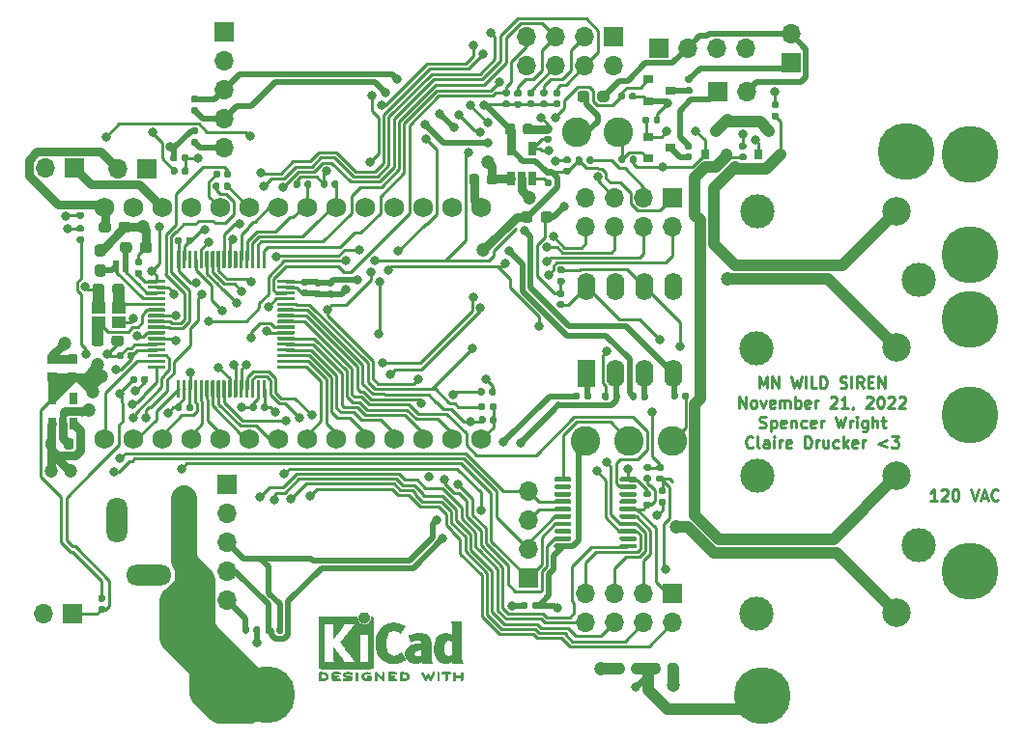
<source format=gtl>
%TF.GenerationSoftware,KiCad,Pcbnew,(5.1.6-0-10_14)*%
%TF.CreationDate,2022-11-25T22:13:13-06:00*%
%TF.ProjectId,mn_wild_siren,6d6e5f77-696c-4645-9f73-6972656e2e6b,rev?*%
%TF.SameCoordinates,Original*%
%TF.FileFunction,Copper,L1,Top*%
%TF.FilePolarity,Positive*%
%FSLAX46Y46*%
G04 Gerber Fmt 4.6, Leading zero omitted, Abs format (unit mm)*
G04 Created by KiCad (PCBNEW (5.1.6-0-10_14)) date 2022-11-25 22:13:13*
%MOMM*%
%LPD*%
G01*
G04 APERTURE LIST*
%TA.AperFunction,NonConductor*%
%ADD10C,0.250000*%
%TD*%
%TA.AperFunction,EtchedComponent*%
%ADD11C,0.010000*%
%TD*%
%TA.AperFunction,ComponentPad*%
%ADD12C,2.600000*%
%TD*%
%TA.AperFunction,ComponentPad*%
%ADD13C,5.000000*%
%TD*%
%TA.AperFunction,ComponentPad*%
%ADD14O,1.700000X1.700000*%
%TD*%
%TA.AperFunction,ComponentPad*%
%ADD15R,1.700000X1.700000*%
%TD*%
%TA.AperFunction,ComponentPad*%
%ADD16C,3.000000*%
%TD*%
%TA.AperFunction,ComponentPad*%
%ADD17C,2.500000*%
%TD*%
%TA.AperFunction,SMDPad,CuDef*%
%ADD18R,0.800000X0.900000*%
%TD*%
%TA.AperFunction,SMDPad,CuDef*%
%ADD19R,0.900000X0.800000*%
%TD*%
%TA.AperFunction,SMDPad,CuDef*%
%ADD20R,0.650000X1.060000*%
%TD*%
%TA.AperFunction,ComponentPad*%
%ADD21O,1.600000X2.400000*%
%TD*%
%TA.AperFunction,ComponentPad*%
%ADD22R,1.600000X2.400000*%
%TD*%
%TA.AperFunction,ComponentPad*%
%ADD23R,1.800000X4.400000*%
%TD*%
%TA.AperFunction,ComponentPad*%
%ADD24O,1.800000X4.000000*%
%TD*%
%TA.AperFunction,ComponentPad*%
%ADD25O,4.000000X1.800000*%
%TD*%
%TA.AperFunction,SMDPad,CuDef*%
%ADD26R,0.575000X1.140000*%
%TD*%
%TA.AperFunction,ComponentPad*%
%ADD27C,1.750000*%
%TD*%
%TA.AperFunction,SMDPad,CuDef*%
%ADD28R,1.200000X1.000000*%
%TD*%
%TA.AperFunction,SMDPad,CuDef*%
%ADD29R,0.650000X1.220000*%
%TD*%
%TA.AperFunction,ViaPad*%
%ADD30C,0.800000*%
%TD*%
%TA.AperFunction,ViaPad*%
%ADD31C,1.200000*%
%TD*%
%TA.AperFunction,Conductor*%
%ADD32C,0.750000*%
%TD*%
%TA.AperFunction,Conductor*%
%ADD33C,1.000000*%
%TD*%
%TA.AperFunction,Conductor*%
%ADD34C,0.250000*%
%TD*%
%TA.AperFunction,Conductor*%
%ADD35C,0.500000*%
%TD*%
%TA.AperFunction,Conductor*%
%ADD36C,2.250000*%
%TD*%
G04 APERTURE END LIST*
D10*
X202319238Y-114244380D02*
X201747809Y-114244380D01*
X202033523Y-114244380D02*
X202033523Y-113244380D01*
X201938285Y-113387238D01*
X201843047Y-113482476D01*
X201747809Y-113530095D01*
X202700190Y-113339619D02*
X202747809Y-113292000D01*
X202843047Y-113244380D01*
X203081142Y-113244380D01*
X203176380Y-113292000D01*
X203224000Y-113339619D01*
X203271619Y-113434857D01*
X203271619Y-113530095D01*
X203224000Y-113672952D01*
X202652571Y-114244380D01*
X203271619Y-114244380D01*
X203890666Y-113244380D02*
X203985904Y-113244380D01*
X204081142Y-113292000D01*
X204128761Y-113339619D01*
X204176380Y-113434857D01*
X204224000Y-113625333D01*
X204224000Y-113863428D01*
X204176380Y-114053904D01*
X204128761Y-114149142D01*
X204081142Y-114196761D01*
X203985904Y-114244380D01*
X203890666Y-114244380D01*
X203795428Y-114196761D01*
X203747809Y-114149142D01*
X203700190Y-114053904D01*
X203652571Y-113863428D01*
X203652571Y-113625333D01*
X203700190Y-113434857D01*
X203747809Y-113339619D01*
X203795428Y-113292000D01*
X203890666Y-113244380D01*
X205271619Y-113244380D02*
X205604952Y-114244380D01*
X205938285Y-113244380D01*
X206224000Y-113958666D02*
X206700190Y-113958666D01*
X206128761Y-114244380D02*
X206462095Y-113244380D01*
X206795428Y-114244380D01*
X207700190Y-114149142D02*
X207652571Y-114196761D01*
X207509714Y-114244380D01*
X207414476Y-114244380D01*
X207271619Y-114196761D01*
X207176380Y-114101523D01*
X207128761Y-114006285D01*
X207081142Y-113815809D01*
X207081142Y-113672952D01*
X207128761Y-113482476D01*
X207176380Y-113387238D01*
X207271619Y-113292000D01*
X207414476Y-113244380D01*
X207509714Y-113244380D01*
X207652571Y-113292000D01*
X207700190Y-113339619D01*
X186727190Y-104347380D02*
X186727190Y-103347380D01*
X187060523Y-104061666D01*
X187393857Y-103347380D01*
X187393857Y-104347380D01*
X187870047Y-104347380D02*
X187870047Y-103347380D01*
X188441476Y-104347380D01*
X188441476Y-103347380D01*
X189584333Y-103347380D02*
X189822428Y-104347380D01*
X190012904Y-103633095D01*
X190203380Y-104347380D01*
X190441476Y-103347380D01*
X190822428Y-104347380D02*
X190822428Y-103347380D01*
X191774809Y-104347380D02*
X191298619Y-104347380D01*
X191298619Y-103347380D01*
X192108142Y-104347380D02*
X192108142Y-103347380D01*
X192346238Y-103347380D01*
X192489095Y-103395000D01*
X192584333Y-103490238D01*
X192631952Y-103585476D01*
X192679571Y-103775952D01*
X192679571Y-103918809D01*
X192631952Y-104109285D01*
X192584333Y-104204523D01*
X192489095Y-104299761D01*
X192346238Y-104347380D01*
X192108142Y-104347380D01*
X193822428Y-104299761D02*
X193965285Y-104347380D01*
X194203380Y-104347380D01*
X194298619Y-104299761D01*
X194346238Y-104252142D01*
X194393857Y-104156904D01*
X194393857Y-104061666D01*
X194346238Y-103966428D01*
X194298619Y-103918809D01*
X194203380Y-103871190D01*
X194012904Y-103823571D01*
X193917666Y-103775952D01*
X193870047Y-103728333D01*
X193822428Y-103633095D01*
X193822428Y-103537857D01*
X193870047Y-103442619D01*
X193917666Y-103395000D01*
X194012904Y-103347380D01*
X194251000Y-103347380D01*
X194393857Y-103395000D01*
X194822428Y-104347380D02*
X194822428Y-103347380D01*
X195870047Y-104347380D02*
X195536714Y-103871190D01*
X195298619Y-104347380D02*
X195298619Y-103347380D01*
X195679571Y-103347380D01*
X195774809Y-103395000D01*
X195822428Y-103442619D01*
X195870047Y-103537857D01*
X195870047Y-103680714D01*
X195822428Y-103775952D01*
X195774809Y-103823571D01*
X195679571Y-103871190D01*
X195298619Y-103871190D01*
X196298619Y-103823571D02*
X196631952Y-103823571D01*
X196774809Y-104347380D02*
X196298619Y-104347380D01*
X196298619Y-103347380D01*
X196774809Y-103347380D01*
X197203380Y-104347380D02*
X197203380Y-103347380D01*
X197774809Y-104347380D01*
X197774809Y-103347380D01*
X184989095Y-106097380D02*
X184989095Y-105097380D01*
X185560523Y-106097380D01*
X185560523Y-105097380D01*
X186179571Y-106097380D02*
X186084333Y-106049761D01*
X186036714Y-106002142D01*
X185989095Y-105906904D01*
X185989095Y-105621190D01*
X186036714Y-105525952D01*
X186084333Y-105478333D01*
X186179571Y-105430714D01*
X186322428Y-105430714D01*
X186417666Y-105478333D01*
X186465285Y-105525952D01*
X186512904Y-105621190D01*
X186512904Y-105906904D01*
X186465285Y-106002142D01*
X186417666Y-106049761D01*
X186322428Y-106097380D01*
X186179571Y-106097380D01*
X186846238Y-105430714D02*
X187084333Y-106097380D01*
X187322428Y-105430714D01*
X188084333Y-106049761D02*
X187989095Y-106097380D01*
X187798619Y-106097380D01*
X187703380Y-106049761D01*
X187655761Y-105954523D01*
X187655761Y-105573571D01*
X187703380Y-105478333D01*
X187798619Y-105430714D01*
X187989095Y-105430714D01*
X188084333Y-105478333D01*
X188131952Y-105573571D01*
X188131952Y-105668809D01*
X187655761Y-105764047D01*
X188560523Y-106097380D02*
X188560523Y-105430714D01*
X188560523Y-105525952D02*
X188608142Y-105478333D01*
X188703380Y-105430714D01*
X188846238Y-105430714D01*
X188941476Y-105478333D01*
X188989095Y-105573571D01*
X188989095Y-106097380D01*
X188989095Y-105573571D02*
X189036714Y-105478333D01*
X189131952Y-105430714D01*
X189274809Y-105430714D01*
X189370047Y-105478333D01*
X189417666Y-105573571D01*
X189417666Y-106097380D01*
X189893857Y-106097380D02*
X189893857Y-105097380D01*
X189893857Y-105478333D02*
X189989095Y-105430714D01*
X190179571Y-105430714D01*
X190274809Y-105478333D01*
X190322428Y-105525952D01*
X190370047Y-105621190D01*
X190370047Y-105906904D01*
X190322428Y-106002142D01*
X190274809Y-106049761D01*
X190179571Y-106097380D01*
X189989095Y-106097380D01*
X189893857Y-106049761D01*
X191179571Y-106049761D02*
X191084333Y-106097380D01*
X190893857Y-106097380D01*
X190798619Y-106049761D01*
X190751000Y-105954523D01*
X190751000Y-105573571D01*
X190798619Y-105478333D01*
X190893857Y-105430714D01*
X191084333Y-105430714D01*
X191179571Y-105478333D01*
X191227190Y-105573571D01*
X191227190Y-105668809D01*
X190751000Y-105764047D01*
X191655761Y-106097380D02*
X191655761Y-105430714D01*
X191655761Y-105621190D02*
X191703380Y-105525952D01*
X191751000Y-105478333D01*
X191846238Y-105430714D01*
X191941476Y-105430714D01*
X192989095Y-105192619D02*
X193036714Y-105145000D01*
X193131952Y-105097380D01*
X193370047Y-105097380D01*
X193465285Y-105145000D01*
X193512904Y-105192619D01*
X193560523Y-105287857D01*
X193560523Y-105383095D01*
X193512904Y-105525952D01*
X192941476Y-106097380D01*
X193560523Y-106097380D01*
X194512904Y-106097380D02*
X193941476Y-106097380D01*
X194227190Y-106097380D02*
X194227190Y-105097380D01*
X194131952Y-105240238D01*
X194036714Y-105335476D01*
X193941476Y-105383095D01*
X194989095Y-106049761D02*
X194989095Y-106097380D01*
X194941476Y-106192619D01*
X194893857Y-106240238D01*
X196131952Y-105192619D02*
X196179571Y-105145000D01*
X196274809Y-105097380D01*
X196512904Y-105097380D01*
X196608142Y-105145000D01*
X196655761Y-105192619D01*
X196703380Y-105287857D01*
X196703380Y-105383095D01*
X196655761Y-105525952D01*
X196084333Y-106097380D01*
X196703380Y-106097380D01*
X197322428Y-105097380D02*
X197417666Y-105097380D01*
X197512904Y-105145000D01*
X197560523Y-105192619D01*
X197608142Y-105287857D01*
X197655761Y-105478333D01*
X197655761Y-105716428D01*
X197608142Y-105906904D01*
X197560523Y-106002142D01*
X197512904Y-106049761D01*
X197417666Y-106097380D01*
X197322428Y-106097380D01*
X197227190Y-106049761D01*
X197179571Y-106002142D01*
X197131952Y-105906904D01*
X197084333Y-105716428D01*
X197084333Y-105478333D01*
X197131952Y-105287857D01*
X197179571Y-105192619D01*
X197227190Y-105145000D01*
X197322428Y-105097380D01*
X198036714Y-105192619D02*
X198084333Y-105145000D01*
X198179571Y-105097380D01*
X198417666Y-105097380D01*
X198512904Y-105145000D01*
X198560523Y-105192619D01*
X198608142Y-105287857D01*
X198608142Y-105383095D01*
X198560523Y-105525952D01*
X197989095Y-106097380D01*
X198608142Y-106097380D01*
X198989095Y-105192619D02*
X199036714Y-105145000D01*
X199131952Y-105097380D01*
X199370047Y-105097380D01*
X199465285Y-105145000D01*
X199512904Y-105192619D01*
X199560523Y-105287857D01*
X199560523Y-105383095D01*
X199512904Y-105525952D01*
X198941476Y-106097380D01*
X199560523Y-106097380D01*
X186774809Y-107799761D02*
X186917666Y-107847380D01*
X187155761Y-107847380D01*
X187251000Y-107799761D01*
X187298619Y-107752142D01*
X187346238Y-107656904D01*
X187346238Y-107561666D01*
X187298619Y-107466428D01*
X187251000Y-107418809D01*
X187155761Y-107371190D01*
X186965285Y-107323571D01*
X186870047Y-107275952D01*
X186822428Y-107228333D01*
X186774809Y-107133095D01*
X186774809Y-107037857D01*
X186822428Y-106942619D01*
X186870047Y-106895000D01*
X186965285Y-106847380D01*
X187203380Y-106847380D01*
X187346238Y-106895000D01*
X187774809Y-107180714D02*
X187774809Y-108180714D01*
X187774809Y-107228333D02*
X187870047Y-107180714D01*
X188060523Y-107180714D01*
X188155761Y-107228333D01*
X188203380Y-107275952D01*
X188251000Y-107371190D01*
X188251000Y-107656904D01*
X188203380Y-107752142D01*
X188155761Y-107799761D01*
X188060523Y-107847380D01*
X187870047Y-107847380D01*
X187774809Y-107799761D01*
X189060523Y-107799761D02*
X188965285Y-107847380D01*
X188774809Y-107847380D01*
X188679571Y-107799761D01*
X188631952Y-107704523D01*
X188631952Y-107323571D01*
X188679571Y-107228333D01*
X188774809Y-107180714D01*
X188965285Y-107180714D01*
X189060523Y-107228333D01*
X189108142Y-107323571D01*
X189108142Y-107418809D01*
X188631952Y-107514047D01*
X189536714Y-107180714D02*
X189536714Y-107847380D01*
X189536714Y-107275952D02*
X189584333Y-107228333D01*
X189679571Y-107180714D01*
X189822428Y-107180714D01*
X189917666Y-107228333D01*
X189965285Y-107323571D01*
X189965285Y-107847380D01*
X190870047Y-107799761D02*
X190774809Y-107847380D01*
X190584333Y-107847380D01*
X190489095Y-107799761D01*
X190441476Y-107752142D01*
X190393857Y-107656904D01*
X190393857Y-107371190D01*
X190441476Y-107275952D01*
X190489095Y-107228333D01*
X190584333Y-107180714D01*
X190774809Y-107180714D01*
X190870047Y-107228333D01*
X191679571Y-107799761D02*
X191584333Y-107847380D01*
X191393857Y-107847380D01*
X191298619Y-107799761D01*
X191251000Y-107704523D01*
X191251000Y-107323571D01*
X191298619Y-107228333D01*
X191393857Y-107180714D01*
X191584333Y-107180714D01*
X191679571Y-107228333D01*
X191727190Y-107323571D01*
X191727190Y-107418809D01*
X191251000Y-107514047D01*
X192155761Y-107847380D02*
X192155761Y-107180714D01*
X192155761Y-107371190D02*
X192203380Y-107275952D01*
X192251000Y-107228333D01*
X192346238Y-107180714D01*
X192441476Y-107180714D01*
X193441476Y-106847380D02*
X193679571Y-107847380D01*
X193870047Y-107133095D01*
X194060523Y-107847380D01*
X194298619Y-106847380D01*
X194679571Y-107847380D02*
X194679571Y-107180714D01*
X194679571Y-107371190D02*
X194727190Y-107275952D01*
X194774809Y-107228333D01*
X194870047Y-107180714D01*
X194965285Y-107180714D01*
X195298619Y-107847380D02*
X195298619Y-107180714D01*
X195298619Y-106847380D02*
X195251000Y-106895000D01*
X195298619Y-106942619D01*
X195346238Y-106895000D01*
X195298619Y-106847380D01*
X195298619Y-106942619D01*
X196203380Y-107180714D02*
X196203380Y-107990238D01*
X196155761Y-108085476D01*
X196108142Y-108133095D01*
X196012904Y-108180714D01*
X195870047Y-108180714D01*
X195774809Y-108133095D01*
X196203380Y-107799761D02*
X196108142Y-107847380D01*
X195917666Y-107847380D01*
X195822428Y-107799761D01*
X195774809Y-107752142D01*
X195727190Y-107656904D01*
X195727190Y-107371190D01*
X195774809Y-107275952D01*
X195822428Y-107228333D01*
X195917666Y-107180714D01*
X196108142Y-107180714D01*
X196203380Y-107228333D01*
X196679571Y-107847380D02*
X196679571Y-106847380D01*
X197108142Y-107847380D02*
X197108142Y-107323571D01*
X197060523Y-107228333D01*
X196965285Y-107180714D01*
X196822428Y-107180714D01*
X196727190Y-107228333D01*
X196679571Y-107275952D01*
X197441476Y-107180714D02*
X197822428Y-107180714D01*
X197584333Y-106847380D02*
X197584333Y-107704523D01*
X197631952Y-107799761D01*
X197727190Y-107847380D01*
X197822428Y-107847380D01*
X186179571Y-109502142D02*
X186131952Y-109549761D01*
X185989095Y-109597380D01*
X185893857Y-109597380D01*
X185751000Y-109549761D01*
X185655761Y-109454523D01*
X185608142Y-109359285D01*
X185560523Y-109168809D01*
X185560523Y-109025952D01*
X185608142Y-108835476D01*
X185655761Y-108740238D01*
X185751000Y-108645000D01*
X185893857Y-108597380D01*
X185989095Y-108597380D01*
X186131952Y-108645000D01*
X186179571Y-108692619D01*
X186751000Y-109597380D02*
X186655761Y-109549761D01*
X186608142Y-109454523D01*
X186608142Y-108597380D01*
X187560523Y-109597380D02*
X187560523Y-109073571D01*
X187512904Y-108978333D01*
X187417666Y-108930714D01*
X187227190Y-108930714D01*
X187131952Y-108978333D01*
X187560523Y-109549761D02*
X187465285Y-109597380D01*
X187227190Y-109597380D01*
X187131952Y-109549761D01*
X187084333Y-109454523D01*
X187084333Y-109359285D01*
X187131952Y-109264047D01*
X187227190Y-109216428D01*
X187465285Y-109216428D01*
X187560523Y-109168809D01*
X188036714Y-109597380D02*
X188036714Y-108930714D01*
X188036714Y-108597380D02*
X187989095Y-108645000D01*
X188036714Y-108692619D01*
X188084333Y-108645000D01*
X188036714Y-108597380D01*
X188036714Y-108692619D01*
X188512904Y-109597380D02*
X188512904Y-108930714D01*
X188512904Y-109121190D02*
X188560523Y-109025952D01*
X188608142Y-108978333D01*
X188703380Y-108930714D01*
X188798619Y-108930714D01*
X189512904Y-109549761D02*
X189417666Y-109597380D01*
X189227190Y-109597380D01*
X189131952Y-109549761D01*
X189084333Y-109454523D01*
X189084333Y-109073571D01*
X189131952Y-108978333D01*
X189227190Y-108930714D01*
X189417666Y-108930714D01*
X189512904Y-108978333D01*
X189560523Y-109073571D01*
X189560523Y-109168809D01*
X189084333Y-109264047D01*
X190751000Y-109597380D02*
X190751000Y-108597380D01*
X190989095Y-108597380D01*
X191131952Y-108645000D01*
X191227190Y-108740238D01*
X191274809Y-108835476D01*
X191322428Y-109025952D01*
X191322428Y-109168809D01*
X191274809Y-109359285D01*
X191227190Y-109454523D01*
X191131952Y-109549761D01*
X190989095Y-109597380D01*
X190751000Y-109597380D01*
X191751000Y-109597380D02*
X191751000Y-108930714D01*
X191751000Y-109121190D02*
X191798619Y-109025952D01*
X191846238Y-108978333D01*
X191941476Y-108930714D01*
X192036714Y-108930714D01*
X192798619Y-108930714D02*
X192798619Y-109597380D01*
X192370047Y-108930714D02*
X192370047Y-109454523D01*
X192417666Y-109549761D01*
X192512904Y-109597380D01*
X192655761Y-109597380D01*
X192751000Y-109549761D01*
X192798619Y-109502142D01*
X193703380Y-109549761D02*
X193608142Y-109597380D01*
X193417666Y-109597380D01*
X193322428Y-109549761D01*
X193274809Y-109502142D01*
X193227190Y-109406904D01*
X193227190Y-109121190D01*
X193274809Y-109025952D01*
X193322428Y-108978333D01*
X193417666Y-108930714D01*
X193608142Y-108930714D01*
X193703380Y-108978333D01*
X194131952Y-109597380D02*
X194131952Y-108597380D01*
X194227190Y-109216428D02*
X194512904Y-109597380D01*
X194512904Y-108930714D02*
X194131952Y-109311666D01*
X195322428Y-109549761D02*
X195227190Y-109597380D01*
X195036714Y-109597380D01*
X194941476Y-109549761D01*
X194893857Y-109454523D01*
X194893857Y-109073571D01*
X194941476Y-108978333D01*
X195036714Y-108930714D01*
X195227190Y-108930714D01*
X195322428Y-108978333D01*
X195370047Y-109073571D01*
X195370047Y-109168809D01*
X194893857Y-109264047D01*
X195798619Y-109597380D02*
X195798619Y-108930714D01*
X195798619Y-109121190D02*
X195846238Y-109025952D01*
X195893857Y-108978333D01*
X195989095Y-108930714D01*
X196084333Y-108930714D01*
X197941476Y-108930714D02*
X197179571Y-109216428D01*
X197941476Y-109502142D01*
X198322428Y-108597380D02*
X198941476Y-108597380D01*
X198608142Y-108978333D01*
X198751000Y-108978333D01*
X198846238Y-109025952D01*
X198893857Y-109073571D01*
X198941476Y-109168809D01*
X198941476Y-109406904D01*
X198893857Y-109502142D01*
X198846238Y-109549761D01*
X198751000Y-109597380D01*
X198465285Y-109597380D01*
X198370047Y-109549761D01*
X198322428Y-109502142D01*
D11*
G36*
X151485600Y-124489054D02*
G01*
X151496465Y-124602993D01*
X151528082Y-124710616D01*
X151578985Y-124809615D01*
X151647707Y-124897684D01*
X151732781Y-124972516D01*
X151829768Y-125030384D01*
X151936036Y-125070005D01*
X152043050Y-125088573D01*
X152148700Y-125087434D01*
X152250875Y-125067930D01*
X152347466Y-125031406D01*
X152436362Y-124979205D01*
X152515454Y-124912673D01*
X152582631Y-124833152D01*
X152635783Y-124741987D01*
X152672801Y-124640523D01*
X152691573Y-124530102D01*
X152693511Y-124480206D01*
X152693511Y-124392267D01*
X152745440Y-124392267D01*
X152781747Y-124395111D01*
X152808645Y-124406911D01*
X152835751Y-124430649D01*
X152874133Y-124469031D01*
X152874133Y-126660602D01*
X152874124Y-126922739D01*
X152874092Y-127163241D01*
X152874028Y-127383048D01*
X152873924Y-127583101D01*
X152873773Y-127764344D01*
X152873566Y-127927716D01*
X152873294Y-128074160D01*
X152872950Y-128204617D01*
X152872526Y-128320029D01*
X152872013Y-128421338D01*
X152871403Y-128509484D01*
X152870688Y-128585410D01*
X152869860Y-128650057D01*
X152868911Y-128704367D01*
X152867833Y-128749280D01*
X152866617Y-128785740D01*
X152865255Y-128814687D01*
X152863739Y-128837063D01*
X152862062Y-128853809D01*
X152860214Y-128865868D01*
X152858187Y-128874180D01*
X152855975Y-128879687D01*
X152854892Y-128881537D01*
X152850729Y-128888549D01*
X152847195Y-128894996D01*
X152843365Y-128900900D01*
X152838318Y-128906286D01*
X152831129Y-128911178D01*
X152820877Y-128915598D01*
X152806636Y-128919572D01*
X152787486Y-128923121D01*
X152762501Y-128926270D01*
X152730760Y-128929042D01*
X152691338Y-128931461D01*
X152643314Y-128933551D01*
X152585763Y-128935335D01*
X152517763Y-128936837D01*
X152438390Y-128938080D01*
X152346721Y-128939089D01*
X152241834Y-128939885D01*
X152122804Y-128940494D01*
X151988710Y-128940939D01*
X151838627Y-128941243D01*
X151671633Y-128941430D01*
X151486804Y-128941524D01*
X151283217Y-128941548D01*
X151059950Y-128941525D01*
X150816078Y-128941480D01*
X150550679Y-128941437D01*
X150512296Y-128941432D01*
X150245318Y-128941389D01*
X149999998Y-128941318D01*
X149775417Y-128941213D01*
X149570655Y-128941066D01*
X149384794Y-128940869D01*
X149216912Y-128940616D01*
X149066092Y-128940300D01*
X148931413Y-128939913D01*
X148811956Y-128939447D01*
X148706801Y-128938897D01*
X148615029Y-128938253D01*
X148535721Y-128937511D01*
X148467957Y-128936661D01*
X148410818Y-128935697D01*
X148363383Y-128934611D01*
X148324734Y-128933397D01*
X148293951Y-128932047D01*
X148270115Y-128930555D01*
X148252306Y-128928911D01*
X148239605Y-128927111D01*
X148231092Y-128925145D01*
X148226734Y-128923477D01*
X148218272Y-128919906D01*
X148210503Y-128917270D01*
X148203398Y-128914634D01*
X148196927Y-128911062D01*
X148191061Y-128905621D01*
X148185771Y-128897375D01*
X148181026Y-128885390D01*
X148176798Y-128868731D01*
X148173057Y-128846463D01*
X148169773Y-128817652D01*
X148166917Y-128781363D01*
X148164460Y-128736661D01*
X148162371Y-128682611D01*
X148160622Y-128618279D01*
X148159183Y-128542730D01*
X148158024Y-128455030D01*
X148157117Y-128354243D01*
X148156431Y-128239434D01*
X148155937Y-128109670D01*
X148155605Y-127964015D01*
X148155407Y-127801535D01*
X148155313Y-127621295D01*
X148155292Y-127422360D01*
X148155315Y-127203796D01*
X148155354Y-126964668D01*
X148155378Y-126704040D01*
X148155378Y-126661889D01*
X148155364Y-126398992D01*
X148155339Y-126157732D01*
X148155329Y-125937165D01*
X148155358Y-125736352D01*
X148155452Y-125554349D01*
X148155638Y-125390216D01*
X148155941Y-125243011D01*
X148156386Y-125111792D01*
X148156966Y-125001867D01*
X148459803Y-125001867D01*
X148499593Y-125059711D01*
X148510764Y-125075479D01*
X148520834Y-125089441D01*
X148529862Y-125102784D01*
X148537903Y-125116693D01*
X148545014Y-125132356D01*
X148551253Y-125150958D01*
X148556675Y-125173686D01*
X148561338Y-125201727D01*
X148565299Y-125236267D01*
X148568615Y-125278492D01*
X148571341Y-125329589D01*
X148573536Y-125390744D01*
X148575255Y-125463144D01*
X148576556Y-125547975D01*
X148577495Y-125646422D01*
X148578130Y-125759674D01*
X148578516Y-125888916D01*
X148578712Y-126035334D01*
X148578773Y-126200116D01*
X148578757Y-126384447D01*
X148578720Y-126589513D01*
X148578711Y-126712133D01*
X148578735Y-126929082D01*
X148578769Y-127124642D01*
X148578757Y-127299999D01*
X148578642Y-127456341D01*
X148578370Y-127594857D01*
X148577882Y-127716734D01*
X148577124Y-127823160D01*
X148576038Y-127915322D01*
X148574569Y-127994409D01*
X148572660Y-128061608D01*
X148570256Y-128118107D01*
X148567299Y-128165093D01*
X148563734Y-128203755D01*
X148559505Y-128235280D01*
X148554554Y-128260855D01*
X148548827Y-128281670D01*
X148542267Y-128298911D01*
X148534817Y-128313765D01*
X148526421Y-128327422D01*
X148517024Y-128341069D01*
X148506568Y-128355893D01*
X148500477Y-128364783D01*
X148461704Y-128422400D01*
X148993268Y-128422400D01*
X149116517Y-128422365D01*
X149219013Y-128422215D01*
X149302580Y-128421878D01*
X149369044Y-128421286D01*
X149420229Y-128420367D01*
X149457959Y-128419051D01*
X149484060Y-128417269D01*
X149500356Y-128414951D01*
X149508672Y-128412026D01*
X149510832Y-128408424D01*
X149508661Y-128404075D01*
X149507465Y-128402645D01*
X149482315Y-128365573D01*
X149456417Y-128312772D01*
X149432808Y-128250770D01*
X149424539Y-128224357D01*
X149419922Y-128206416D01*
X149416021Y-128185355D01*
X149412752Y-128159089D01*
X149410034Y-128125532D01*
X149407785Y-128082599D01*
X149405923Y-128028204D01*
X149404364Y-127960262D01*
X149403028Y-127876688D01*
X149401831Y-127775395D01*
X149400692Y-127654300D01*
X149400315Y-127609600D01*
X149399298Y-127484449D01*
X149398540Y-127380082D01*
X149398097Y-127294707D01*
X149398030Y-127226533D01*
X149398395Y-127173765D01*
X149399252Y-127134614D01*
X149400659Y-127107285D01*
X149402675Y-127089986D01*
X149405357Y-127080926D01*
X149408764Y-127078312D01*
X149412956Y-127080351D01*
X149417429Y-127084667D01*
X149427784Y-127097602D01*
X149449842Y-127126676D01*
X149482043Y-127169759D01*
X149522826Y-127224718D01*
X149570630Y-127289423D01*
X149623895Y-127361742D01*
X149681060Y-127439544D01*
X149740563Y-127520698D01*
X149800845Y-127603072D01*
X149860345Y-127684536D01*
X149917502Y-127762957D01*
X149970755Y-127836204D01*
X150018543Y-127902147D01*
X150059307Y-127958654D01*
X150091484Y-128003593D01*
X150113515Y-128034834D01*
X150118083Y-128041466D01*
X150141004Y-128078369D01*
X150167812Y-128126359D01*
X150193211Y-128175897D01*
X150196432Y-128182577D01*
X150218110Y-128230772D01*
X150230696Y-128268334D01*
X150236426Y-128304160D01*
X150237544Y-128346200D01*
X150236910Y-128422400D01*
X151391349Y-128422400D01*
X151300185Y-128328669D01*
X151253388Y-128278775D01*
X151203101Y-128222295D01*
X151157056Y-128168026D01*
X151136631Y-128142673D01*
X151106193Y-128103128D01*
X151066138Y-128049916D01*
X151017639Y-127984667D01*
X150961865Y-127909011D01*
X150899989Y-127824577D01*
X150833181Y-127732994D01*
X150762613Y-127635892D01*
X150689455Y-127534901D01*
X150614879Y-127431650D01*
X150540056Y-127327768D01*
X150466157Y-127224885D01*
X150394354Y-127124631D01*
X150325816Y-127028636D01*
X150261716Y-126938527D01*
X150203225Y-126855936D01*
X150151514Y-126782492D01*
X150107753Y-126719824D01*
X150073115Y-126669561D01*
X150048770Y-126633334D01*
X150035889Y-126612771D01*
X150034131Y-126608668D01*
X150042090Y-126597342D01*
X150062885Y-126570162D01*
X150095153Y-126528829D01*
X150137530Y-126475044D01*
X150188653Y-126410506D01*
X150247159Y-126336918D01*
X150311686Y-126255978D01*
X150380869Y-126169388D01*
X150453347Y-126078848D01*
X150527754Y-125986060D01*
X150587483Y-125911702D01*
X151598489Y-125911702D01*
X151604398Y-125924659D01*
X151618728Y-125946908D01*
X151619775Y-125948391D01*
X151638562Y-125978544D01*
X151658209Y-126015375D01*
X151662108Y-126023511D01*
X151665644Y-126031940D01*
X151668770Y-126042059D01*
X151671514Y-126055260D01*
X151673908Y-126072938D01*
X151675981Y-126096484D01*
X151677765Y-126127293D01*
X151679288Y-126166757D01*
X151680581Y-126216269D01*
X151681674Y-126277223D01*
X151682597Y-126351011D01*
X151683381Y-126439028D01*
X151684055Y-126542665D01*
X151684650Y-126663316D01*
X151685195Y-126802374D01*
X151685721Y-126961232D01*
X151686255Y-127140089D01*
X151686794Y-127325207D01*
X151687228Y-127489145D01*
X151687491Y-127633303D01*
X151687516Y-127759079D01*
X151687235Y-127867871D01*
X151686581Y-127961077D01*
X151685486Y-128040097D01*
X151683882Y-128106328D01*
X151681703Y-128161170D01*
X151678881Y-128206021D01*
X151675349Y-128242278D01*
X151671039Y-128271341D01*
X151665883Y-128294609D01*
X151659815Y-128313479D01*
X151652767Y-128329351D01*
X151644671Y-128343622D01*
X151635460Y-128357691D01*
X151626960Y-128370158D01*
X151609824Y-128396452D01*
X151599678Y-128414037D01*
X151598489Y-128417257D01*
X151609396Y-128418334D01*
X151640589Y-128419335D01*
X151689777Y-128420235D01*
X151754667Y-128421010D01*
X151832970Y-128421637D01*
X151922393Y-128422091D01*
X152020644Y-128422349D01*
X152089555Y-128422400D01*
X152194548Y-128422180D01*
X152291390Y-128421548D01*
X152377893Y-128420549D01*
X152451868Y-128419227D01*
X152511126Y-128417626D01*
X152553480Y-128415791D01*
X152576740Y-128413765D01*
X152580622Y-128412493D01*
X152572924Y-128397591D01*
X152564926Y-128389560D01*
X152551754Y-128372434D01*
X152534515Y-128342183D01*
X152522593Y-128317622D01*
X152495955Y-128258711D01*
X152492880Y-127081845D01*
X152489805Y-125904978D01*
X152044147Y-125904978D01*
X151946330Y-125905142D01*
X151855936Y-125905611D01*
X151775370Y-125906347D01*
X151707038Y-125907316D01*
X151653344Y-125908480D01*
X151616695Y-125909803D01*
X151599496Y-125911249D01*
X151598489Y-125911702D01*
X150587483Y-125911702D01*
X150602730Y-125892722D01*
X150676910Y-125800537D01*
X150748931Y-125711204D01*
X150817431Y-125626424D01*
X150881045Y-125547898D01*
X150938412Y-125477326D01*
X150988167Y-125416409D01*
X151028948Y-125366847D01*
X151046112Y-125346178D01*
X151132404Y-125245516D01*
X151209003Y-125162259D01*
X151277817Y-125094438D01*
X151340752Y-125040089D01*
X151350133Y-125032722D01*
X151389644Y-125002117D01*
X150257884Y-125001867D01*
X150263173Y-125049844D01*
X150259870Y-125107188D01*
X150238339Y-125175463D01*
X150198365Y-125255212D01*
X150153057Y-125327495D01*
X150136839Y-125350140D01*
X150108786Y-125387696D01*
X150070570Y-125438021D01*
X150023863Y-125498973D01*
X149970339Y-125568411D01*
X149911669Y-125644194D01*
X149849525Y-125724180D01*
X149785579Y-125806228D01*
X149721505Y-125888196D01*
X149658973Y-125967943D01*
X149599657Y-126043327D01*
X149545229Y-126112207D01*
X149497361Y-126172442D01*
X149457725Y-126221889D01*
X149427994Y-126258408D01*
X149409839Y-126279858D01*
X149406780Y-126283156D01*
X149403921Y-126275149D01*
X149401707Y-126244855D01*
X149400143Y-126192556D01*
X149399233Y-126118531D01*
X149398980Y-126023063D01*
X149399387Y-125906434D01*
X149400296Y-125786445D01*
X149401618Y-125654333D01*
X149403143Y-125542594D01*
X149405119Y-125449025D01*
X149407794Y-125371419D01*
X149411418Y-125307574D01*
X149416239Y-125255283D01*
X149422506Y-125212344D01*
X149430468Y-125176551D01*
X149440373Y-125145700D01*
X149452469Y-125117586D01*
X149467007Y-125090005D01*
X149481689Y-125064966D01*
X149519686Y-125001867D01*
X148459803Y-125001867D01*
X148156966Y-125001867D01*
X148156999Y-124995617D01*
X148157805Y-124893544D01*
X148158830Y-124804633D01*
X148160100Y-124727941D01*
X148161640Y-124662527D01*
X148163476Y-124607449D01*
X148165633Y-124561765D01*
X148168137Y-124524534D01*
X148171013Y-124494813D01*
X148174287Y-124471662D01*
X148177985Y-124454139D01*
X148182131Y-124441301D01*
X148186753Y-124432208D01*
X148191874Y-124425918D01*
X148197522Y-124421488D01*
X148203721Y-124417978D01*
X148210496Y-124414445D01*
X148216492Y-124410876D01*
X148221725Y-124408300D01*
X148229901Y-124405972D01*
X148242114Y-124403878D01*
X148259459Y-124402007D01*
X148283031Y-124400347D01*
X148313923Y-124398884D01*
X148353232Y-124397608D01*
X148402050Y-124396504D01*
X148461473Y-124395561D01*
X148532596Y-124394767D01*
X148616512Y-124394109D01*
X148714317Y-124393575D01*
X148827106Y-124393153D01*
X148955971Y-124392829D01*
X149102009Y-124392592D01*
X149266314Y-124392430D01*
X149449980Y-124392330D01*
X149654103Y-124392280D01*
X149865247Y-124392267D01*
X151485600Y-124392267D01*
X151485600Y-124489054D01*
G37*
X151485600Y-124489054D02*
X151496465Y-124602993D01*
X151528082Y-124710616D01*
X151578985Y-124809615D01*
X151647707Y-124897684D01*
X151732781Y-124972516D01*
X151829768Y-125030384D01*
X151936036Y-125070005D01*
X152043050Y-125088573D01*
X152148700Y-125087434D01*
X152250875Y-125067930D01*
X152347466Y-125031406D01*
X152436362Y-124979205D01*
X152515454Y-124912673D01*
X152582631Y-124833152D01*
X152635783Y-124741987D01*
X152672801Y-124640523D01*
X152691573Y-124530102D01*
X152693511Y-124480206D01*
X152693511Y-124392267D01*
X152745440Y-124392267D01*
X152781747Y-124395111D01*
X152808645Y-124406911D01*
X152835751Y-124430649D01*
X152874133Y-124469031D01*
X152874133Y-126660602D01*
X152874124Y-126922739D01*
X152874092Y-127163241D01*
X152874028Y-127383048D01*
X152873924Y-127583101D01*
X152873773Y-127764344D01*
X152873566Y-127927716D01*
X152873294Y-128074160D01*
X152872950Y-128204617D01*
X152872526Y-128320029D01*
X152872013Y-128421338D01*
X152871403Y-128509484D01*
X152870688Y-128585410D01*
X152869860Y-128650057D01*
X152868911Y-128704367D01*
X152867833Y-128749280D01*
X152866617Y-128785740D01*
X152865255Y-128814687D01*
X152863739Y-128837063D01*
X152862062Y-128853809D01*
X152860214Y-128865868D01*
X152858187Y-128874180D01*
X152855975Y-128879687D01*
X152854892Y-128881537D01*
X152850729Y-128888549D01*
X152847195Y-128894996D01*
X152843365Y-128900900D01*
X152838318Y-128906286D01*
X152831129Y-128911178D01*
X152820877Y-128915598D01*
X152806636Y-128919572D01*
X152787486Y-128923121D01*
X152762501Y-128926270D01*
X152730760Y-128929042D01*
X152691338Y-128931461D01*
X152643314Y-128933551D01*
X152585763Y-128935335D01*
X152517763Y-128936837D01*
X152438390Y-128938080D01*
X152346721Y-128939089D01*
X152241834Y-128939885D01*
X152122804Y-128940494D01*
X151988710Y-128940939D01*
X151838627Y-128941243D01*
X151671633Y-128941430D01*
X151486804Y-128941524D01*
X151283217Y-128941548D01*
X151059950Y-128941525D01*
X150816078Y-128941480D01*
X150550679Y-128941437D01*
X150512296Y-128941432D01*
X150245318Y-128941389D01*
X149999998Y-128941318D01*
X149775417Y-128941213D01*
X149570655Y-128941066D01*
X149384794Y-128940869D01*
X149216912Y-128940616D01*
X149066092Y-128940300D01*
X148931413Y-128939913D01*
X148811956Y-128939447D01*
X148706801Y-128938897D01*
X148615029Y-128938253D01*
X148535721Y-128937511D01*
X148467957Y-128936661D01*
X148410818Y-128935697D01*
X148363383Y-128934611D01*
X148324734Y-128933397D01*
X148293951Y-128932047D01*
X148270115Y-128930555D01*
X148252306Y-128928911D01*
X148239605Y-128927111D01*
X148231092Y-128925145D01*
X148226734Y-128923477D01*
X148218272Y-128919906D01*
X148210503Y-128917270D01*
X148203398Y-128914634D01*
X148196927Y-128911062D01*
X148191061Y-128905621D01*
X148185771Y-128897375D01*
X148181026Y-128885390D01*
X148176798Y-128868731D01*
X148173057Y-128846463D01*
X148169773Y-128817652D01*
X148166917Y-128781363D01*
X148164460Y-128736661D01*
X148162371Y-128682611D01*
X148160622Y-128618279D01*
X148159183Y-128542730D01*
X148158024Y-128455030D01*
X148157117Y-128354243D01*
X148156431Y-128239434D01*
X148155937Y-128109670D01*
X148155605Y-127964015D01*
X148155407Y-127801535D01*
X148155313Y-127621295D01*
X148155292Y-127422360D01*
X148155315Y-127203796D01*
X148155354Y-126964668D01*
X148155378Y-126704040D01*
X148155378Y-126661889D01*
X148155364Y-126398992D01*
X148155339Y-126157732D01*
X148155329Y-125937165D01*
X148155358Y-125736352D01*
X148155452Y-125554349D01*
X148155638Y-125390216D01*
X148155941Y-125243011D01*
X148156386Y-125111792D01*
X148156966Y-125001867D01*
X148459803Y-125001867D01*
X148499593Y-125059711D01*
X148510764Y-125075479D01*
X148520834Y-125089441D01*
X148529862Y-125102784D01*
X148537903Y-125116693D01*
X148545014Y-125132356D01*
X148551253Y-125150958D01*
X148556675Y-125173686D01*
X148561338Y-125201727D01*
X148565299Y-125236267D01*
X148568615Y-125278492D01*
X148571341Y-125329589D01*
X148573536Y-125390744D01*
X148575255Y-125463144D01*
X148576556Y-125547975D01*
X148577495Y-125646422D01*
X148578130Y-125759674D01*
X148578516Y-125888916D01*
X148578712Y-126035334D01*
X148578773Y-126200116D01*
X148578757Y-126384447D01*
X148578720Y-126589513D01*
X148578711Y-126712133D01*
X148578735Y-126929082D01*
X148578769Y-127124642D01*
X148578757Y-127299999D01*
X148578642Y-127456341D01*
X148578370Y-127594857D01*
X148577882Y-127716734D01*
X148577124Y-127823160D01*
X148576038Y-127915322D01*
X148574569Y-127994409D01*
X148572660Y-128061608D01*
X148570256Y-128118107D01*
X148567299Y-128165093D01*
X148563734Y-128203755D01*
X148559505Y-128235280D01*
X148554554Y-128260855D01*
X148548827Y-128281670D01*
X148542267Y-128298911D01*
X148534817Y-128313765D01*
X148526421Y-128327422D01*
X148517024Y-128341069D01*
X148506568Y-128355893D01*
X148500477Y-128364783D01*
X148461704Y-128422400D01*
X148993268Y-128422400D01*
X149116517Y-128422365D01*
X149219013Y-128422215D01*
X149302580Y-128421878D01*
X149369044Y-128421286D01*
X149420229Y-128420367D01*
X149457959Y-128419051D01*
X149484060Y-128417269D01*
X149500356Y-128414951D01*
X149508672Y-128412026D01*
X149510832Y-128408424D01*
X149508661Y-128404075D01*
X149507465Y-128402645D01*
X149482315Y-128365573D01*
X149456417Y-128312772D01*
X149432808Y-128250770D01*
X149424539Y-128224357D01*
X149419922Y-128206416D01*
X149416021Y-128185355D01*
X149412752Y-128159089D01*
X149410034Y-128125532D01*
X149407785Y-128082599D01*
X149405923Y-128028204D01*
X149404364Y-127960262D01*
X149403028Y-127876688D01*
X149401831Y-127775395D01*
X149400692Y-127654300D01*
X149400315Y-127609600D01*
X149399298Y-127484449D01*
X149398540Y-127380082D01*
X149398097Y-127294707D01*
X149398030Y-127226533D01*
X149398395Y-127173765D01*
X149399252Y-127134614D01*
X149400659Y-127107285D01*
X149402675Y-127089986D01*
X149405357Y-127080926D01*
X149408764Y-127078312D01*
X149412956Y-127080351D01*
X149417429Y-127084667D01*
X149427784Y-127097602D01*
X149449842Y-127126676D01*
X149482043Y-127169759D01*
X149522826Y-127224718D01*
X149570630Y-127289423D01*
X149623895Y-127361742D01*
X149681060Y-127439544D01*
X149740563Y-127520698D01*
X149800845Y-127603072D01*
X149860345Y-127684536D01*
X149917502Y-127762957D01*
X149970755Y-127836204D01*
X150018543Y-127902147D01*
X150059307Y-127958654D01*
X150091484Y-128003593D01*
X150113515Y-128034834D01*
X150118083Y-128041466D01*
X150141004Y-128078369D01*
X150167812Y-128126359D01*
X150193211Y-128175897D01*
X150196432Y-128182577D01*
X150218110Y-128230772D01*
X150230696Y-128268334D01*
X150236426Y-128304160D01*
X150237544Y-128346200D01*
X150236910Y-128422400D01*
X151391349Y-128422400D01*
X151300185Y-128328669D01*
X151253388Y-128278775D01*
X151203101Y-128222295D01*
X151157056Y-128168026D01*
X151136631Y-128142673D01*
X151106193Y-128103128D01*
X151066138Y-128049916D01*
X151017639Y-127984667D01*
X150961865Y-127909011D01*
X150899989Y-127824577D01*
X150833181Y-127732994D01*
X150762613Y-127635892D01*
X150689455Y-127534901D01*
X150614879Y-127431650D01*
X150540056Y-127327768D01*
X150466157Y-127224885D01*
X150394354Y-127124631D01*
X150325816Y-127028636D01*
X150261716Y-126938527D01*
X150203225Y-126855936D01*
X150151514Y-126782492D01*
X150107753Y-126719824D01*
X150073115Y-126669561D01*
X150048770Y-126633334D01*
X150035889Y-126612771D01*
X150034131Y-126608668D01*
X150042090Y-126597342D01*
X150062885Y-126570162D01*
X150095153Y-126528829D01*
X150137530Y-126475044D01*
X150188653Y-126410506D01*
X150247159Y-126336918D01*
X150311686Y-126255978D01*
X150380869Y-126169388D01*
X150453347Y-126078848D01*
X150527754Y-125986060D01*
X150587483Y-125911702D01*
X151598489Y-125911702D01*
X151604398Y-125924659D01*
X151618728Y-125946908D01*
X151619775Y-125948391D01*
X151638562Y-125978544D01*
X151658209Y-126015375D01*
X151662108Y-126023511D01*
X151665644Y-126031940D01*
X151668770Y-126042059D01*
X151671514Y-126055260D01*
X151673908Y-126072938D01*
X151675981Y-126096484D01*
X151677765Y-126127293D01*
X151679288Y-126166757D01*
X151680581Y-126216269D01*
X151681674Y-126277223D01*
X151682597Y-126351011D01*
X151683381Y-126439028D01*
X151684055Y-126542665D01*
X151684650Y-126663316D01*
X151685195Y-126802374D01*
X151685721Y-126961232D01*
X151686255Y-127140089D01*
X151686794Y-127325207D01*
X151687228Y-127489145D01*
X151687491Y-127633303D01*
X151687516Y-127759079D01*
X151687235Y-127867871D01*
X151686581Y-127961077D01*
X151685486Y-128040097D01*
X151683882Y-128106328D01*
X151681703Y-128161170D01*
X151678881Y-128206021D01*
X151675349Y-128242278D01*
X151671039Y-128271341D01*
X151665883Y-128294609D01*
X151659815Y-128313479D01*
X151652767Y-128329351D01*
X151644671Y-128343622D01*
X151635460Y-128357691D01*
X151626960Y-128370158D01*
X151609824Y-128396452D01*
X151599678Y-128414037D01*
X151598489Y-128417257D01*
X151609396Y-128418334D01*
X151640589Y-128419335D01*
X151689777Y-128420235D01*
X151754667Y-128421010D01*
X151832970Y-128421637D01*
X151922393Y-128422091D01*
X152020644Y-128422349D01*
X152089555Y-128422400D01*
X152194548Y-128422180D01*
X152291390Y-128421548D01*
X152377893Y-128420549D01*
X152451868Y-128419227D01*
X152511126Y-128417626D01*
X152553480Y-128415791D01*
X152576740Y-128413765D01*
X152580622Y-128412493D01*
X152572924Y-128397591D01*
X152564926Y-128389560D01*
X152551754Y-128372434D01*
X152534515Y-128342183D01*
X152522593Y-128317622D01*
X152495955Y-128258711D01*
X152492880Y-127081845D01*
X152489805Y-125904978D01*
X152044147Y-125904978D01*
X151946330Y-125905142D01*
X151855936Y-125905611D01*
X151775370Y-125906347D01*
X151707038Y-125907316D01*
X151653344Y-125908480D01*
X151616695Y-125909803D01*
X151599496Y-125911249D01*
X151598489Y-125911702D01*
X150587483Y-125911702D01*
X150602730Y-125892722D01*
X150676910Y-125800537D01*
X150748931Y-125711204D01*
X150817431Y-125626424D01*
X150881045Y-125547898D01*
X150938412Y-125477326D01*
X150988167Y-125416409D01*
X151028948Y-125366847D01*
X151046112Y-125346178D01*
X151132404Y-125245516D01*
X151209003Y-125162259D01*
X151277817Y-125094438D01*
X151340752Y-125040089D01*
X151350133Y-125032722D01*
X151389644Y-125002117D01*
X150257884Y-125001867D01*
X150263173Y-125049844D01*
X150259870Y-125107188D01*
X150238339Y-125175463D01*
X150198365Y-125255212D01*
X150153057Y-125327495D01*
X150136839Y-125350140D01*
X150108786Y-125387696D01*
X150070570Y-125438021D01*
X150023863Y-125498973D01*
X149970339Y-125568411D01*
X149911669Y-125644194D01*
X149849525Y-125724180D01*
X149785579Y-125806228D01*
X149721505Y-125888196D01*
X149658973Y-125967943D01*
X149599657Y-126043327D01*
X149545229Y-126112207D01*
X149497361Y-126172442D01*
X149457725Y-126221889D01*
X149427994Y-126258408D01*
X149409839Y-126279858D01*
X149406780Y-126283156D01*
X149403921Y-126275149D01*
X149401707Y-126244855D01*
X149400143Y-126192556D01*
X149399233Y-126118531D01*
X149398980Y-126023063D01*
X149399387Y-125906434D01*
X149400296Y-125786445D01*
X149401618Y-125654333D01*
X149403143Y-125542594D01*
X149405119Y-125449025D01*
X149407794Y-125371419D01*
X149411418Y-125307574D01*
X149416239Y-125255283D01*
X149422506Y-125212344D01*
X149430468Y-125176551D01*
X149440373Y-125145700D01*
X149452469Y-125117586D01*
X149467007Y-125090005D01*
X149481689Y-125064966D01*
X149519686Y-125001867D01*
X148459803Y-125001867D01*
X148156966Y-125001867D01*
X148156999Y-124995617D01*
X148157805Y-124893544D01*
X148158830Y-124804633D01*
X148160100Y-124727941D01*
X148161640Y-124662527D01*
X148163476Y-124607449D01*
X148165633Y-124561765D01*
X148168137Y-124524534D01*
X148171013Y-124494813D01*
X148174287Y-124471662D01*
X148177985Y-124454139D01*
X148182131Y-124441301D01*
X148186753Y-124432208D01*
X148191874Y-124425918D01*
X148197522Y-124421488D01*
X148203721Y-124417978D01*
X148210496Y-124414445D01*
X148216492Y-124410876D01*
X148221725Y-124408300D01*
X148229901Y-124405972D01*
X148242114Y-124403878D01*
X148259459Y-124402007D01*
X148283031Y-124400347D01*
X148313923Y-124398884D01*
X148353232Y-124397608D01*
X148402050Y-124396504D01*
X148461473Y-124395561D01*
X148532596Y-124394767D01*
X148616512Y-124394109D01*
X148714317Y-124393575D01*
X148827106Y-124393153D01*
X148955971Y-124392829D01*
X149102009Y-124392592D01*
X149266314Y-124392430D01*
X149449980Y-124392330D01*
X149654103Y-124392280D01*
X149865247Y-124392267D01*
X151485600Y-124392267D01*
X151485600Y-124489054D01*
G36*
X154760429Y-124949071D02*
G01*
X154920570Y-124970245D01*
X155084510Y-125010385D01*
X155254313Y-125069889D01*
X155432043Y-125149154D01*
X155443310Y-125154699D01*
X155501005Y-125182725D01*
X155552552Y-125206802D01*
X155594191Y-125225249D01*
X155622162Y-125236386D01*
X155631733Y-125238933D01*
X155650950Y-125243941D01*
X155655561Y-125248147D01*
X155650458Y-125258580D01*
X155634418Y-125284868D01*
X155609288Y-125324257D01*
X155576914Y-125373991D01*
X155539143Y-125431315D01*
X155497822Y-125493476D01*
X155454798Y-125557718D01*
X155411917Y-125621285D01*
X155371026Y-125681425D01*
X155333971Y-125735380D01*
X155302600Y-125780397D01*
X155278759Y-125813721D01*
X155264294Y-125832597D01*
X155262309Y-125834787D01*
X155252191Y-125830138D01*
X155229850Y-125812962D01*
X155199280Y-125786440D01*
X155183536Y-125771964D01*
X155087047Y-125696682D01*
X154980336Y-125641241D01*
X154864832Y-125606141D01*
X154741962Y-125591880D01*
X154672561Y-125593051D01*
X154551423Y-125610212D01*
X154442205Y-125646094D01*
X154344582Y-125700959D01*
X154258228Y-125775070D01*
X154182815Y-125868688D01*
X154118018Y-125982076D01*
X154080601Y-126068667D01*
X154036748Y-126204366D01*
X154004428Y-126351850D01*
X153983557Y-126507314D01*
X153974051Y-126666956D01*
X153975827Y-126826973D01*
X153988803Y-126983561D01*
X154012894Y-127132918D01*
X154048018Y-127271240D01*
X154094092Y-127394724D01*
X154110373Y-127428978D01*
X154178620Y-127543064D01*
X154259079Y-127639557D01*
X154350570Y-127717670D01*
X154451911Y-127776617D01*
X154561920Y-127815612D01*
X154679415Y-127833868D01*
X154720883Y-127835211D01*
X154842441Y-127824290D01*
X154962878Y-127791474D01*
X155080666Y-127737439D01*
X155194277Y-127662865D01*
X155285685Y-127584539D01*
X155332215Y-127540008D01*
X155513483Y-127837271D01*
X155558580Y-127911433D01*
X155599819Y-127979646D01*
X155635735Y-128039459D01*
X155664866Y-128088420D01*
X155685750Y-128124079D01*
X155696924Y-128143984D01*
X155698375Y-128147079D01*
X155690146Y-128156718D01*
X155664567Y-128173999D01*
X155624873Y-128197283D01*
X155574297Y-128224934D01*
X155516074Y-128255315D01*
X155453437Y-128286790D01*
X155389621Y-128317722D01*
X155327860Y-128346473D01*
X155271388Y-128371408D01*
X155223438Y-128390889D01*
X155199986Y-128399318D01*
X155066221Y-128437133D01*
X154928327Y-128462136D01*
X154780622Y-128475140D01*
X154653833Y-128477468D01*
X154585878Y-128476373D01*
X154520277Y-128474275D01*
X154462847Y-128471434D01*
X154419403Y-128468106D01*
X154405298Y-128466422D01*
X154266284Y-128437587D01*
X154124757Y-128392468D01*
X153987275Y-128333750D01*
X153860394Y-128264120D01*
X153782889Y-128211441D01*
X153655481Y-128103239D01*
X153537178Y-127976671D01*
X153430172Y-127834866D01*
X153336652Y-127680951D01*
X153258810Y-127518053D01*
X153214956Y-127400756D01*
X153164708Y-127217128D01*
X153131209Y-127022581D01*
X153114449Y-126821325D01*
X153114416Y-126617568D01*
X153131101Y-126415521D01*
X153164493Y-126219392D01*
X153214580Y-126033391D01*
X153218397Y-126021803D01*
X153281281Y-125859750D01*
X153358028Y-125711832D01*
X153451242Y-125573865D01*
X153563527Y-125441661D01*
X153607392Y-125396399D01*
X153743534Y-125272457D01*
X153883491Y-125169915D01*
X154029411Y-125087656D01*
X154183442Y-125024564D01*
X154347732Y-124979523D01*
X154443289Y-124962033D01*
X154602023Y-124946466D01*
X154760429Y-124949071D01*
G37*
X154760429Y-124949071D02*
X154920570Y-124970245D01*
X155084510Y-125010385D01*
X155254313Y-125069889D01*
X155432043Y-125149154D01*
X155443310Y-125154699D01*
X155501005Y-125182725D01*
X155552552Y-125206802D01*
X155594191Y-125225249D01*
X155622162Y-125236386D01*
X155631733Y-125238933D01*
X155650950Y-125243941D01*
X155655561Y-125248147D01*
X155650458Y-125258580D01*
X155634418Y-125284868D01*
X155609288Y-125324257D01*
X155576914Y-125373991D01*
X155539143Y-125431315D01*
X155497822Y-125493476D01*
X155454798Y-125557718D01*
X155411917Y-125621285D01*
X155371026Y-125681425D01*
X155333971Y-125735380D01*
X155302600Y-125780397D01*
X155278759Y-125813721D01*
X155264294Y-125832597D01*
X155262309Y-125834787D01*
X155252191Y-125830138D01*
X155229850Y-125812962D01*
X155199280Y-125786440D01*
X155183536Y-125771964D01*
X155087047Y-125696682D01*
X154980336Y-125641241D01*
X154864832Y-125606141D01*
X154741962Y-125591880D01*
X154672561Y-125593051D01*
X154551423Y-125610212D01*
X154442205Y-125646094D01*
X154344582Y-125700959D01*
X154258228Y-125775070D01*
X154182815Y-125868688D01*
X154118018Y-125982076D01*
X154080601Y-126068667D01*
X154036748Y-126204366D01*
X154004428Y-126351850D01*
X153983557Y-126507314D01*
X153974051Y-126666956D01*
X153975827Y-126826973D01*
X153988803Y-126983561D01*
X154012894Y-127132918D01*
X154048018Y-127271240D01*
X154094092Y-127394724D01*
X154110373Y-127428978D01*
X154178620Y-127543064D01*
X154259079Y-127639557D01*
X154350570Y-127717670D01*
X154451911Y-127776617D01*
X154561920Y-127815612D01*
X154679415Y-127833868D01*
X154720883Y-127835211D01*
X154842441Y-127824290D01*
X154962878Y-127791474D01*
X155080666Y-127737439D01*
X155194277Y-127662865D01*
X155285685Y-127584539D01*
X155332215Y-127540008D01*
X155513483Y-127837271D01*
X155558580Y-127911433D01*
X155599819Y-127979646D01*
X155635735Y-128039459D01*
X155664866Y-128088420D01*
X155685750Y-128124079D01*
X155696924Y-128143984D01*
X155698375Y-128147079D01*
X155690146Y-128156718D01*
X155664567Y-128173999D01*
X155624873Y-128197283D01*
X155574297Y-128224934D01*
X155516074Y-128255315D01*
X155453437Y-128286790D01*
X155389621Y-128317722D01*
X155327860Y-128346473D01*
X155271388Y-128371408D01*
X155223438Y-128390889D01*
X155199986Y-128399318D01*
X155066221Y-128437133D01*
X154928327Y-128462136D01*
X154780622Y-128475140D01*
X154653833Y-128477468D01*
X154585878Y-128476373D01*
X154520277Y-128474275D01*
X154462847Y-128471434D01*
X154419403Y-128468106D01*
X154405298Y-128466422D01*
X154266284Y-128437587D01*
X154124757Y-128392468D01*
X153987275Y-128333750D01*
X153860394Y-128264120D01*
X153782889Y-128211441D01*
X153655481Y-128103239D01*
X153537178Y-127976671D01*
X153430172Y-127834866D01*
X153336652Y-127680951D01*
X153258810Y-127518053D01*
X153214956Y-127400756D01*
X153164708Y-127217128D01*
X153131209Y-127022581D01*
X153114449Y-126821325D01*
X153114416Y-126617568D01*
X153131101Y-126415521D01*
X153164493Y-126219392D01*
X153214580Y-126033391D01*
X153218397Y-126021803D01*
X153281281Y-125859750D01*
X153358028Y-125711832D01*
X153451242Y-125573865D01*
X153563527Y-125441661D01*
X153607392Y-125396399D01*
X153743534Y-125272457D01*
X153883491Y-125169915D01*
X154029411Y-125087656D01*
X154183442Y-125024564D01*
X154347732Y-124979523D01*
X154443289Y-124962033D01*
X154602023Y-124946466D01*
X154760429Y-124949071D01*
G36*
X157105574Y-125866552D02*
G01*
X157257492Y-125886567D01*
X157392756Y-125920202D01*
X157512239Y-125967725D01*
X157616815Y-126029405D01*
X157694424Y-126092965D01*
X157763265Y-126167099D01*
X157817006Y-126246871D01*
X157859910Y-126339091D01*
X157875384Y-126382161D01*
X157888244Y-126421142D01*
X157899446Y-126457289D01*
X157909120Y-126492434D01*
X157917396Y-126528410D01*
X157924403Y-126567050D01*
X157930272Y-126610185D01*
X157935131Y-126659649D01*
X157939110Y-126717273D01*
X157942340Y-126784891D01*
X157944949Y-126864334D01*
X157947067Y-126957436D01*
X157948824Y-127066027D01*
X157950349Y-127191942D01*
X157951772Y-127337012D01*
X157953025Y-127479778D01*
X157954351Y-127635968D01*
X157955556Y-127771239D01*
X157956766Y-127887246D01*
X157958106Y-127985645D01*
X157959700Y-128068093D01*
X157961675Y-128136246D01*
X157964156Y-128191760D01*
X157967269Y-128236292D01*
X157971138Y-128271498D01*
X157975889Y-128299034D01*
X157981648Y-128320556D01*
X157988539Y-128337722D01*
X157996689Y-128352186D01*
X158006223Y-128365606D01*
X158017266Y-128379638D01*
X158021566Y-128385071D01*
X158037386Y-128407910D01*
X158044422Y-128423463D01*
X158044444Y-128423922D01*
X158033567Y-128426121D01*
X158002582Y-128428147D01*
X157953957Y-128429942D01*
X157890163Y-128431451D01*
X157813669Y-128432616D01*
X157726944Y-128433380D01*
X157632457Y-128433686D01*
X157621550Y-128433689D01*
X157198657Y-128433689D01*
X157195395Y-128337622D01*
X157192133Y-128241556D01*
X157130044Y-128292543D01*
X157032714Y-128360057D01*
X156922813Y-128414749D01*
X156836349Y-128444978D01*
X156767278Y-128459666D01*
X156683925Y-128469659D01*
X156594159Y-128474646D01*
X156505845Y-128474313D01*
X156426851Y-128468351D01*
X156390622Y-128462638D01*
X156250603Y-128424776D01*
X156124178Y-128369932D01*
X156012260Y-128298924D01*
X155915762Y-128212568D01*
X155835600Y-128111679D01*
X155772687Y-127997076D01*
X155728312Y-127870984D01*
X155715978Y-127814401D01*
X155708368Y-127752202D01*
X155704739Y-127677363D01*
X155704245Y-127643467D01*
X155704310Y-127640282D01*
X156464248Y-127640282D01*
X156473541Y-127715333D01*
X156501728Y-127779160D01*
X156550197Y-127834798D01*
X156555254Y-127839211D01*
X156603548Y-127874037D01*
X156655257Y-127896620D01*
X156715989Y-127908540D01*
X156791352Y-127911383D01*
X156809459Y-127910978D01*
X156863278Y-127908325D01*
X156903308Y-127902909D01*
X156938324Y-127892745D01*
X156977103Y-127875850D01*
X156987745Y-127870672D01*
X157048396Y-127834844D01*
X157095215Y-127792212D01*
X157107952Y-127776973D01*
X157152622Y-127720462D01*
X157152622Y-127524586D01*
X157152086Y-127445939D01*
X157150396Y-127387988D01*
X157147428Y-127348875D01*
X157143057Y-127326741D01*
X157138972Y-127320274D01*
X157123047Y-127317111D01*
X157089264Y-127314488D01*
X157042340Y-127312655D01*
X156986993Y-127311857D01*
X156978106Y-127311842D01*
X156857330Y-127317096D01*
X156754660Y-127333263D01*
X156668106Y-127360961D01*
X156595681Y-127400808D01*
X156540751Y-127447758D01*
X156496204Y-127505645D01*
X156471480Y-127568693D01*
X156464248Y-127640282D01*
X155704310Y-127640282D01*
X155706178Y-127549712D01*
X155714522Y-127470812D01*
X155730768Y-127399590D01*
X155756405Y-127328864D01*
X155780401Y-127276493D01*
X155839020Y-127181196D01*
X155917117Y-127093170D01*
X156012315Y-127014017D01*
X156122238Y-126945340D01*
X156244510Y-126888741D01*
X156376755Y-126845821D01*
X156441422Y-126830882D01*
X156577604Y-126808777D01*
X156726049Y-126794194D01*
X156877505Y-126787813D01*
X157004064Y-126789445D01*
X157165950Y-126796224D01*
X157158530Y-126737245D01*
X157139238Y-126638092D01*
X157108104Y-126557372D01*
X157064269Y-126494466D01*
X157006871Y-126448756D01*
X156935048Y-126419622D01*
X156847941Y-126406447D01*
X156744686Y-126408611D01*
X156706711Y-126412612D01*
X156565520Y-126437780D01*
X156428707Y-126478814D01*
X156334178Y-126516815D01*
X156289018Y-126536190D01*
X156250585Y-126551760D01*
X156224234Y-126561405D01*
X156216546Y-126563452D01*
X156206802Y-126554374D01*
X156190083Y-126525405D01*
X156166232Y-126476217D01*
X156135093Y-126406484D01*
X156096507Y-126315879D01*
X156089910Y-126300089D01*
X156059853Y-126227772D01*
X156032874Y-126162425D01*
X156010136Y-126106906D01*
X155992806Y-126064072D01*
X155982048Y-126036781D01*
X155978941Y-126027942D01*
X155988940Y-126023187D01*
X156015217Y-126017910D01*
X156043489Y-126014231D01*
X156073646Y-126009474D01*
X156121433Y-126000028D01*
X156182612Y-125986820D01*
X156252946Y-125970776D01*
X156328194Y-125952820D01*
X156356755Y-125945797D01*
X156461816Y-125920209D01*
X156549480Y-125900147D01*
X156624068Y-125884969D01*
X156689903Y-125874035D01*
X156751307Y-125866704D01*
X156812602Y-125862335D01*
X156878110Y-125860287D01*
X156936128Y-125859889D01*
X157105574Y-125866552D01*
G37*
X157105574Y-125866552D02*
X157257492Y-125886567D01*
X157392756Y-125920202D01*
X157512239Y-125967725D01*
X157616815Y-126029405D01*
X157694424Y-126092965D01*
X157763265Y-126167099D01*
X157817006Y-126246871D01*
X157859910Y-126339091D01*
X157875384Y-126382161D01*
X157888244Y-126421142D01*
X157899446Y-126457289D01*
X157909120Y-126492434D01*
X157917396Y-126528410D01*
X157924403Y-126567050D01*
X157930272Y-126610185D01*
X157935131Y-126659649D01*
X157939110Y-126717273D01*
X157942340Y-126784891D01*
X157944949Y-126864334D01*
X157947067Y-126957436D01*
X157948824Y-127066027D01*
X157950349Y-127191942D01*
X157951772Y-127337012D01*
X157953025Y-127479778D01*
X157954351Y-127635968D01*
X157955556Y-127771239D01*
X157956766Y-127887246D01*
X157958106Y-127985645D01*
X157959700Y-128068093D01*
X157961675Y-128136246D01*
X157964156Y-128191760D01*
X157967269Y-128236292D01*
X157971138Y-128271498D01*
X157975889Y-128299034D01*
X157981648Y-128320556D01*
X157988539Y-128337722D01*
X157996689Y-128352186D01*
X158006223Y-128365606D01*
X158017266Y-128379638D01*
X158021566Y-128385071D01*
X158037386Y-128407910D01*
X158044422Y-128423463D01*
X158044444Y-128423922D01*
X158033567Y-128426121D01*
X158002582Y-128428147D01*
X157953957Y-128429942D01*
X157890163Y-128431451D01*
X157813669Y-128432616D01*
X157726944Y-128433380D01*
X157632457Y-128433686D01*
X157621550Y-128433689D01*
X157198657Y-128433689D01*
X157195395Y-128337622D01*
X157192133Y-128241556D01*
X157130044Y-128292543D01*
X157032714Y-128360057D01*
X156922813Y-128414749D01*
X156836349Y-128444978D01*
X156767278Y-128459666D01*
X156683925Y-128469659D01*
X156594159Y-128474646D01*
X156505845Y-128474313D01*
X156426851Y-128468351D01*
X156390622Y-128462638D01*
X156250603Y-128424776D01*
X156124178Y-128369932D01*
X156012260Y-128298924D01*
X155915762Y-128212568D01*
X155835600Y-128111679D01*
X155772687Y-127997076D01*
X155728312Y-127870984D01*
X155715978Y-127814401D01*
X155708368Y-127752202D01*
X155704739Y-127677363D01*
X155704245Y-127643467D01*
X155704310Y-127640282D01*
X156464248Y-127640282D01*
X156473541Y-127715333D01*
X156501728Y-127779160D01*
X156550197Y-127834798D01*
X156555254Y-127839211D01*
X156603548Y-127874037D01*
X156655257Y-127896620D01*
X156715989Y-127908540D01*
X156791352Y-127911383D01*
X156809459Y-127910978D01*
X156863278Y-127908325D01*
X156903308Y-127902909D01*
X156938324Y-127892745D01*
X156977103Y-127875850D01*
X156987745Y-127870672D01*
X157048396Y-127834844D01*
X157095215Y-127792212D01*
X157107952Y-127776973D01*
X157152622Y-127720462D01*
X157152622Y-127524586D01*
X157152086Y-127445939D01*
X157150396Y-127387988D01*
X157147428Y-127348875D01*
X157143057Y-127326741D01*
X157138972Y-127320274D01*
X157123047Y-127317111D01*
X157089264Y-127314488D01*
X157042340Y-127312655D01*
X156986993Y-127311857D01*
X156978106Y-127311842D01*
X156857330Y-127317096D01*
X156754660Y-127333263D01*
X156668106Y-127360961D01*
X156595681Y-127400808D01*
X156540751Y-127447758D01*
X156496204Y-127505645D01*
X156471480Y-127568693D01*
X156464248Y-127640282D01*
X155704310Y-127640282D01*
X155706178Y-127549712D01*
X155714522Y-127470812D01*
X155730768Y-127399590D01*
X155756405Y-127328864D01*
X155780401Y-127276493D01*
X155839020Y-127181196D01*
X155917117Y-127093170D01*
X156012315Y-127014017D01*
X156122238Y-126945340D01*
X156244510Y-126888741D01*
X156376755Y-126845821D01*
X156441422Y-126830882D01*
X156577604Y-126808777D01*
X156726049Y-126794194D01*
X156877505Y-126787813D01*
X157004064Y-126789445D01*
X157165950Y-126796224D01*
X157158530Y-126737245D01*
X157139238Y-126638092D01*
X157108104Y-126557372D01*
X157064269Y-126494466D01*
X157006871Y-126448756D01*
X156935048Y-126419622D01*
X156847941Y-126406447D01*
X156744686Y-126408611D01*
X156706711Y-126412612D01*
X156565520Y-126437780D01*
X156428707Y-126478814D01*
X156334178Y-126516815D01*
X156289018Y-126536190D01*
X156250585Y-126551760D01*
X156224234Y-126561405D01*
X156216546Y-126563452D01*
X156206802Y-126554374D01*
X156190083Y-126525405D01*
X156166232Y-126476217D01*
X156135093Y-126406484D01*
X156096507Y-126315879D01*
X156089910Y-126300089D01*
X156059853Y-126227772D01*
X156032874Y-126162425D01*
X156010136Y-126106906D01*
X155992806Y-126064072D01*
X155982048Y-126036781D01*
X155978941Y-126027942D01*
X155988940Y-126023187D01*
X156015217Y-126017910D01*
X156043489Y-126014231D01*
X156073646Y-126009474D01*
X156121433Y-126000028D01*
X156182612Y-125986820D01*
X156252946Y-125970776D01*
X156328194Y-125952820D01*
X156356755Y-125945797D01*
X156461816Y-125920209D01*
X156549480Y-125900147D01*
X156624068Y-125884969D01*
X156689903Y-125874035D01*
X156751307Y-125866704D01*
X156812602Y-125862335D01*
X156878110Y-125860287D01*
X156936128Y-125859889D01*
X157105574Y-125866552D01*
G36*
X160618507Y-126472245D02*
G01*
X160618526Y-126706662D01*
X160618552Y-126919603D01*
X160618625Y-127112168D01*
X160618782Y-127285459D01*
X160619064Y-127440576D01*
X160619509Y-127578620D01*
X160620156Y-127700692D01*
X160621045Y-127807894D01*
X160622213Y-127901326D01*
X160623701Y-127982090D01*
X160625546Y-128051286D01*
X160627789Y-128110015D01*
X160630469Y-128159379D01*
X160633623Y-128200478D01*
X160637292Y-128234413D01*
X160641513Y-128262286D01*
X160646327Y-128285198D01*
X160651773Y-128304249D01*
X160657888Y-128320540D01*
X160664712Y-128335173D01*
X160672285Y-128349249D01*
X160680645Y-128363868D01*
X160685839Y-128372974D01*
X160720104Y-128433689D01*
X159861955Y-128433689D01*
X159861955Y-128337733D01*
X159861224Y-128294370D01*
X159859272Y-128261205D01*
X159856463Y-128243424D01*
X159855221Y-128241778D01*
X159843799Y-128248662D01*
X159821084Y-128266505D01*
X159798385Y-128285879D01*
X159743800Y-128326614D01*
X159674321Y-128367617D01*
X159597270Y-128405123D01*
X159519965Y-128435364D01*
X159489113Y-128445012D01*
X159420616Y-128459578D01*
X159337764Y-128469539D01*
X159248371Y-128474583D01*
X159160248Y-128474396D01*
X159081207Y-128468666D01*
X159043511Y-128462858D01*
X158905414Y-128424797D01*
X158778113Y-128367073D01*
X158662292Y-128290211D01*
X158558637Y-128194739D01*
X158467833Y-128081179D01*
X158401031Y-127970381D01*
X158346164Y-127853625D01*
X158304163Y-127734276D01*
X158274167Y-127608283D01*
X158255311Y-127471594D01*
X158246732Y-127320158D01*
X158246006Y-127242711D01*
X158248100Y-127185934D01*
X159077217Y-127185934D01*
X159077424Y-127279002D01*
X159080337Y-127366692D01*
X159086000Y-127443772D01*
X159094455Y-127505009D01*
X159097038Y-127517350D01*
X159128840Y-127624633D01*
X159170498Y-127711658D01*
X159222363Y-127778642D01*
X159284781Y-127825805D01*
X159358100Y-127853365D01*
X159442669Y-127861541D01*
X159538835Y-127850551D01*
X159602311Y-127834829D01*
X159651454Y-127816639D01*
X159705583Y-127790791D01*
X159746244Y-127767089D01*
X159816800Y-127720721D01*
X159816800Y-126570530D01*
X159749392Y-126526962D01*
X159670867Y-126486040D01*
X159586681Y-126459389D01*
X159501557Y-126447465D01*
X159420216Y-126450722D01*
X159347380Y-126469615D01*
X159315426Y-126485184D01*
X159257501Y-126528181D01*
X159208544Y-126584953D01*
X159167390Y-126657575D01*
X159132874Y-126748121D01*
X159103833Y-126858666D01*
X159102552Y-126864533D01*
X159092381Y-126926788D01*
X159084739Y-127004594D01*
X159079670Y-127092720D01*
X159077217Y-127185934D01*
X158248100Y-127185934D01*
X158253857Y-127029895D01*
X158275802Y-126834059D01*
X158311786Y-126655332D01*
X158361759Y-126493845D01*
X158425668Y-126349726D01*
X158503462Y-126223106D01*
X158595089Y-126114115D01*
X158700497Y-126022883D01*
X158745662Y-125991932D01*
X158846611Y-125935785D01*
X158949901Y-125896174D01*
X159059989Y-125872014D01*
X159181330Y-125862219D01*
X159273836Y-125863265D01*
X159403490Y-125874231D01*
X159516084Y-125896046D01*
X159614875Y-125929714D01*
X159703121Y-125976236D01*
X159751986Y-126010448D01*
X159781353Y-126032362D01*
X159803043Y-126047333D01*
X159811253Y-126051733D01*
X159812868Y-126040904D01*
X159814159Y-126010251D01*
X159815138Y-125962526D01*
X159815817Y-125900479D01*
X159816210Y-125826862D01*
X159816330Y-125744427D01*
X159816188Y-125655925D01*
X159815797Y-125564107D01*
X159815171Y-125471724D01*
X159814320Y-125381528D01*
X159813260Y-125296271D01*
X159812001Y-125218703D01*
X159810556Y-125151576D01*
X159808938Y-125097641D01*
X159807161Y-125059650D01*
X159806669Y-125052667D01*
X159799092Y-124982251D01*
X159787531Y-124927102D01*
X159769792Y-124879981D01*
X159743682Y-124833647D01*
X159737415Y-124824067D01*
X159712983Y-124787378D01*
X160618311Y-124787378D01*
X160618507Y-126472245D01*
G37*
X160618507Y-126472245D02*
X160618526Y-126706662D01*
X160618552Y-126919603D01*
X160618625Y-127112168D01*
X160618782Y-127285459D01*
X160619064Y-127440576D01*
X160619509Y-127578620D01*
X160620156Y-127700692D01*
X160621045Y-127807894D01*
X160622213Y-127901326D01*
X160623701Y-127982090D01*
X160625546Y-128051286D01*
X160627789Y-128110015D01*
X160630469Y-128159379D01*
X160633623Y-128200478D01*
X160637292Y-128234413D01*
X160641513Y-128262286D01*
X160646327Y-128285198D01*
X160651773Y-128304249D01*
X160657888Y-128320540D01*
X160664712Y-128335173D01*
X160672285Y-128349249D01*
X160680645Y-128363868D01*
X160685839Y-128372974D01*
X160720104Y-128433689D01*
X159861955Y-128433689D01*
X159861955Y-128337733D01*
X159861224Y-128294370D01*
X159859272Y-128261205D01*
X159856463Y-128243424D01*
X159855221Y-128241778D01*
X159843799Y-128248662D01*
X159821084Y-128266505D01*
X159798385Y-128285879D01*
X159743800Y-128326614D01*
X159674321Y-128367617D01*
X159597270Y-128405123D01*
X159519965Y-128435364D01*
X159489113Y-128445012D01*
X159420616Y-128459578D01*
X159337764Y-128469539D01*
X159248371Y-128474583D01*
X159160248Y-128474396D01*
X159081207Y-128468666D01*
X159043511Y-128462858D01*
X158905414Y-128424797D01*
X158778113Y-128367073D01*
X158662292Y-128290211D01*
X158558637Y-128194739D01*
X158467833Y-128081179D01*
X158401031Y-127970381D01*
X158346164Y-127853625D01*
X158304163Y-127734276D01*
X158274167Y-127608283D01*
X158255311Y-127471594D01*
X158246732Y-127320158D01*
X158246006Y-127242711D01*
X158248100Y-127185934D01*
X159077217Y-127185934D01*
X159077424Y-127279002D01*
X159080337Y-127366692D01*
X159086000Y-127443772D01*
X159094455Y-127505009D01*
X159097038Y-127517350D01*
X159128840Y-127624633D01*
X159170498Y-127711658D01*
X159222363Y-127778642D01*
X159284781Y-127825805D01*
X159358100Y-127853365D01*
X159442669Y-127861541D01*
X159538835Y-127850551D01*
X159602311Y-127834829D01*
X159651454Y-127816639D01*
X159705583Y-127790791D01*
X159746244Y-127767089D01*
X159816800Y-127720721D01*
X159816800Y-126570530D01*
X159749392Y-126526962D01*
X159670867Y-126486040D01*
X159586681Y-126459389D01*
X159501557Y-126447465D01*
X159420216Y-126450722D01*
X159347380Y-126469615D01*
X159315426Y-126485184D01*
X159257501Y-126528181D01*
X159208544Y-126584953D01*
X159167390Y-126657575D01*
X159132874Y-126748121D01*
X159103833Y-126858666D01*
X159102552Y-126864533D01*
X159092381Y-126926788D01*
X159084739Y-127004594D01*
X159079670Y-127092720D01*
X159077217Y-127185934D01*
X158248100Y-127185934D01*
X158253857Y-127029895D01*
X158275802Y-126834059D01*
X158311786Y-126655332D01*
X158361759Y-126493845D01*
X158425668Y-126349726D01*
X158503462Y-126223106D01*
X158595089Y-126114115D01*
X158700497Y-126022883D01*
X158745662Y-125991932D01*
X158846611Y-125935785D01*
X158949901Y-125896174D01*
X159059989Y-125872014D01*
X159181330Y-125862219D01*
X159273836Y-125863265D01*
X159403490Y-125874231D01*
X159516084Y-125896046D01*
X159614875Y-125929714D01*
X159703121Y-125976236D01*
X159751986Y-126010448D01*
X159781353Y-126032362D01*
X159803043Y-126047333D01*
X159811253Y-126051733D01*
X159812868Y-126040904D01*
X159814159Y-126010251D01*
X159815138Y-125962526D01*
X159815817Y-125900479D01*
X159816210Y-125826862D01*
X159816330Y-125744427D01*
X159816188Y-125655925D01*
X159815797Y-125564107D01*
X159815171Y-125471724D01*
X159814320Y-125381528D01*
X159813260Y-125296271D01*
X159812001Y-125218703D01*
X159810556Y-125151576D01*
X159808938Y-125097641D01*
X159807161Y-125059650D01*
X159806669Y-125052667D01*
X159799092Y-124982251D01*
X159787531Y-124927102D01*
X159769792Y-124879981D01*
X159743682Y-124833647D01*
X159737415Y-124824067D01*
X159712983Y-124787378D01*
X160618311Y-124787378D01*
X160618507Y-126472245D01*
G36*
X152158957Y-124026571D02*
G01*
X152255232Y-124050809D01*
X152341816Y-124093641D01*
X152416627Y-124153419D01*
X152477582Y-124228494D01*
X152522601Y-124317220D01*
X152548864Y-124413530D01*
X152554714Y-124510795D01*
X152539860Y-124604654D01*
X152506160Y-124692511D01*
X152455472Y-124771770D01*
X152389655Y-124839836D01*
X152310566Y-124894112D01*
X152220066Y-124932002D01*
X152168800Y-124944426D01*
X152124302Y-124951947D01*
X152090001Y-124954919D01*
X152057040Y-124953094D01*
X152016566Y-124946225D01*
X151983469Y-124939250D01*
X151890053Y-124907741D01*
X151806381Y-124856617D01*
X151734335Y-124787429D01*
X151675800Y-124701728D01*
X151661852Y-124674489D01*
X151645414Y-124638122D01*
X151635106Y-124607582D01*
X151629540Y-124575450D01*
X151627331Y-124534307D01*
X151627052Y-124488222D01*
X151631139Y-124403865D01*
X151644554Y-124334586D01*
X151669744Y-124273961D01*
X151709154Y-124215567D01*
X151747702Y-124171302D01*
X151819594Y-124105484D01*
X151894687Y-124060053D01*
X151977438Y-124032850D01*
X152055072Y-124022576D01*
X152158957Y-124026571D01*
G37*
X152158957Y-124026571D02*
X152255232Y-124050809D01*
X152341816Y-124093641D01*
X152416627Y-124153419D01*
X152477582Y-124228494D01*
X152522601Y-124317220D01*
X152548864Y-124413530D01*
X152554714Y-124510795D01*
X152539860Y-124604654D01*
X152506160Y-124692511D01*
X152455472Y-124771770D01*
X152389655Y-124839836D01*
X152310566Y-124894112D01*
X152220066Y-124932002D01*
X152168800Y-124944426D01*
X152124302Y-124951947D01*
X152090001Y-124954919D01*
X152057040Y-124953094D01*
X152016566Y-124946225D01*
X151983469Y-124939250D01*
X151890053Y-124907741D01*
X151806381Y-124856617D01*
X151734335Y-124787429D01*
X151675800Y-124701728D01*
X151661852Y-124674489D01*
X151645414Y-124638122D01*
X151635106Y-124607582D01*
X151629540Y-124575450D01*
X151627331Y-124534307D01*
X151627052Y-124488222D01*
X151631139Y-124403865D01*
X151644554Y-124334586D01*
X151669744Y-124273961D01*
X151709154Y-124215567D01*
X151747702Y-124171302D01*
X151819594Y-124105484D01*
X151894687Y-124060053D01*
X151977438Y-124032850D01*
X152055072Y-124022576D01*
X152158957Y-124026571D01*
G36*
X148310629Y-129269066D02*
G01*
X148350111Y-129269467D01*
X148465800Y-129272259D01*
X148562689Y-129280550D01*
X148644081Y-129295232D01*
X148713277Y-129317193D01*
X148773580Y-129347322D01*
X148828292Y-129386510D01*
X148847833Y-129403532D01*
X148880250Y-129443363D01*
X148909480Y-129497413D01*
X148932009Y-129557323D01*
X148944321Y-129614739D01*
X148945600Y-129635956D01*
X148937583Y-129694769D01*
X148916101Y-129759013D01*
X148885001Y-129819821D01*
X148848134Y-129868330D01*
X148842146Y-129874182D01*
X148791421Y-129915321D01*
X148735875Y-129947435D01*
X148672304Y-129971365D01*
X148597506Y-129987953D01*
X148508278Y-129998041D01*
X148401418Y-130002469D01*
X148352472Y-130002845D01*
X148290238Y-130002545D01*
X148246472Y-130001292D01*
X148217069Y-129998554D01*
X148197921Y-129993801D01*
X148184923Y-129986501D01*
X148177955Y-129980267D01*
X148171374Y-129972694D01*
X148166212Y-129962924D01*
X148162297Y-129948340D01*
X148159457Y-129926326D01*
X148157520Y-129894264D01*
X148156316Y-129849536D01*
X148155672Y-129789526D01*
X148155417Y-129711617D01*
X148155378Y-129635956D01*
X148155130Y-129535041D01*
X148155183Y-129454427D01*
X148156143Y-129415822D01*
X148302133Y-129415822D01*
X148302133Y-129856089D01*
X148395266Y-129856004D01*
X148451307Y-129854396D01*
X148510001Y-129850256D01*
X148558972Y-129844464D01*
X148560462Y-129844226D01*
X148639608Y-129825090D01*
X148700998Y-129795287D01*
X148747695Y-129752878D01*
X148777365Y-129706961D01*
X148795647Y-129656026D01*
X148794229Y-129608200D01*
X148773012Y-129556933D01*
X148731511Y-129503899D01*
X148674002Y-129464600D01*
X148599250Y-129438331D01*
X148549292Y-129429035D01*
X148492584Y-129422507D01*
X148432481Y-129417782D01*
X148381361Y-129415817D01*
X148378333Y-129415808D01*
X148302133Y-129415822D01*
X148156143Y-129415822D01*
X148156740Y-129391851D01*
X148161002Y-129345055D01*
X148169170Y-129311778D01*
X148182444Y-129289759D01*
X148202026Y-129276739D01*
X148229117Y-129270457D01*
X148264918Y-129268653D01*
X148310629Y-129269066D01*
G37*
X148310629Y-129269066D02*
X148350111Y-129269467D01*
X148465800Y-129272259D01*
X148562689Y-129280550D01*
X148644081Y-129295232D01*
X148713277Y-129317193D01*
X148773580Y-129347322D01*
X148828292Y-129386510D01*
X148847833Y-129403532D01*
X148880250Y-129443363D01*
X148909480Y-129497413D01*
X148932009Y-129557323D01*
X148944321Y-129614739D01*
X148945600Y-129635956D01*
X148937583Y-129694769D01*
X148916101Y-129759013D01*
X148885001Y-129819821D01*
X148848134Y-129868330D01*
X148842146Y-129874182D01*
X148791421Y-129915321D01*
X148735875Y-129947435D01*
X148672304Y-129971365D01*
X148597506Y-129987953D01*
X148508278Y-129998041D01*
X148401418Y-130002469D01*
X148352472Y-130002845D01*
X148290238Y-130002545D01*
X148246472Y-130001292D01*
X148217069Y-129998554D01*
X148197921Y-129993801D01*
X148184923Y-129986501D01*
X148177955Y-129980267D01*
X148171374Y-129972694D01*
X148166212Y-129962924D01*
X148162297Y-129948340D01*
X148159457Y-129926326D01*
X148157520Y-129894264D01*
X148156316Y-129849536D01*
X148155672Y-129789526D01*
X148155417Y-129711617D01*
X148155378Y-129635956D01*
X148155130Y-129535041D01*
X148155183Y-129454427D01*
X148156143Y-129415822D01*
X148302133Y-129415822D01*
X148302133Y-129856089D01*
X148395266Y-129856004D01*
X148451307Y-129854396D01*
X148510001Y-129850256D01*
X148558972Y-129844464D01*
X148560462Y-129844226D01*
X148639608Y-129825090D01*
X148700998Y-129795287D01*
X148747695Y-129752878D01*
X148777365Y-129706961D01*
X148795647Y-129656026D01*
X148794229Y-129608200D01*
X148773012Y-129556933D01*
X148731511Y-129503899D01*
X148674002Y-129464600D01*
X148599250Y-129438331D01*
X148549292Y-129429035D01*
X148492584Y-129422507D01*
X148432481Y-129417782D01*
X148381361Y-129415817D01*
X148378333Y-129415808D01*
X148302133Y-129415822D01*
X148156143Y-129415822D01*
X148156740Y-129391851D01*
X148161002Y-129345055D01*
X148169170Y-129311778D01*
X148182444Y-129289759D01*
X148202026Y-129276739D01*
X148229117Y-129270457D01*
X148264918Y-129268653D01*
X148310629Y-129269066D01*
G36*
X149719206Y-129269146D02*
G01*
X149788614Y-129269518D01*
X149841003Y-129270385D01*
X149879153Y-129271946D01*
X149905841Y-129274403D01*
X149923847Y-129277957D01*
X149935951Y-129282810D01*
X149944931Y-129289161D01*
X149948182Y-129292084D01*
X149967957Y-129323142D01*
X149971518Y-129358828D01*
X149958509Y-129390510D01*
X149952494Y-129396913D01*
X149942765Y-129403121D01*
X149927099Y-129407910D01*
X149902592Y-129411514D01*
X149866339Y-129414164D01*
X149815435Y-129416095D01*
X149746974Y-129417539D01*
X149684383Y-129418418D01*
X149436666Y-129421467D01*
X149433281Y-129486378D01*
X149429895Y-129551289D01*
X149598042Y-129551289D01*
X149671041Y-129551919D01*
X149724483Y-129554553D01*
X149761372Y-129560309D01*
X149784712Y-129570304D01*
X149797506Y-129585656D01*
X149802758Y-129607482D01*
X149803555Y-129627738D01*
X149801077Y-129652592D01*
X149791723Y-129670906D01*
X149772617Y-129683637D01*
X149740882Y-129691741D01*
X149693641Y-129696176D01*
X149628017Y-129697899D01*
X149592199Y-129698045D01*
X149431022Y-129698045D01*
X149431022Y-129856089D01*
X149679378Y-129856089D01*
X149760787Y-129856202D01*
X149822658Y-129856712D01*
X149868032Y-129857870D01*
X149899946Y-129859930D01*
X149921441Y-129863146D01*
X149935557Y-129867772D01*
X149945332Y-129874059D01*
X149950311Y-129878667D01*
X149967390Y-129905560D01*
X149972889Y-129929467D01*
X149965037Y-129958667D01*
X149950311Y-129980267D01*
X149942454Y-129987066D01*
X149932312Y-129992346D01*
X149917156Y-129996298D01*
X149894259Y-129999113D01*
X149860891Y-130000982D01*
X149814325Y-130002098D01*
X149751833Y-130002651D01*
X149670686Y-130002833D01*
X149628578Y-130002845D01*
X149538402Y-130002765D01*
X149468076Y-130002398D01*
X149414871Y-130001552D01*
X149376060Y-130000036D01*
X149348913Y-129997659D01*
X149330702Y-129994229D01*
X149318700Y-129989554D01*
X149310178Y-129983444D01*
X149306844Y-129980267D01*
X149300245Y-129972670D01*
X149295073Y-129962870D01*
X149291154Y-129948239D01*
X149288316Y-129926152D01*
X149286385Y-129893982D01*
X149285188Y-129849103D01*
X149284552Y-129788889D01*
X149284303Y-129710713D01*
X149284266Y-129637923D01*
X149284300Y-129544707D01*
X149284535Y-129471431D01*
X149285170Y-129415458D01*
X149286406Y-129374151D01*
X149288444Y-129344872D01*
X149291483Y-129324984D01*
X149295723Y-129311850D01*
X149301365Y-129302832D01*
X149308609Y-129295293D01*
X149310394Y-129293612D01*
X149319055Y-129286172D01*
X149329118Y-129280409D01*
X149343375Y-129276112D01*
X149364617Y-129273064D01*
X149395636Y-129271051D01*
X149439223Y-129269860D01*
X149498169Y-129269275D01*
X149575266Y-129269083D01*
X149629999Y-129269067D01*
X149719206Y-129269146D01*
G37*
X149719206Y-129269146D02*
X149788614Y-129269518D01*
X149841003Y-129270385D01*
X149879153Y-129271946D01*
X149905841Y-129274403D01*
X149923847Y-129277957D01*
X149935951Y-129282810D01*
X149944931Y-129289161D01*
X149948182Y-129292084D01*
X149967957Y-129323142D01*
X149971518Y-129358828D01*
X149958509Y-129390510D01*
X149952494Y-129396913D01*
X149942765Y-129403121D01*
X149927099Y-129407910D01*
X149902592Y-129411514D01*
X149866339Y-129414164D01*
X149815435Y-129416095D01*
X149746974Y-129417539D01*
X149684383Y-129418418D01*
X149436666Y-129421467D01*
X149433281Y-129486378D01*
X149429895Y-129551289D01*
X149598042Y-129551289D01*
X149671041Y-129551919D01*
X149724483Y-129554553D01*
X149761372Y-129560309D01*
X149784712Y-129570304D01*
X149797506Y-129585656D01*
X149802758Y-129607482D01*
X149803555Y-129627738D01*
X149801077Y-129652592D01*
X149791723Y-129670906D01*
X149772617Y-129683637D01*
X149740882Y-129691741D01*
X149693641Y-129696176D01*
X149628017Y-129697899D01*
X149592199Y-129698045D01*
X149431022Y-129698045D01*
X149431022Y-129856089D01*
X149679378Y-129856089D01*
X149760787Y-129856202D01*
X149822658Y-129856712D01*
X149868032Y-129857870D01*
X149899946Y-129859930D01*
X149921441Y-129863146D01*
X149935557Y-129867772D01*
X149945332Y-129874059D01*
X149950311Y-129878667D01*
X149967390Y-129905560D01*
X149972889Y-129929467D01*
X149965037Y-129958667D01*
X149950311Y-129980267D01*
X149942454Y-129987066D01*
X149932312Y-129992346D01*
X149917156Y-129996298D01*
X149894259Y-129999113D01*
X149860891Y-130000982D01*
X149814325Y-130002098D01*
X149751833Y-130002651D01*
X149670686Y-130002833D01*
X149628578Y-130002845D01*
X149538402Y-130002765D01*
X149468076Y-130002398D01*
X149414871Y-130001552D01*
X149376060Y-130000036D01*
X149348913Y-129997659D01*
X149330702Y-129994229D01*
X149318700Y-129989554D01*
X149310178Y-129983444D01*
X149306844Y-129980267D01*
X149300245Y-129972670D01*
X149295073Y-129962870D01*
X149291154Y-129948239D01*
X149288316Y-129926152D01*
X149286385Y-129893982D01*
X149285188Y-129849103D01*
X149284552Y-129788889D01*
X149284303Y-129710713D01*
X149284266Y-129637923D01*
X149284300Y-129544707D01*
X149284535Y-129471431D01*
X149285170Y-129415458D01*
X149286406Y-129374151D01*
X149288444Y-129344872D01*
X149291483Y-129324984D01*
X149295723Y-129311850D01*
X149301365Y-129302832D01*
X149308609Y-129295293D01*
X149310394Y-129293612D01*
X149319055Y-129286172D01*
X149329118Y-129280409D01*
X149343375Y-129276112D01*
X149364617Y-129273064D01*
X149395636Y-129271051D01*
X149439223Y-129269860D01*
X149498169Y-129269275D01*
X149575266Y-129269083D01*
X149629999Y-129269067D01*
X149719206Y-129269146D01*
G36*
X150740297Y-129270351D02*
G01*
X150815112Y-129275581D01*
X150884694Y-129283750D01*
X150944998Y-129294550D01*
X150991980Y-129307673D01*
X151021594Y-129322813D01*
X151026140Y-129327269D01*
X151041946Y-129361850D01*
X151037153Y-129397351D01*
X151012636Y-129427725D01*
X151011466Y-129428596D01*
X150997046Y-129437954D01*
X150981992Y-129442876D01*
X150960995Y-129443473D01*
X150928743Y-129439861D01*
X150879927Y-129432154D01*
X150876000Y-129431505D01*
X150803261Y-129422569D01*
X150724783Y-129418161D01*
X150646073Y-129418119D01*
X150572639Y-129422279D01*
X150509989Y-129430479D01*
X150463630Y-129442557D01*
X150460584Y-129443771D01*
X150426952Y-129462615D01*
X150415136Y-129481685D01*
X150424386Y-129500439D01*
X150453953Y-129518337D01*
X150503089Y-129534837D01*
X150571043Y-129549396D01*
X150616355Y-129556406D01*
X150710544Y-129569889D01*
X150785456Y-129582214D01*
X150844283Y-129594449D01*
X150890215Y-129607661D01*
X150926445Y-129622917D01*
X150956162Y-129641285D01*
X150982558Y-129663831D01*
X151003770Y-129685971D01*
X151028935Y-129716819D01*
X151041319Y-129743345D01*
X151045192Y-129776026D01*
X151045333Y-129787995D01*
X151042424Y-129827712D01*
X151030798Y-129857259D01*
X151010677Y-129883486D01*
X150969784Y-129923576D01*
X150924183Y-129954149D01*
X150870487Y-129976203D01*
X150805308Y-129990735D01*
X150725256Y-129998741D01*
X150626943Y-130001218D01*
X150610711Y-130001177D01*
X150545151Y-129999818D01*
X150480134Y-129996730D01*
X150422748Y-129992356D01*
X150380078Y-129987140D01*
X150376628Y-129986541D01*
X150334204Y-129976491D01*
X150298220Y-129963796D01*
X150277850Y-129952190D01*
X150258893Y-129921572D01*
X150257573Y-129885918D01*
X150273915Y-129854144D01*
X150277571Y-129850551D01*
X150292685Y-129839876D01*
X150311585Y-129835276D01*
X150340838Y-129836059D01*
X150376349Y-129840127D01*
X150416030Y-129843762D01*
X150471655Y-129846828D01*
X150536594Y-129849053D01*
X150604215Y-129850164D01*
X150622000Y-129850237D01*
X150689872Y-129849964D01*
X150739546Y-129848646D01*
X150775390Y-129845827D01*
X150801776Y-129841050D01*
X150823074Y-129833857D01*
X150835874Y-129827867D01*
X150864000Y-129811233D01*
X150881932Y-129796168D01*
X150884553Y-129791897D01*
X150879024Y-129774263D01*
X150852740Y-129757192D01*
X150807522Y-129741458D01*
X150745192Y-129727838D01*
X150726829Y-129724804D01*
X150630910Y-129709738D01*
X150554359Y-129697146D01*
X150494220Y-129686111D01*
X150447540Y-129675720D01*
X150411363Y-129665056D01*
X150382735Y-129653205D01*
X150358702Y-129639251D01*
X150336308Y-129622281D01*
X150312598Y-129601378D01*
X150304620Y-129594049D01*
X150276647Y-129566699D01*
X150261840Y-129545029D01*
X150256048Y-129520232D01*
X150255111Y-129488983D01*
X150265425Y-129427705D01*
X150296248Y-129375640D01*
X150347405Y-129332958D01*
X150418717Y-129299825D01*
X150469600Y-129284964D01*
X150524900Y-129275366D01*
X150591147Y-129269936D01*
X150664294Y-129268367D01*
X150740297Y-129270351D01*
G37*
X150740297Y-129270351D02*
X150815112Y-129275581D01*
X150884694Y-129283750D01*
X150944998Y-129294550D01*
X150991980Y-129307673D01*
X151021594Y-129322813D01*
X151026140Y-129327269D01*
X151041946Y-129361850D01*
X151037153Y-129397351D01*
X151012636Y-129427725D01*
X151011466Y-129428596D01*
X150997046Y-129437954D01*
X150981992Y-129442876D01*
X150960995Y-129443473D01*
X150928743Y-129439861D01*
X150879927Y-129432154D01*
X150876000Y-129431505D01*
X150803261Y-129422569D01*
X150724783Y-129418161D01*
X150646073Y-129418119D01*
X150572639Y-129422279D01*
X150509989Y-129430479D01*
X150463630Y-129442557D01*
X150460584Y-129443771D01*
X150426952Y-129462615D01*
X150415136Y-129481685D01*
X150424386Y-129500439D01*
X150453953Y-129518337D01*
X150503089Y-129534837D01*
X150571043Y-129549396D01*
X150616355Y-129556406D01*
X150710544Y-129569889D01*
X150785456Y-129582214D01*
X150844283Y-129594449D01*
X150890215Y-129607661D01*
X150926445Y-129622917D01*
X150956162Y-129641285D01*
X150982558Y-129663831D01*
X151003770Y-129685971D01*
X151028935Y-129716819D01*
X151041319Y-129743345D01*
X151045192Y-129776026D01*
X151045333Y-129787995D01*
X151042424Y-129827712D01*
X151030798Y-129857259D01*
X151010677Y-129883486D01*
X150969784Y-129923576D01*
X150924183Y-129954149D01*
X150870487Y-129976203D01*
X150805308Y-129990735D01*
X150725256Y-129998741D01*
X150626943Y-130001218D01*
X150610711Y-130001177D01*
X150545151Y-129999818D01*
X150480134Y-129996730D01*
X150422748Y-129992356D01*
X150380078Y-129987140D01*
X150376628Y-129986541D01*
X150334204Y-129976491D01*
X150298220Y-129963796D01*
X150277850Y-129952190D01*
X150258893Y-129921572D01*
X150257573Y-129885918D01*
X150273915Y-129854144D01*
X150277571Y-129850551D01*
X150292685Y-129839876D01*
X150311585Y-129835276D01*
X150340838Y-129836059D01*
X150376349Y-129840127D01*
X150416030Y-129843762D01*
X150471655Y-129846828D01*
X150536594Y-129849053D01*
X150604215Y-129850164D01*
X150622000Y-129850237D01*
X150689872Y-129849964D01*
X150739546Y-129848646D01*
X150775390Y-129845827D01*
X150801776Y-129841050D01*
X150823074Y-129833857D01*
X150835874Y-129827867D01*
X150864000Y-129811233D01*
X150881932Y-129796168D01*
X150884553Y-129791897D01*
X150879024Y-129774263D01*
X150852740Y-129757192D01*
X150807522Y-129741458D01*
X150745192Y-129727838D01*
X150726829Y-129724804D01*
X150630910Y-129709738D01*
X150554359Y-129697146D01*
X150494220Y-129686111D01*
X150447540Y-129675720D01*
X150411363Y-129665056D01*
X150382735Y-129653205D01*
X150358702Y-129639251D01*
X150336308Y-129622281D01*
X150312598Y-129601378D01*
X150304620Y-129594049D01*
X150276647Y-129566699D01*
X150261840Y-129545029D01*
X150256048Y-129520232D01*
X150255111Y-129488983D01*
X150265425Y-129427705D01*
X150296248Y-129375640D01*
X150347405Y-129332958D01*
X150418717Y-129299825D01*
X150469600Y-129284964D01*
X150524900Y-129275366D01*
X150591147Y-129269936D01*
X150664294Y-129268367D01*
X150740297Y-129270351D01*
G36*
X151508178Y-129291645D02*
G01*
X151514758Y-129299218D01*
X151519921Y-129308987D01*
X151523836Y-129323571D01*
X151526676Y-129345585D01*
X151528613Y-129377648D01*
X151529817Y-129422375D01*
X151530461Y-129482385D01*
X151530716Y-129560294D01*
X151530755Y-129635956D01*
X151530686Y-129729802D01*
X151530362Y-129803689D01*
X151529614Y-129860232D01*
X151528268Y-129902049D01*
X151526154Y-129931757D01*
X151523100Y-129951973D01*
X151518934Y-129965314D01*
X151513484Y-129974398D01*
X151508178Y-129980267D01*
X151475174Y-129999947D01*
X151440009Y-129998181D01*
X151408545Y-129976717D01*
X151401316Y-129968337D01*
X151395666Y-129958614D01*
X151391401Y-129944861D01*
X151388327Y-129924389D01*
X151386248Y-129894512D01*
X151384970Y-129852541D01*
X151384299Y-129795789D01*
X151384041Y-129721567D01*
X151384000Y-129637537D01*
X151384000Y-129324485D01*
X151411709Y-129296776D01*
X151445863Y-129273463D01*
X151478994Y-129272623D01*
X151508178Y-129291645D01*
G37*
X151508178Y-129291645D02*
X151514758Y-129299218D01*
X151519921Y-129308987D01*
X151523836Y-129323571D01*
X151526676Y-129345585D01*
X151528613Y-129377648D01*
X151529817Y-129422375D01*
X151530461Y-129482385D01*
X151530716Y-129560294D01*
X151530755Y-129635956D01*
X151530686Y-129729802D01*
X151530362Y-129803689D01*
X151529614Y-129860232D01*
X151528268Y-129902049D01*
X151526154Y-129931757D01*
X151523100Y-129951973D01*
X151518934Y-129965314D01*
X151513484Y-129974398D01*
X151508178Y-129980267D01*
X151475174Y-129999947D01*
X151440009Y-129998181D01*
X151408545Y-129976717D01*
X151401316Y-129968337D01*
X151395666Y-129958614D01*
X151391401Y-129944861D01*
X151388327Y-129924389D01*
X151386248Y-129894512D01*
X151384970Y-129852541D01*
X151384299Y-129795789D01*
X151384041Y-129721567D01*
X151384000Y-129637537D01*
X151384000Y-129324485D01*
X151411709Y-129296776D01*
X151445863Y-129273463D01*
X151478994Y-129272623D01*
X151508178Y-129291645D01*
G36*
X152481919Y-129274599D02*
G01*
X152550435Y-129286095D01*
X152603057Y-129303967D01*
X152637292Y-129327499D01*
X152646621Y-129340924D01*
X152656107Y-129372148D01*
X152649723Y-129400395D01*
X152629570Y-129427182D01*
X152598255Y-129439713D01*
X152552817Y-129438696D01*
X152517674Y-129431906D01*
X152439581Y-129418971D01*
X152359774Y-129417742D01*
X152270445Y-129428241D01*
X152245771Y-129432690D01*
X152162709Y-129456108D01*
X152097727Y-129490945D01*
X152051539Y-129536604D01*
X152024855Y-129592494D01*
X152019337Y-129621388D01*
X152022949Y-129680012D01*
X152046271Y-129731879D01*
X152087176Y-129775978D01*
X152143541Y-129811299D01*
X152213240Y-129836829D01*
X152294148Y-129851559D01*
X152384140Y-129854478D01*
X152481090Y-129844575D01*
X152486564Y-129843641D01*
X152525125Y-129836459D01*
X152546506Y-129829521D01*
X152555773Y-129819227D01*
X152557994Y-129801976D01*
X152558044Y-129792841D01*
X152558044Y-129754489D01*
X152489569Y-129754489D01*
X152429100Y-129750347D01*
X152387835Y-129737147D01*
X152363825Y-129713730D01*
X152355123Y-129678936D01*
X152355017Y-129674394D01*
X152360108Y-129644654D01*
X152377567Y-129623419D01*
X152410061Y-129609366D01*
X152460257Y-129601173D01*
X152508877Y-129598161D01*
X152579544Y-129596433D01*
X152630802Y-129599070D01*
X152665761Y-129608800D01*
X152687530Y-129628353D01*
X152699220Y-129660456D01*
X152703940Y-129707838D01*
X152704800Y-129770071D01*
X152703391Y-129839535D01*
X152699152Y-129886786D01*
X152692064Y-129912012D01*
X152690689Y-129913988D01*
X152651772Y-129945508D01*
X152594714Y-129970470D01*
X152523131Y-129988340D01*
X152440642Y-129998586D01*
X152350861Y-130000673D01*
X152257408Y-129994068D01*
X152202444Y-129985956D01*
X152116234Y-129961554D01*
X152036108Y-129921662D01*
X151969023Y-129869887D01*
X151958827Y-129859539D01*
X151925698Y-129816035D01*
X151895806Y-129762118D01*
X151872643Y-129705592D01*
X151859702Y-129654259D01*
X151858142Y-129634544D01*
X151864782Y-129593419D01*
X151882432Y-129542252D01*
X151907703Y-129488394D01*
X151937211Y-129439195D01*
X151963281Y-129406334D01*
X152024235Y-129357452D01*
X152103031Y-129318545D01*
X152196843Y-129290494D01*
X152302850Y-129274179D01*
X152400000Y-129270192D01*
X152481919Y-129274599D01*
G37*
X152481919Y-129274599D02*
X152550435Y-129286095D01*
X152603057Y-129303967D01*
X152637292Y-129327499D01*
X152646621Y-129340924D01*
X152656107Y-129372148D01*
X152649723Y-129400395D01*
X152629570Y-129427182D01*
X152598255Y-129439713D01*
X152552817Y-129438696D01*
X152517674Y-129431906D01*
X152439581Y-129418971D01*
X152359774Y-129417742D01*
X152270445Y-129428241D01*
X152245771Y-129432690D01*
X152162709Y-129456108D01*
X152097727Y-129490945D01*
X152051539Y-129536604D01*
X152024855Y-129592494D01*
X152019337Y-129621388D01*
X152022949Y-129680012D01*
X152046271Y-129731879D01*
X152087176Y-129775978D01*
X152143541Y-129811299D01*
X152213240Y-129836829D01*
X152294148Y-129851559D01*
X152384140Y-129854478D01*
X152481090Y-129844575D01*
X152486564Y-129843641D01*
X152525125Y-129836459D01*
X152546506Y-129829521D01*
X152555773Y-129819227D01*
X152557994Y-129801976D01*
X152558044Y-129792841D01*
X152558044Y-129754489D01*
X152489569Y-129754489D01*
X152429100Y-129750347D01*
X152387835Y-129737147D01*
X152363825Y-129713730D01*
X152355123Y-129678936D01*
X152355017Y-129674394D01*
X152360108Y-129644654D01*
X152377567Y-129623419D01*
X152410061Y-129609366D01*
X152460257Y-129601173D01*
X152508877Y-129598161D01*
X152579544Y-129596433D01*
X152630802Y-129599070D01*
X152665761Y-129608800D01*
X152687530Y-129628353D01*
X152699220Y-129660456D01*
X152703940Y-129707838D01*
X152704800Y-129770071D01*
X152703391Y-129839535D01*
X152699152Y-129886786D01*
X152692064Y-129912012D01*
X152690689Y-129913988D01*
X152651772Y-129945508D01*
X152594714Y-129970470D01*
X152523131Y-129988340D01*
X152440642Y-129998586D01*
X152350861Y-130000673D01*
X152257408Y-129994068D01*
X152202444Y-129985956D01*
X152116234Y-129961554D01*
X152036108Y-129921662D01*
X151969023Y-129869887D01*
X151958827Y-129859539D01*
X151925698Y-129816035D01*
X151895806Y-129762118D01*
X151872643Y-129705592D01*
X151859702Y-129654259D01*
X151858142Y-129634544D01*
X151864782Y-129593419D01*
X151882432Y-129542252D01*
X151907703Y-129488394D01*
X151937211Y-129439195D01*
X151963281Y-129406334D01*
X152024235Y-129357452D01*
X152103031Y-129318545D01*
X152196843Y-129290494D01*
X152302850Y-129274179D01*
X152400000Y-129270192D01*
X152481919Y-129274599D01*
G36*
X153131886Y-129273448D02*
G01*
X153155452Y-129287273D01*
X153186265Y-129309881D01*
X153225922Y-129342338D01*
X153276020Y-129385708D01*
X153338157Y-129441058D01*
X153413928Y-129509451D01*
X153500666Y-129588084D01*
X153681289Y-129751878D01*
X153686933Y-129532029D01*
X153688971Y-129456351D01*
X153690937Y-129399994D01*
X153693266Y-129359706D01*
X153696394Y-129332235D01*
X153700755Y-129314329D01*
X153706784Y-129302737D01*
X153714916Y-129294208D01*
X153719228Y-129290623D01*
X153753759Y-129271670D01*
X153786617Y-129274441D01*
X153812682Y-129290633D01*
X153839333Y-129312199D01*
X153842648Y-129627151D01*
X153843565Y-129719779D01*
X153844032Y-129792544D01*
X153843887Y-129848161D01*
X153842968Y-129889342D01*
X153841113Y-129918803D01*
X153838161Y-129939255D01*
X153833950Y-129953413D01*
X153828318Y-129963991D01*
X153822073Y-129972474D01*
X153808561Y-129988207D01*
X153795117Y-129998636D01*
X153779876Y-130002639D01*
X153760974Y-129999094D01*
X153736545Y-129986879D01*
X153704727Y-129964871D01*
X153663652Y-129931949D01*
X153611458Y-129886991D01*
X153546278Y-129828875D01*
X153472444Y-129762099D01*
X153207155Y-129521458D01*
X153201511Y-129740589D01*
X153199469Y-129816128D01*
X153197498Y-129872354D01*
X153195161Y-129912524D01*
X153192019Y-129939896D01*
X153187636Y-129957728D01*
X153181576Y-129969279D01*
X153173400Y-129977807D01*
X153169216Y-129981282D01*
X153132235Y-130000372D01*
X153097292Y-129997493D01*
X153066864Y-129973100D01*
X153059903Y-129963286D01*
X153054477Y-129951826D01*
X153050397Y-129935968D01*
X153047471Y-129912963D01*
X153045508Y-129880062D01*
X153044317Y-129834516D01*
X153043708Y-129773573D01*
X153043489Y-129694486D01*
X153043466Y-129635956D01*
X153043540Y-129544407D01*
X153043887Y-129472687D01*
X153044699Y-129418045D01*
X153046167Y-129377732D01*
X153048481Y-129348998D01*
X153051833Y-129329093D01*
X153056412Y-129315268D01*
X153062411Y-129304772D01*
X153066864Y-129298811D01*
X153078150Y-129284691D01*
X153088699Y-129274029D01*
X153100107Y-129267892D01*
X153113970Y-129267343D01*
X153131886Y-129273448D01*
G37*
X153131886Y-129273448D02*
X153155452Y-129287273D01*
X153186265Y-129309881D01*
X153225922Y-129342338D01*
X153276020Y-129385708D01*
X153338157Y-129441058D01*
X153413928Y-129509451D01*
X153500666Y-129588084D01*
X153681289Y-129751878D01*
X153686933Y-129532029D01*
X153688971Y-129456351D01*
X153690937Y-129399994D01*
X153693266Y-129359706D01*
X153696394Y-129332235D01*
X153700755Y-129314329D01*
X153706784Y-129302737D01*
X153714916Y-129294208D01*
X153719228Y-129290623D01*
X153753759Y-129271670D01*
X153786617Y-129274441D01*
X153812682Y-129290633D01*
X153839333Y-129312199D01*
X153842648Y-129627151D01*
X153843565Y-129719779D01*
X153844032Y-129792544D01*
X153843887Y-129848161D01*
X153842968Y-129889342D01*
X153841113Y-129918803D01*
X153838161Y-129939255D01*
X153833950Y-129953413D01*
X153828318Y-129963991D01*
X153822073Y-129972474D01*
X153808561Y-129988207D01*
X153795117Y-129998636D01*
X153779876Y-130002639D01*
X153760974Y-129999094D01*
X153736545Y-129986879D01*
X153704727Y-129964871D01*
X153663652Y-129931949D01*
X153611458Y-129886991D01*
X153546278Y-129828875D01*
X153472444Y-129762099D01*
X153207155Y-129521458D01*
X153201511Y-129740589D01*
X153199469Y-129816128D01*
X153197498Y-129872354D01*
X153195161Y-129912524D01*
X153192019Y-129939896D01*
X153187636Y-129957728D01*
X153181576Y-129969279D01*
X153173400Y-129977807D01*
X153169216Y-129981282D01*
X153132235Y-130000372D01*
X153097292Y-129997493D01*
X153066864Y-129973100D01*
X153059903Y-129963286D01*
X153054477Y-129951826D01*
X153050397Y-129935968D01*
X153047471Y-129912963D01*
X153045508Y-129880062D01*
X153044317Y-129834516D01*
X153043708Y-129773573D01*
X153043489Y-129694486D01*
X153043466Y-129635956D01*
X153043540Y-129544407D01*
X153043887Y-129472687D01*
X153044699Y-129418045D01*
X153046167Y-129377732D01*
X153048481Y-129348998D01*
X153051833Y-129329093D01*
X153056412Y-129315268D01*
X153062411Y-129304772D01*
X153066864Y-129298811D01*
X153078150Y-129284691D01*
X153088699Y-129274029D01*
X153100107Y-129267892D01*
X153113970Y-129267343D01*
X153131886Y-129273448D01*
G36*
X154662343Y-129269260D02*
G01*
X154738701Y-129270174D01*
X154797217Y-129272311D01*
X154840255Y-129276175D01*
X154870183Y-129282267D01*
X154889368Y-129291090D01*
X154900176Y-129303146D01*
X154904973Y-129318939D01*
X154906127Y-129338970D01*
X154906133Y-129341335D01*
X154905131Y-129363992D01*
X154900396Y-129381503D01*
X154889333Y-129394574D01*
X154869348Y-129403913D01*
X154837846Y-129410227D01*
X154792232Y-129414222D01*
X154729913Y-129416606D01*
X154648293Y-129418086D01*
X154623277Y-129418414D01*
X154381200Y-129421467D01*
X154377814Y-129486378D01*
X154374429Y-129551289D01*
X154542576Y-129551289D01*
X154608266Y-129551531D01*
X154655172Y-129552556D01*
X154687083Y-129554811D01*
X154707791Y-129558742D01*
X154721084Y-129564798D01*
X154730755Y-129573424D01*
X154730817Y-129573493D01*
X154748356Y-129607112D01*
X154747722Y-129643448D01*
X154729314Y-129674423D01*
X154725671Y-129677607D01*
X154712741Y-129685812D01*
X154695024Y-129691521D01*
X154668570Y-129695162D01*
X154629432Y-129697167D01*
X154573662Y-129697964D01*
X154537994Y-129698045D01*
X154375555Y-129698045D01*
X154375555Y-129856089D01*
X154622161Y-129856089D01*
X154703580Y-129856231D01*
X154765410Y-129856814D01*
X154810637Y-129858068D01*
X154842248Y-129860227D01*
X154863231Y-129863523D01*
X154876573Y-129868189D01*
X154885261Y-129874457D01*
X154887450Y-129876733D01*
X154903614Y-129908280D01*
X154904797Y-129944168D01*
X154891536Y-129975285D01*
X154881043Y-129985271D01*
X154870129Y-129990769D01*
X154853217Y-129995022D01*
X154827633Y-129998180D01*
X154790701Y-130000392D01*
X154739746Y-130001806D01*
X154672094Y-130002572D01*
X154585069Y-130002838D01*
X154565394Y-130002845D01*
X154476911Y-130002787D01*
X154408227Y-130002467D01*
X154356564Y-130001667D01*
X154319145Y-130000167D01*
X154293190Y-129997749D01*
X154275922Y-129994194D01*
X154264562Y-129989282D01*
X154256332Y-129982795D01*
X154251817Y-129978138D01*
X154245021Y-129969889D01*
X154239712Y-129959669D01*
X154235706Y-129944800D01*
X154232821Y-129922602D01*
X154230874Y-129890393D01*
X154229681Y-129845496D01*
X154229061Y-129785228D01*
X154228829Y-129706911D01*
X154228800Y-129640994D01*
X154228871Y-129548628D01*
X154229208Y-129476117D01*
X154229998Y-129420737D01*
X154231426Y-129379765D01*
X154233679Y-129350478D01*
X154236943Y-129330153D01*
X154241404Y-129316066D01*
X154247248Y-129305495D01*
X154252197Y-129298811D01*
X154275594Y-129269067D01*
X154565774Y-129269067D01*
X154662343Y-129269260D01*
G37*
X154662343Y-129269260D02*
X154738701Y-129270174D01*
X154797217Y-129272311D01*
X154840255Y-129276175D01*
X154870183Y-129282267D01*
X154889368Y-129291090D01*
X154900176Y-129303146D01*
X154904973Y-129318939D01*
X154906127Y-129338970D01*
X154906133Y-129341335D01*
X154905131Y-129363992D01*
X154900396Y-129381503D01*
X154889333Y-129394574D01*
X154869348Y-129403913D01*
X154837846Y-129410227D01*
X154792232Y-129414222D01*
X154729913Y-129416606D01*
X154648293Y-129418086D01*
X154623277Y-129418414D01*
X154381200Y-129421467D01*
X154377814Y-129486378D01*
X154374429Y-129551289D01*
X154542576Y-129551289D01*
X154608266Y-129551531D01*
X154655172Y-129552556D01*
X154687083Y-129554811D01*
X154707791Y-129558742D01*
X154721084Y-129564798D01*
X154730755Y-129573424D01*
X154730817Y-129573493D01*
X154748356Y-129607112D01*
X154747722Y-129643448D01*
X154729314Y-129674423D01*
X154725671Y-129677607D01*
X154712741Y-129685812D01*
X154695024Y-129691521D01*
X154668570Y-129695162D01*
X154629432Y-129697167D01*
X154573662Y-129697964D01*
X154537994Y-129698045D01*
X154375555Y-129698045D01*
X154375555Y-129856089D01*
X154622161Y-129856089D01*
X154703580Y-129856231D01*
X154765410Y-129856814D01*
X154810637Y-129858068D01*
X154842248Y-129860227D01*
X154863231Y-129863523D01*
X154876573Y-129868189D01*
X154885261Y-129874457D01*
X154887450Y-129876733D01*
X154903614Y-129908280D01*
X154904797Y-129944168D01*
X154891536Y-129975285D01*
X154881043Y-129985271D01*
X154870129Y-129990769D01*
X154853217Y-129995022D01*
X154827633Y-129998180D01*
X154790701Y-130000392D01*
X154739746Y-130001806D01*
X154672094Y-130002572D01*
X154585069Y-130002838D01*
X154565394Y-130002845D01*
X154476911Y-130002787D01*
X154408227Y-130002467D01*
X154356564Y-130001667D01*
X154319145Y-130000167D01*
X154293190Y-129997749D01*
X154275922Y-129994194D01*
X154264562Y-129989282D01*
X154256332Y-129982795D01*
X154251817Y-129978138D01*
X154245021Y-129969889D01*
X154239712Y-129959669D01*
X154235706Y-129944800D01*
X154232821Y-129922602D01*
X154230874Y-129890393D01*
X154229681Y-129845496D01*
X154229061Y-129785228D01*
X154228829Y-129706911D01*
X154228800Y-129640994D01*
X154228871Y-129548628D01*
X154229208Y-129476117D01*
X154229998Y-129420737D01*
X154231426Y-129379765D01*
X154233679Y-129350478D01*
X154236943Y-129330153D01*
X154241404Y-129316066D01*
X154247248Y-129305495D01*
X154252197Y-129298811D01*
X154275594Y-129269067D01*
X154565774Y-129269067D01*
X154662343Y-129269260D01*
G36*
X155450309Y-129269275D02*
G01*
X155579288Y-129273636D01*
X155688991Y-129286861D01*
X155781226Y-129309741D01*
X155857802Y-129343070D01*
X155920527Y-129387638D01*
X155971212Y-129444236D01*
X156011663Y-129513658D01*
X156012459Y-129515351D01*
X156036601Y-129577483D01*
X156045203Y-129632509D01*
X156038231Y-129687887D01*
X156015654Y-129751073D01*
X156011372Y-129760689D01*
X155982172Y-129816966D01*
X155949356Y-129860451D01*
X155907002Y-129897417D01*
X155849190Y-129934135D01*
X155845831Y-129936052D01*
X155795504Y-129960227D01*
X155738621Y-129978282D01*
X155671527Y-129990839D01*
X155590565Y-129998522D01*
X155492082Y-130001953D01*
X155457286Y-130002251D01*
X155291594Y-130002845D01*
X155268197Y-129973100D01*
X155261257Y-129963319D01*
X155255842Y-129951897D01*
X155251765Y-129936095D01*
X155248837Y-129913175D01*
X155246867Y-129880396D01*
X155246225Y-129856089D01*
X155402844Y-129856089D01*
X155496726Y-129856089D01*
X155551664Y-129854483D01*
X155608060Y-129850255D01*
X155654345Y-129844292D01*
X155657139Y-129843790D01*
X155739348Y-129821736D01*
X155803114Y-129788600D01*
X155850452Y-129742847D01*
X155883382Y-129682939D01*
X155889108Y-129667061D01*
X155894721Y-129642333D01*
X155892291Y-129617902D01*
X155880467Y-129585400D01*
X155873340Y-129569434D01*
X155850000Y-129527006D01*
X155821880Y-129497240D01*
X155790940Y-129476511D01*
X155728966Y-129449537D01*
X155649651Y-129429998D01*
X155557253Y-129418746D01*
X155490333Y-129416270D01*
X155402844Y-129415822D01*
X155402844Y-129856089D01*
X155246225Y-129856089D01*
X155245668Y-129835021D01*
X155245050Y-129774311D01*
X155244825Y-129695526D01*
X155244800Y-129633920D01*
X155244800Y-129324485D01*
X155272509Y-129296776D01*
X155284806Y-129285544D01*
X155298103Y-129277853D01*
X155316672Y-129273040D01*
X155344786Y-129270446D01*
X155386717Y-129269410D01*
X155446737Y-129269270D01*
X155450309Y-129269275D01*
G37*
X155450309Y-129269275D02*
X155579288Y-129273636D01*
X155688991Y-129286861D01*
X155781226Y-129309741D01*
X155857802Y-129343070D01*
X155920527Y-129387638D01*
X155971212Y-129444236D01*
X156011663Y-129513658D01*
X156012459Y-129515351D01*
X156036601Y-129577483D01*
X156045203Y-129632509D01*
X156038231Y-129687887D01*
X156015654Y-129751073D01*
X156011372Y-129760689D01*
X155982172Y-129816966D01*
X155949356Y-129860451D01*
X155907002Y-129897417D01*
X155849190Y-129934135D01*
X155845831Y-129936052D01*
X155795504Y-129960227D01*
X155738621Y-129978282D01*
X155671527Y-129990839D01*
X155590565Y-129998522D01*
X155492082Y-130001953D01*
X155457286Y-130002251D01*
X155291594Y-130002845D01*
X155268197Y-129973100D01*
X155261257Y-129963319D01*
X155255842Y-129951897D01*
X155251765Y-129936095D01*
X155248837Y-129913175D01*
X155246867Y-129880396D01*
X155246225Y-129856089D01*
X155402844Y-129856089D01*
X155496726Y-129856089D01*
X155551664Y-129854483D01*
X155608060Y-129850255D01*
X155654345Y-129844292D01*
X155657139Y-129843790D01*
X155739348Y-129821736D01*
X155803114Y-129788600D01*
X155850452Y-129742847D01*
X155883382Y-129682939D01*
X155889108Y-129667061D01*
X155894721Y-129642333D01*
X155892291Y-129617902D01*
X155880467Y-129585400D01*
X155873340Y-129569434D01*
X155850000Y-129527006D01*
X155821880Y-129497240D01*
X155790940Y-129476511D01*
X155728966Y-129449537D01*
X155649651Y-129429998D01*
X155557253Y-129418746D01*
X155490333Y-129416270D01*
X155402844Y-129415822D01*
X155402844Y-129856089D01*
X155246225Y-129856089D01*
X155245668Y-129835021D01*
X155245050Y-129774311D01*
X155244825Y-129695526D01*
X155244800Y-129633920D01*
X155244800Y-129324485D01*
X155272509Y-129296776D01*
X155284806Y-129285544D01*
X155298103Y-129277853D01*
X155316672Y-129273040D01*
X155344786Y-129270446D01*
X155386717Y-129269410D01*
X155446737Y-129269270D01*
X155450309Y-129269275D01*
G36*
X158176665Y-129271034D02*
G01*
X158196255Y-129278035D01*
X158197010Y-129278377D01*
X158223613Y-129298678D01*
X158238270Y-129319561D01*
X158241138Y-129329352D01*
X158240996Y-129342361D01*
X158236961Y-129360895D01*
X158228146Y-129387257D01*
X158213669Y-129423752D01*
X158192645Y-129472687D01*
X158164188Y-129536365D01*
X158127415Y-129617093D01*
X158107175Y-129661216D01*
X158070625Y-129739985D01*
X158036315Y-129812423D01*
X158005552Y-129875880D01*
X157979648Y-129927708D01*
X157959910Y-129965259D01*
X157947650Y-129985884D01*
X157945224Y-129988733D01*
X157914183Y-130001302D01*
X157879121Y-129999619D01*
X157851000Y-129984332D01*
X157849854Y-129983089D01*
X157838668Y-129966154D01*
X157819904Y-129933170D01*
X157795875Y-129888380D01*
X157768897Y-129836032D01*
X157759201Y-129816742D01*
X157686014Y-129670150D01*
X157606240Y-129829393D01*
X157577767Y-129884415D01*
X157551350Y-129932132D01*
X157529148Y-129968893D01*
X157513319Y-129991044D01*
X157507954Y-129995741D01*
X157466257Y-130002102D01*
X157431849Y-129988733D01*
X157421728Y-129974446D01*
X157404214Y-129942692D01*
X157380735Y-129896597D01*
X157352720Y-129839285D01*
X157321599Y-129773880D01*
X157288799Y-129703507D01*
X157255750Y-129631291D01*
X157223881Y-129560355D01*
X157194619Y-129493825D01*
X157169395Y-129434826D01*
X157149636Y-129386481D01*
X157136772Y-129351915D01*
X157132231Y-129334253D01*
X157132277Y-129333613D01*
X157143326Y-129311388D01*
X157165410Y-129288753D01*
X157166710Y-129287768D01*
X157193853Y-129272425D01*
X157218958Y-129272574D01*
X157228368Y-129275466D01*
X157239834Y-129281718D01*
X157252010Y-129294014D01*
X157266357Y-129314908D01*
X157284336Y-129346949D01*
X157307407Y-129392688D01*
X157337030Y-129454677D01*
X157363745Y-129511898D01*
X157394480Y-129578226D01*
X157422021Y-129637874D01*
X157444938Y-129687725D01*
X157461798Y-129724664D01*
X157471173Y-129745573D01*
X157472540Y-129748845D01*
X157478689Y-129743497D01*
X157492822Y-129721109D01*
X157513057Y-129684946D01*
X157537515Y-129638277D01*
X157547248Y-129619022D01*
X157580217Y-129554004D01*
X157605643Y-129506654D01*
X157625612Y-129474219D01*
X157642210Y-129453946D01*
X157657524Y-129443082D01*
X157673640Y-129438875D01*
X157684143Y-129438400D01*
X157702670Y-129440042D01*
X157718904Y-129446831D01*
X157735035Y-129461566D01*
X157753251Y-129487044D01*
X157775739Y-129526061D01*
X157804689Y-129581414D01*
X157820662Y-129612903D01*
X157846570Y-129663087D01*
X157869167Y-129704704D01*
X157886458Y-129734242D01*
X157896450Y-129748189D01*
X157897809Y-129748770D01*
X157904261Y-129737793D01*
X157918708Y-129709290D01*
X157939703Y-129666244D01*
X157965797Y-129611638D01*
X157995546Y-129548454D01*
X158010180Y-129517071D01*
X158048250Y-129436078D01*
X158078905Y-129373756D01*
X158103737Y-129328071D01*
X158124337Y-129296989D01*
X158142298Y-129278478D01*
X158159210Y-129270504D01*
X158176665Y-129271034D01*
G37*
X158176665Y-129271034D02*
X158196255Y-129278035D01*
X158197010Y-129278377D01*
X158223613Y-129298678D01*
X158238270Y-129319561D01*
X158241138Y-129329352D01*
X158240996Y-129342361D01*
X158236961Y-129360895D01*
X158228146Y-129387257D01*
X158213669Y-129423752D01*
X158192645Y-129472687D01*
X158164188Y-129536365D01*
X158127415Y-129617093D01*
X158107175Y-129661216D01*
X158070625Y-129739985D01*
X158036315Y-129812423D01*
X158005552Y-129875880D01*
X157979648Y-129927708D01*
X157959910Y-129965259D01*
X157947650Y-129985884D01*
X157945224Y-129988733D01*
X157914183Y-130001302D01*
X157879121Y-129999619D01*
X157851000Y-129984332D01*
X157849854Y-129983089D01*
X157838668Y-129966154D01*
X157819904Y-129933170D01*
X157795875Y-129888380D01*
X157768897Y-129836032D01*
X157759201Y-129816742D01*
X157686014Y-129670150D01*
X157606240Y-129829393D01*
X157577767Y-129884415D01*
X157551350Y-129932132D01*
X157529148Y-129968893D01*
X157513319Y-129991044D01*
X157507954Y-129995741D01*
X157466257Y-130002102D01*
X157431849Y-129988733D01*
X157421728Y-129974446D01*
X157404214Y-129942692D01*
X157380735Y-129896597D01*
X157352720Y-129839285D01*
X157321599Y-129773880D01*
X157288799Y-129703507D01*
X157255750Y-129631291D01*
X157223881Y-129560355D01*
X157194619Y-129493825D01*
X157169395Y-129434826D01*
X157149636Y-129386481D01*
X157136772Y-129351915D01*
X157132231Y-129334253D01*
X157132277Y-129333613D01*
X157143326Y-129311388D01*
X157165410Y-129288753D01*
X157166710Y-129287768D01*
X157193853Y-129272425D01*
X157218958Y-129272574D01*
X157228368Y-129275466D01*
X157239834Y-129281718D01*
X157252010Y-129294014D01*
X157266357Y-129314908D01*
X157284336Y-129346949D01*
X157307407Y-129392688D01*
X157337030Y-129454677D01*
X157363745Y-129511898D01*
X157394480Y-129578226D01*
X157422021Y-129637874D01*
X157444938Y-129687725D01*
X157461798Y-129724664D01*
X157471173Y-129745573D01*
X157472540Y-129748845D01*
X157478689Y-129743497D01*
X157492822Y-129721109D01*
X157513057Y-129684946D01*
X157537515Y-129638277D01*
X157547248Y-129619022D01*
X157580217Y-129554004D01*
X157605643Y-129506654D01*
X157625612Y-129474219D01*
X157642210Y-129453946D01*
X157657524Y-129443082D01*
X157673640Y-129438875D01*
X157684143Y-129438400D01*
X157702670Y-129440042D01*
X157718904Y-129446831D01*
X157735035Y-129461566D01*
X157753251Y-129487044D01*
X157775739Y-129526061D01*
X157804689Y-129581414D01*
X157820662Y-129612903D01*
X157846570Y-129663087D01*
X157869167Y-129704704D01*
X157886458Y-129734242D01*
X157896450Y-129748189D01*
X157897809Y-129748770D01*
X157904261Y-129737793D01*
X157918708Y-129709290D01*
X157939703Y-129666244D01*
X157965797Y-129611638D01*
X157995546Y-129548454D01*
X158010180Y-129517071D01*
X158048250Y-129436078D01*
X158078905Y-129373756D01*
X158103737Y-129328071D01*
X158124337Y-129296989D01*
X158142298Y-129278478D01*
X158159210Y-129270504D01*
X158176665Y-129271034D01*
G36*
X158620614Y-129275877D02*
G01*
X158644327Y-129290647D01*
X158670978Y-129312227D01*
X158670978Y-129633773D01*
X158670893Y-129727830D01*
X158670529Y-129801932D01*
X158669724Y-129858704D01*
X158668313Y-129900768D01*
X158666133Y-129930748D01*
X158663021Y-129951267D01*
X158658814Y-129964949D01*
X158653348Y-129974416D01*
X158649472Y-129979082D01*
X158618034Y-129999575D01*
X158582233Y-129998739D01*
X158550873Y-129981264D01*
X158524222Y-129959684D01*
X158524222Y-129312227D01*
X158550873Y-129290647D01*
X158576594Y-129274949D01*
X158597600Y-129269067D01*
X158620614Y-129275877D01*
G37*
X158620614Y-129275877D02*
X158644327Y-129290647D01*
X158670978Y-129312227D01*
X158670978Y-129633773D01*
X158670893Y-129727830D01*
X158670529Y-129801932D01*
X158669724Y-129858704D01*
X158668313Y-129900768D01*
X158666133Y-129930748D01*
X158663021Y-129951267D01*
X158658814Y-129964949D01*
X158653348Y-129974416D01*
X158649472Y-129979082D01*
X158618034Y-129999575D01*
X158582233Y-129998739D01*
X158550873Y-129981264D01*
X158524222Y-129959684D01*
X158524222Y-129312227D01*
X158550873Y-129290647D01*
X158576594Y-129274949D01*
X158597600Y-129269067D01*
X158620614Y-129275877D01*
G36*
X159395065Y-129269163D02*
G01*
X159473772Y-129269542D01*
X159534863Y-129270333D01*
X159580817Y-129271670D01*
X159614114Y-129273683D01*
X159637236Y-129276506D01*
X159652662Y-129280269D01*
X159662871Y-129285105D01*
X159667813Y-129288822D01*
X159693457Y-129321358D01*
X159696559Y-129355138D01*
X159680711Y-129385826D01*
X159670348Y-129398089D01*
X159659196Y-129406450D01*
X159643035Y-129411657D01*
X159617642Y-129414457D01*
X159578798Y-129415596D01*
X159522280Y-129415821D01*
X159511180Y-129415822D01*
X159365244Y-129415822D01*
X159365244Y-129686756D01*
X159365148Y-129772154D01*
X159364711Y-129837864D01*
X159363712Y-129886774D01*
X159361928Y-129921773D01*
X159359137Y-129945749D01*
X159355117Y-129961593D01*
X159349645Y-129972191D01*
X159342666Y-129980267D01*
X159309734Y-130000112D01*
X159275354Y-129998548D01*
X159244176Y-129975906D01*
X159241886Y-129973100D01*
X159234429Y-129962492D01*
X159228747Y-129950081D01*
X159224601Y-129932850D01*
X159221750Y-129907784D01*
X159219954Y-129871867D01*
X159218972Y-129822083D01*
X159218564Y-129755417D01*
X159218489Y-129679589D01*
X159218489Y-129415822D01*
X159079127Y-129415822D01*
X159019322Y-129415418D01*
X158977918Y-129413840D01*
X158950748Y-129410547D01*
X158933646Y-129404992D01*
X158922443Y-129396631D01*
X158921083Y-129395178D01*
X158904725Y-129361939D01*
X158906172Y-129324362D01*
X158924978Y-129291645D01*
X158932250Y-129285298D01*
X158941627Y-129280266D01*
X158955609Y-129276396D01*
X158976696Y-129273537D01*
X159007389Y-129271535D01*
X159050189Y-129270239D01*
X159107595Y-129269498D01*
X159182110Y-129269158D01*
X159276233Y-129269068D01*
X159296260Y-129269067D01*
X159395065Y-129269163D01*
G37*
X159395065Y-129269163D02*
X159473772Y-129269542D01*
X159534863Y-129270333D01*
X159580817Y-129271670D01*
X159614114Y-129273683D01*
X159637236Y-129276506D01*
X159652662Y-129280269D01*
X159662871Y-129285105D01*
X159667813Y-129288822D01*
X159693457Y-129321358D01*
X159696559Y-129355138D01*
X159680711Y-129385826D01*
X159670348Y-129398089D01*
X159659196Y-129406450D01*
X159643035Y-129411657D01*
X159617642Y-129414457D01*
X159578798Y-129415596D01*
X159522280Y-129415821D01*
X159511180Y-129415822D01*
X159365244Y-129415822D01*
X159365244Y-129686756D01*
X159365148Y-129772154D01*
X159364711Y-129837864D01*
X159363712Y-129886774D01*
X159361928Y-129921773D01*
X159359137Y-129945749D01*
X159355117Y-129961593D01*
X159349645Y-129972191D01*
X159342666Y-129980267D01*
X159309734Y-130000112D01*
X159275354Y-129998548D01*
X159244176Y-129975906D01*
X159241886Y-129973100D01*
X159234429Y-129962492D01*
X159228747Y-129950081D01*
X159224601Y-129932850D01*
X159221750Y-129907784D01*
X159219954Y-129871867D01*
X159218972Y-129822083D01*
X159218564Y-129755417D01*
X159218489Y-129679589D01*
X159218489Y-129415822D01*
X159079127Y-129415822D01*
X159019322Y-129415418D01*
X158977918Y-129413840D01*
X158950748Y-129410547D01*
X158933646Y-129404992D01*
X158922443Y-129396631D01*
X158921083Y-129395178D01*
X158904725Y-129361939D01*
X158906172Y-129324362D01*
X158924978Y-129291645D01*
X158932250Y-129285298D01*
X158941627Y-129280266D01*
X158955609Y-129276396D01*
X158976696Y-129273537D01*
X159007389Y-129271535D01*
X159050189Y-129270239D01*
X159107595Y-129269498D01*
X159182110Y-129269158D01*
X159276233Y-129269068D01*
X159296260Y-129269067D01*
X159395065Y-129269163D01*
G36*
X160660823Y-129274533D02*
G01*
X160692202Y-129296776D01*
X160719911Y-129324485D01*
X160719911Y-129633920D01*
X160719838Y-129725799D01*
X160719495Y-129797840D01*
X160718692Y-129852780D01*
X160717241Y-129893360D01*
X160714952Y-129922317D01*
X160711636Y-129942391D01*
X160707105Y-129956321D01*
X160701169Y-129966845D01*
X160696514Y-129973100D01*
X160665783Y-129997673D01*
X160630496Y-130000341D01*
X160598245Y-129985271D01*
X160587588Y-129976374D01*
X160580464Y-129964557D01*
X160576167Y-129945526D01*
X160573991Y-129914992D01*
X160573228Y-129868662D01*
X160573155Y-129832871D01*
X160573155Y-129698045D01*
X160076444Y-129698045D01*
X160076444Y-129820700D01*
X160075931Y-129876787D01*
X160073876Y-129915333D01*
X160069508Y-129941361D01*
X160062056Y-129959897D01*
X160053047Y-129973100D01*
X160022144Y-129997604D01*
X159987196Y-130000506D01*
X159953738Y-129983089D01*
X159944604Y-129973959D01*
X159938152Y-129961855D01*
X159933897Y-129943001D01*
X159931352Y-129913620D01*
X159930029Y-129869937D01*
X159929443Y-129808175D01*
X159929375Y-129794000D01*
X159928891Y-129677631D01*
X159928641Y-129581727D01*
X159928723Y-129504177D01*
X159929231Y-129442869D01*
X159930262Y-129395690D01*
X159931913Y-129360530D01*
X159934279Y-129335276D01*
X159937457Y-129317817D01*
X159941544Y-129306041D01*
X159946634Y-129297835D01*
X159952266Y-129291645D01*
X159984128Y-129271844D01*
X160017357Y-129274533D01*
X160048735Y-129296776D01*
X160061433Y-129311126D01*
X160069526Y-129326978D01*
X160074042Y-129349554D01*
X160076006Y-129384078D01*
X160076444Y-129435776D01*
X160076444Y-129551289D01*
X160573155Y-129551289D01*
X160573155Y-129432756D01*
X160573662Y-129378148D01*
X160575698Y-129341275D01*
X160580035Y-129317307D01*
X160587447Y-129301415D01*
X160595733Y-129291645D01*
X160627594Y-129271844D01*
X160660823Y-129274533D01*
G37*
X160660823Y-129274533D02*
X160692202Y-129296776D01*
X160719911Y-129324485D01*
X160719911Y-129633920D01*
X160719838Y-129725799D01*
X160719495Y-129797840D01*
X160718692Y-129852780D01*
X160717241Y-129893360D01*
X160714952Y-129922317D01*
X160711636Y-129942391D01*
X160707105Y-129956321D01*
X160701169Y-129966845D01*
X160696514Y-129973100D01*
X160665783Y-129997673D01*
X160630496Y-130000341D01*
X160598245Y-129985271D01*
X160587588Y-129976374D01*
X160580464Y-129964557D01*
X160576167Y-129945526D01*
X160573991Y-129914992D01*
X160573228Y-129868662D01*
X160573155Y-129832871D01*
X160573155Y-129698045D01*
X160076444Y-129698045D01*
X160076444Y-129820700D01*
X160075931Y-129876787D01*
X160073876Y-129915333D01*
X160069508Y-129941361D01*
X160062056Y-129959897D01*
X160053047Y-129973100D01*
X160022144Y-129997604D01*
X159987196Y-130000506D01*
X159953738Y-129983089D01*
X159944604Y-129973959D01*
X159938152Y-129961855D01*
X159933897Y-129943001D01*
X159931352Y-129913620D01*
X159930029Y-129869937D01*
X159929443Y-129808175D01*
X159929375Y-129794000D01*
X159928891Y-129677631D01*
X159928641Y-129581727D01*
X159928723Y-129504177D01*
X159929231Y-129442869D01*
X159930262Y-129395690D01*
X159931913Y-129360530D01*
X159934279Y-129335276D01*
X159937457Y-129317817D01*
X159941544Y-129306041D01*
X159946634Y-129297835D01*
X159952266Y-129291645D01*
X159984128Y-129271844D01*
X160017357Y-129274533D01*
X160048735Y-129296776D01*
X160061433Y-129311126D01*
X160069526Y-129326978D01*
X160074042Y-129349554D01*
X160076006Y-129384078D01*
X160076444Y-129435776D01*
X160076444Y-129551289D01*
X160573155Y-129551289D01*
X160573155Y-129432756D01*
X160573662Y-129378148D01*
X160575698Y-129341275D01*
X160580035Y-129317307D01*
X160587447Y-129301415D01*
X160595733Y-129291645D01*
X160627594Y-129271844D01*
X160660823Y-129274533D01*
%TA.AperFunction,SMDPad,CuDef*%
G36*
G01*
X131010000Y-101337500D02*
X131010000Y-101682500D01*
G75*
G02*
X130862500Y-101830000I-147500J0D01*
G01*
X130567500Y-101830000D01*
G75*
G02*
X130420000Y-101682500I0J147500D01*
G01*
X130420000Y-101337500D01*
G75*
G02*
X130567500Y-101190000I147500J0D01*
G01*
X130862500Y-101190000D01*
G75*
G02*
X131010000Y-101337500I0J-147500D01*
G01*
G37*
%TD.AperFunction*%
%TA.AperFunction,SMDPad,CuDef*%
G36*
G01*
X131980000Y-101337500D02*
X131980000Y-101682500D01*
G75*
G02*
X131832500Y-101830000I-147500J0D01*
G01*
X131537500Y-101830000D01*
G75*
G02*
X131390000Y-101682500I0J147500D01*
G01*
X131390000Y-101337500D01*
G75*
G02*
X131537500Y-101190000I147500J0D01*
G01*
X131832500Y-101190000D01*
G75*
G02*
X131980000Y-101337500I0J-147500D01*
G01*
G37*
%TD.AperFunction*%
%TA.AperFunction,SMDPad,CuDef*%
G36*
G01*
X130615000Y-90477500D02*
X130615000Y-90002500D01*
G75*
G02*
X130852500Y-89765000I237500J0D01*
G01*
X131427500Y-89765000D01*
G75*
G02*
X131665000Y-90002500I0J-237500D01*
G01*
X131665000Y-90477500D01*
G75*
G02*
X131427500Y-90715000I-237500J0D01*
G01*
X130852500Y-90715000D01*
G75*
G02*
X130615000Y-90477500I0J237500D01*
G01*
G37*
%TD.AperFunction*%
%TA.AperFunction,SMDPad,CuDef*%
G36*
G01*
X128865000Y-90477500D02*
X128865000Y-90002500D01*
G75*
G02*
X129102500Y-89765000I237500J0D01*
G01*
X129677500Y-89765000D01*
G75*
G02*
X129915000Y-90002500I0J-237500D01*
G01*
X129915000Y-90477500D01*
G75*
G02*
X129677500Y-90715000I-237500J0D01*
G01*
X129102500Y-90715000D01*
G75*
G02*
X128865000Y-90477500I0J237500D01*
G01*
G37*
%TD.AperFunction*%
%TA.AperFunction,SMDPad,CuDef*%
G36*
G01*
X132460000Y-92247500D02*
X132460000Y-91772500D01*
G75*
G02*
X132697500Y-91535000I237500J0D01*
G01*
X133272500Y-91535000D01*
G75*
G02*
X133510000Y-91772500I0J-237500D01*
G01*
X133510000Y-92247500D01*
G75*
G02*
X133272500Y-92485000I-237500J0D01*
G01*
X132697500Y-92485000D01*
G75*
G02*
X132460000Y-92247500I0J237500D01*
G01*
G37*
%TD.AperFunction*%
%TA.AperFunction,SMDPad,CuDef*%
G36*
G01*
X130710000Y-92247500D02*
X130710000Y-91772500D01*
G75*
G02*
X130947500Y-91535000I237500J0D01*
G01*
X131522500Y-91535000D01*
G75*
G02*
X131760000Y-91772500I0J-237500D01*
G01*
X131760000Y-92247500D01*
G75*
G02*
X131522500Y-92485000I-237500J0D01*
G01*
X130947500Y-92485000D01*
G75*
G02*
X130710000Y-92247500I0J237500D01*
G01*
G37*
%TD.AperFunction*%
%TA.AperFunction,SMDPad,CuDef*%
G36*
G01*
X129980000Y-100437500D02*
X129980000Y-99962500D01*
G75*
G02*
X130217500Y-99725000I237500J0D01*
G01*
X130792500Y-99725000D01*
G75*
G02*
X131030000Y-99962500I0J-237500D01*
G01*
X131030000Y-100437500D01*
G75*
G02*
X130792500Y-100675000I-237500J0D01*
G01*
X130217500Y-100675000D01*
G75*
G02*
X129980000Y-100437500I0J237500D01*
G01*
G37*
%TD.AperFunction*%
%TA.AperFunction,SMDPad,CuDef*%
G36*
G01*
X128230000Y-100437500D02*
X128230000Y-99962500D01*
G75*
G02*
X128467500Y-99725000I237500J0D01*
G01*
X129042500Y-99725000D01*
G75*
G02*
X129280000Y-99962500I0J-237500D01*
G01*
X129280000Y-100437500D01*
G75*
G02*
X129042500Y-100675000I-237500J0D01*
G01*
X128467500Y-100675000D01*
G75*
G02*
X128230000Y-100437500I0J237500D01*
G01*
G37*
%TD.AperFunction*%
%TA.AperFunction,SMDPad,CuDef*%
G36*
G01*
X129227500Y-92810000D02*
X128752500Y-92810000D01*
G75*
G02*
X128515000Y-92572500I0J237500D01*
G01*
X128515000Y-91997500D01*
G75*
G02*
X128752500Y-91760000I237500J0D01*
G01*
X129227500Y-91760000D01*
G75*
G02*
X129465000Y-91997500I0J-237500D01*
G01*
X129465000Y-92572500D01*
G75*
G02*
X129227500Y-92810000I-237500J0D01*
G01*
G37*
%TD.AperFunction*%
%TA.AperFunction,SMDPad,CuDef*%
G36*
G01*
X129227500Y-94560000D02*
X128752500Y-94560000D01*
G75*
G02*
X128515000Y-94322500I0J237500D01*
G01*
X128515000Y-93747500D01*
G75*
G02*
X128752500Y-93510000I237500J0D01*
G01*
X129227500Y-93510000D01*
G75*
G02*
X129465000Y-93747500I0J-237500D01*
G01*
X129465000Y-94322500D01*
G75*
G02*
X129227500Y-94560000I-237500J0D01*
G01*
G37*
%TD.AperFunction*%
%TA.AperFunction,SMDPad,CuDef*%
G36*
G01*
X174897500Y-128703750D02*
X174897500Y-129216250D01*
G75*
G02*
X174678750Y-129435000I-218750J0D01*
G01*
X174241250Y-129435000D01*
G75*
G02*
X174022500Y-129216250I0J218750D01*
G01*
X174022500Y-128703750D01*
G75*
G02*
X174241250Y-128485000I218750J0D01*
G01*
X174678750Y-128485000D01*
G75*
G02*
X174897500Y-128703750I0J-218750D01*
G01*
G37*
%TD.AperFunction*%
%TA.AperFunction,SMDPad,CuDef*%
G36*
G01*
X176472500Y-128703750D02*
X176472500Y-129216250D01*
G75*
G02*
X176253750Y-129435000I-218750J0D01*
G01*
X175816250Y-129435000D01*
G75*
G02*
X175597500Y-129216250I0J218750D01*
G01*
X175597500Y-128703750D01*
G75*
G02*
X175816250Y-128485000I218750J0D01*
G01*
X176253750Y-128485000D01*
G75*
G02*
X176472500Y-128703750I0J-218750D01*
G01*
G37*
%TD.AperFunction*%
%TA.AperFunction,SMDPad,CuDef*%
G36*
G01*
X129340000Y-95432500D02*
X129340000Y-95907500D01*
G75*
G02*
X129102500Y-96145000I-237500J0D01*
G01*
X128527500Y-96145000D01*
G75*
G02*
X128290000Y-95907500I0J237500D01*
G01*
X128290000Y-95432500D01*
G75*
G02*
X128527500Y-95195000I237500J0D01*
G01*
X129102500Y-95195000D01*
G75*
G02*
X129340000Y-95432500I0J-237500D01*
G01*
G37*
%TD.AperFunction*%
%TA.AperFunction,SMDPad,CuDef*%
G36*
G01*
X131090000Y-95432500D02*
X131090000Y-95907500D01*
G75*
G02*
X130852500Y-96145000I-237500J0D01*
G01*
X130277500Y-96145000D01*
G75*
G02*
X130040000Y-95907500I0J237500D01*
G01*
X130040000Y-95432500D01*
G75*
G02*
X130277500Y-95195000I237500J0D01*
G01*
X130852500Y-95195000D01*
G75*
G02*
X131090000Y-95432500I0J-237500D01*
G01*
G37*
%TD.AperFunction*%
%TA.AperFunction,SMDPad,CuDef*%
G36*
G01*
X178737500Y-129216250D02*
X178737500Y-128703750D01*
G75*
G02*
X178956250Y-128485000I218750J0D01*
G01*
X179393750Y-128485000D01*
G75*
G02*
X179612500Y-128703750I0J-218750D01*
G01*
X179612500Y-129216250D01*
G75*
G02*
X179393750Y-129435000I-218750J0D01*
G01*
X178956250Y-129435000D01*
G75*
G02*
X178737500Y-129216250I0J218750D01*
G01*
G37*
%TD.AperFunction*%
%TA.AperFunction,SMDPad,CuDef*%
G36*
G01*
X177162500Y-129216250D02*
X177162500Y-128703750D01*
G75*
G02*
X177381250Y-128485000I218750J0D01*
G01*
X177818750Y-128485000D01*
G75*
G02*
X178037500Y-128703750I0J-218750D01*
G01*
X178037500Y-129216250D01*
G75*
G02*
X177818750Y-129435000I-218750J0D01*
G01*
X177381250Y-129435000D01*
G75*
G02*
X177162500Y-129216250I0J218750D01*
G01*
G37*
%TD.AperFunction*%
%TA.AperFunction,SMDPad,CuDef*%
G36*
G01*
X132512500Y-93595000D02*
X132167500Y-93595000D01*
G75*
G02*
X132020000Y-93447500I0J147500D01*
G01*
X132020000Y-93152500D01*
G75*
G02*
X132167500Y-93005000I147500J0D01*
G01*
X132512500Y-93005000D01*
G75*
G02*
X132660000Y-93152500I0J-147500D01*
G01*
X132660000Y-93447500D01*
G75*
G02*
X132512500Y-93595000I-147500J0D01*
G01*
G37*
%TD.AperFunction*%
%TA.AperFunction,SMDPad,CuDef*%
G36*
G01*
X132512500Y-94565000D02*
X132167500Y-94565000D01*
G75*
G02*
X132020000Y-94417500I0J147500D01*
G01*
X132020000Y-94122500D01*
G75*
G02*
X132167500Y-93975000I147500J0D01*
G01*
X132512500Y-93975000D01*
G75*
G02*
X132660000Y-94122500I0J-147500D01*
G01*
X132660000Y-94417500D01*
G75*
G02*
X132512500Y-94565000I-147500J0D01*
G01*
G37*
%TD.AperFunction*%
%TA.AperFunction,SMDPad,CuDef*%
G36*
G01*
X132590000Y-103772500D02*
X132590000Y-103427500D01*
G75*
G02*
X132737500Y-103280000I147500J0D01*
G01*
X133032500Y-103280000D01*
G75*
G02*
X133180000Y-103427500I0J-147500D01*
G01*
X133180000Y-103772500D01*
G75*
G02*
X133032500Y-103920000I-147500J0D01*
G01*
X132737500Y-103920000D01*
G75*
G02*
X132590000Y-103772500I0J147500D01*
G01*
G37*
%TD.AperFunction*%
%TA.AperFunction,SMDPad,CuDef*%
G36*
G01*
X131620000Y-103772500D02*
X131620000Y-103427500D01*
G75*
G02*
X131767500Y-103280000I147500J0D01*
G01*
X132062500Y-103280000D01*
G75*
G02*
X132210000Y-103427500I0J-147500D01*
G01*
X132210000Y-103772500D01*
G75*
G02*
X132062500Y-103920000I-147500J0D01*
G01*
X131767500Y-103920000D01*
G75*
G02*
X131620000Y-103772500I0J147500D01*
G01*
G37*
%TD.AperFunction*%
%TA.AperFunction,SMDPad,CuDef*%
G36*
G01*
X166455000Y-123257500D02*
X166455000Y-123602500D01*
G75*
G02*
X166307500Y-123750000I-147500J0D01*
G01*
X166012500Y-123750000D01*
G75*
G02*
X165865000Y-123602500I0J147500D01*
G01*
X165865000Y-123257500D01*
G75*
G02*
X166012500Y-123110000I147500J0D01*
G01*
X166307500Y-123110000D01*
G75*
G02*
X166455000Y-123257500I0J-147500D01*
G01*
G37*
%TD.AperFunction*%
%TA.AperFunction,SMDPad,CuDef*%
G36*
G01*
X167425000Y-123257500D02*
X167425000Y-123602500D01*
G75*
G02*
X167277500Y-123750000I-147500J0D01*
G01*
X166982500Y-123750000D01*
G75*
G02*
X166835000Y-123602500I0J147500D01*
G01*
X166835000Y-123257500D01*
G75*
G02*
X166982500Y-123110000I147500J0D01*
G01*
X167277500Y-123110000D01*
G75*
G02*
X167425000Y-123257500I0J-147500D01*
G01*
G37*
%TD.AperFunction*%
%TA.AperFunction,SMDPad,CuDef*%
G36*
G01*
X136505000Y-91592500D02*
X136505000Y-91247500D01*
G75*
G02*
X136652500Y-91100000I147500J0D01*
G01*
X136947500Y-91100000D01*
G75*
G02*
X137095000Y-91247500I0J-147500D01*
G01*
X137095000Y-91592500D01*
G75*
G02*
X136947500Y-91740000I-147500J0D01*
G01*
X136652500Y-91740000D01*
G75*
G02*
X136505000Y-91592500I0J147500D01*
G01*
G37*
%TD.AperFunction*%
%TA.AperFunction,SMDPad,CuDef*%
G36*
G01*
X135535000Y-91592500D02*
X135535000Y-91247500D01*
G75*
G02*
X135682500Y-91100000I147500J0D01*
G01*
X135977500Y-91100000D01*
G75*
G02*
X136125000Y-91247500I0J-147500D01*
G01*
X136125000Y-91592500D01*
G75*
G02*
X135977500Y-91740000I-147500J0D01*
G01*
X135682500Y-91740000D01*
G75*
G02*
X135535000Y-91592500I0J147500D01*
G01*
G37*
%TD.AperFunction*%
%TA.AperFunction,SMDPad,CuDef*%
G36*
G01*
X136150000Y-105877500D02*
X136150000Y-106222500D01*
G75*
G02*
X136002500Y-106370000I-147500J0D01*
G01*
X135707500Y-106370000D01*
G75*
G02*
X135560000Y-106222500I0J147500D01*
G01*
X135560000Y-105877500D01*
G75*
G02*
X135707500Y-105730000I147500J0D01*
G01*
X136002500Y-105730000D01*
G75*
G02*
X136150000Y-105877500I0J-147500D01*
G01*
G37*
%TD.AperFunction*%
%TA.AperFunction,SMDPad,CuDef*%
G36*
G01*
X137120000Y-105877500D02*
X137120000Y-106222500D01*
G75*
G02*
X136972500Y-106370000I-147500J0D01*
G01*
X136677500Y-106370000D01*
G75*
G02*
X136530000Y-106222500I0J147500D01*
G01*
X136530000Y-105877500D01*
G75*
G02*
X136677500Y-105730000I147500J0D01*
G01*
X136972500Y-105730000D01*
G75*
G02*
X137120000Y-105877500I0J-147500D01*
G01*
G37*
%TD.AperFunction*%
%TA.AperFunction,SMDPad,CuDef*%
G36*
G01*
X142700000Y-105867500D02*
X142700000Y-106212500D01*
G75*
G02*
X142552500Y-106360000I-147500J0D01*
G01*
X142257500Y-106360000D01*
G75*
G02*
X142110000Y-106212500I0J147500D01*
G01*
X142110000Y-105867500D01*
G75*
G02*
X142257500Y-105720000I147500J0D01*
G01*
X142552500Y-105720000D01*
G75*
G02*
X142700000Y-105867500I0J-147500D01*
G01*
G37*
%TD.AperFunction*%
%TA.AperFunction,SMDPad,CuDef*%
G36*
G01*
X143670000Y-105867500D02*
X143670000Y-106212500D01*
G75*
G02*
X143522500Y-106360000I-147500J0D01*
G01*
X143227500Y-106360000D01*
G75*
G02*
X143080000Y-106212500I0J147500D01*
G01*
X143080000Y-105867500D01*
G75*
G02*
X143227500Y-105720000I147500J0D01*
G01*
X143522500Y-105720000D01*
G75*
G02*
X143670000Y-105867500I0J-147500D01*
G01*
G37*
%TD.AperFunction*%
%TA.AperFunction,SMDPad,CuDef*%
G36*
G01*
X146747500Y-95740000D02*
X147092500Y-95740000D01*
G75*
G02*
X147240000Y-95887500I0J-147500D01*
G01*
X147240000Y-96182500D01*
G75*
G02*
X147092500Y-96330000I-147500J0D01*
G01*
X146747500Y-96330000D01*
G75*
G02*
X146600000Y-96182500I0J147500D01*
G01*
X146600000Y-95887500D01*
G75*
G02*
X146747500Y-95740000I147500J0D01*
G01*
G37*
%TD.AperFunction*%
%TA.AperFunction,SMDPad,CuDef*%
G36*
G01*
X146747500Y-94770000D02*
X147092500Y-94770000D01*
G75*
G02*
X147240000Y-94917500I0J-147500D01*
G01*
X147240000Y-95212500D01*
G75*
G02*
X147092500Y-95360000I-147500J0D01*
G01*
X146747500Y-95360000D01*
G75*
G02*
X146600000Y-95212500I0J147500D01*
G01*
X146600000Y-94917500D01*
G75*
G02*
X146747500Y-94770000I147500J0D01*
G01*
G37*
%TD.AperFunction*%
%TA.AperFunction,SMDPad,CuDef*%
G36*
G01*
X125792500Y-109506250D02*
X125792500Y-108993750D01*
G75*
G02*
X126011250Y-108775000I218750J0D01*
G01*
X126448750Y-108775000D01*
G75*
G02*
X126667500Y-108993750I0J-218750D01*
G01*
X126667500Y-109506250D01*
G75*
G02*
X126448750Y-109725000I-218750J0D01*
G01*
X126011250Y-109725000D01*
G75*
G02*
X125792500Y-109506250I0J218750D01*
G01*
G37*
%TD.AperFunction*%
%TA.AperFunction,SMDPad,CuDef*%
G36*
G01*
X124217500Y-109506250D02*
X124217500Y-108993750D01*
G75*
G02*
X124436250Y-108775000I218750J0D01*
G01*
X124873750Y-108775000D01*
G75*
G02*
X125092500Y-108993750I0J-218750D01*
G01*
X125092500Y-109506250D01*
G75*
G02*
X124873750Y-109725000I-218750J0D01*
G01*
X124436250Y-109725000D01*
G75*
G02*
X124217500Y-109506250I0J218750D01*
G01*
G37*
%TD.AperFunction*%
%TA.AperFunction,SMDPad,CuDef*%
G36*
G01*
X147867500Y-95790000D02*
X148212500Y-95790000D01*
G75*
G02*
X148360000Y-95937500I0J-147500D01*
G01*
X148360000Y-96232500D01*
G75*
G02*
X148212500Y-96380000I-147500J0D01*
G01*
X147867500Y-96380000D01*
G75*
G02*
X147720000Y-96232500I0J147500D01*
G01*
X147720000Y-95937500D01*
G75*
G02*
X147867500Y-95790000I147500J0D01*
G01*
G37*
%TD.AperFunction*%
%TA.AperFunction,SMDPad,CuDef*%
G36*
G01*
X147867500Y-94820000D02*
X148212500Y-94820000D01*
G75*
G02*
X148360000Y-94967500I0J-147500D01*
G01*
X148360000Y-95262500D01*
G75*
G02*
X148212500Y-95410000I-147500J0D01*
G01*
X147867500Y-95410000D01*
G75*
G02*
X147720000Y-95262500I0J147500D01*
G01*
X147720000Y-94967500D01*
G75*
G02*
X147867500Y-94820000I147500J0D01*
G01*
G37*
%TD.AperFunction*%
%TA.AperFunction,SMDPad,CuDef*%
G36*
G01*
X148977500Y-95805000D02*
X149322500Y-95805000D01*
G75*
G02*
X149470000Y-95952500I0J-147500D01*
G01*
X149470000Y-96247500D01*
G75*
G02*
X149322500Y-96395000I-147500J0D01*
G01*
X148977500Y-96395000D01*
G75*
G02*
X148830000Y-96247500I0J147500D01*
G01*
X148830000Y-95952500D01*
G75*
G02*
X148977500Y-95805000I147500J0D01*
G01*
G37*
%TD.AperFunction*%
%TA.AperFunction,SMDPad,CuDef*%
G36*
G01*
X148977500Y-94835000D02*
X149322500Y-94835000D01*
G75*
G02*
X149470000Y-94982500I0J-147500D01*
G01*
X149470000Y-95277500D01*
G75*
G02*
X149322500Y-95425000I-147500J0D01*
G01*
X148977500Y-95425000D01*
G75*
G02*
X148830000Y-95277500I0J147500D01*
G01*
X148830000Y-94982500D01*
G75*
G02*
X148977500Y-94835000I147500J0D01*
G01*
G37*
%TD.AperFunction*%
%TA.AperFunction,SMDPad,CuDef*%
G36*
G01*
X126776250Y-102260000D02*
X126263750Y-102260000D01*
G75*
G02*
X126045000Y-102041250I0J218750D01*
G01*
X126045000Y-101603750D01*
G75*
G02*
X126263750Y-101385000I218750J0D01*
G01*
X126776250Y-101385000D01*
G75*
G02*
X126995000Y-101603750I0J-218750D01*
G01*
X126995000Y-102041250D01*
G75*
G02*
X126776250Y-102260000I-218750J0D01*
G01*
G37*
%TD.AperFunction*%
%TA.AperFunction,SMDPad,CuDef*%
G36*
G01*
X126776250Y-103835000D02*
X126263750Y-103835000D01*
G75*
G02*
X126045000Y-103616250I0J218750D01*
G01*
X126045000Y-103178750D01*
G75*
G02*
X126263750Y-102960000I218750J0D01*
G01*
X126776250Y-102960000D01*
G75*
G02*
X126995000Y-103178750I0J-218750D01*
G01*
X126995000Y-103616250D01*
G75*
G02*
X126776250Y-103835000I-218750J0D01*
G01*
G37*
%TD.AperFunction*%
%TA.AperFunction,SMDPad,CuDef*%
G36*
G01*
X125056250Y-102260000D02*
X124543750Y-102260000D01*
G75*
G02*
X124325000Y-102041250I0J218750D01*
G01*
X124325000Y-101603750D01*
G75*
G02*
X124543750Y-101385000I218750J0D01*
G01*
X125056250Y-101385000D01*
G75*
G02*
X125275000Y-101603750I0J-218750D01*
G01*
X125275000Y-102041250D01*
G75*
G02*
X125056250Y-102260000I-218750J0D01*
G01*
G37*
%TD.AperFunction*%
%TA.AperFunction,SMDPad,CuDef*%
G36*
G01*
X125056250Y-103835000D02*
X124543750Y-103835000D01*
G75*
G02*
X124325000Y-103616250I0J218750D01*
G01*
X124325000Y-103178750D01*
G75*
G02*
X124543750Y-102960000I218750J0D01*
G01*
X125056250Y-102960000D01*
G75*
G02*
X125275000Y-103178750I0J-218750D01*
G01*
X125275000Y-103616250D01*
G75*
G02*
X125056250Y-103835000I-218750J0D01*
G01*
G37*
%TD.AperFunction*%
%TA.AperFunction,SMDPad,CuDef*%
G36*
G01*
X166037500Y-81876250D02*
X166037500Y-81363750D01*
G75*
G02*
X166256250Y-81145000I218750J0D01*
G01*
X166693750Y-81145000D01*
G75*
G02*
X166912500Y-81363750I0J-218750D01*
G01*
X166912500Y-81876250D01*
G75*
G02*
X166693750Y-82095000I-218750J0D01*
G01*
X166256250Y-82095000D01*
G75*
G02*
X166037500Y-81876250I0J218750D01*
G01*
G37*
%TD.AperFunction*%
%TA.AperFunction,SMDPad,CuDef*%
G36*
G01*
X164462500Y-81876250D02*
X164462500Y-81363750D01*
G75*
G02*
X164681250Y-81145000I218750J0D01*
G01*
X165118750Y-81145000D01*
G75*
G02*
X165337500Y-81363750I0J-218750D01*
G01*
X165337500Y-81876250D01*
G75*
G02*
X165118750Y-82095000I-218750J0D01*
G01*
X164681250Y-82095000D01*
G75*
G02*
X164462500Y-81876250I0J218750D01*
G01*
G37*
%TD.AperFunction*%
%TA.AperFunction,SMDPad,CuDef*%
G36*
G01*
X162190000Y-85783750D02*
X162190000Y-86296250D01*
G75*
G02*
X161971250Y-86515000I-218750J0D01*
G01*
X161533750Y-86515000D01*
G75*
G02*
X161315000Y-86296250I0J218750D01*
G01*
X161315000Y-85783750D01*
G75*
G02*
X161533750Y-85565000I218750J0D01*
G01*
X161971250Y-85565000D01*
G75*
G02*
X162190000Y-85783750I0J-218750D01*
G01*
G37*
%TD.AperFunction*%
%TA.AperFunction,SMDPad,CuDef*%
G36*
G01*
X163765000Y-85783750D02*
X163765000Y-86296250D01*
G75*
G02*
X163546250Y-86515000I-218750J0D01*
G01*
X163108750Y-86515000D01*
G75*
G02*
X162890000Y-86296250I0J218750D01*
G01*
X162890000Y-85783750D01*
G75*
G02*
X163108750Y-85565000I218750J0D01*
G01*
X163546250Y-85565000D01*
G75*
G02*
X163765000Y-85783750I0J-218750D01*
G01*
G37*
%TD.AperFunction*%
D12*
X170736000Y-81937000D03*
D13*
X205232000Y-92646500D03*
D12*
X174416000Y-81907000D03*
D13*
X205168500Y-98298000D03*
X205232000Y-120459500D03*
X199600000Y-83566000D03*
X205232000Y-83820000D03*
X205232000Y-106680000D03*
X143610000Y-131240000D03*
X186974000Y-131358000D03*
D14*
X166370000Y-76089000D03*
X166370000Y-73549000D03*
X168910000Y-76089000D03*
X168910000Y-73549000D03*
X171450000Y-76089000D03*
X171450000Y-73549000D03*
X173990000Y-76089000D03*
D15*
X173990000Y-73549000D03*
D14*
X166480000Y-113390000D03*
X166480000Y-115930000D03*
X166480000Y-118470000D03*
D15*
X166480000Y-121010000D03*
D14*
X185540000Y-74540000D03*
X183000000Y-74540000D03*
X180460000Y-74540000D03*
D15*
X177920000Y-74540000D03*
D12*
X175298000Y-108966000D03*
X171488000Y-108966000D03*
X179108000Y-108966000D03*
D14*
X185680000Y-78330000D03*
D15*
X183140000Y-78330000D03*
D14*
X189510000Y-73300000D03*
D15*
X189510000Y-75840000D03*
D14*
X124140000Y-85010000D03*
D15*
X126680000Y-85010000D03*
D14*
X130530000Y-85090000D03*
D15*
X133070000Y-85090000D03*
D16*
X200723500Y-94869000D03*
D17*
X198773500Y-100819000D03*
D16*
X186523500Y-100869000D03*
X186573500Y-88819000D03*
D17*
X198773500Y-88819000D03*
D16*
X200723500Y-118110000D03*
D17*
X198773500Y-124060000D03*
D16*
X186523500Y-124110000D03*
X186573500Y-112060000D03*
D17*
X198773500Y-112060000D03*
D18*
X187630000Y-81810000D03*
X188580000Y-83810000D03*
X186680000Y-83810000D03*
X182940000Y-81820000D03*
X183890000Y-83820000D03*
X181990000Y-83820000D03*
D19*
X178980000Y-83250000D03*
X176980000Y-84200000D03*
X176980000Y-82300000D03*
X179000000Y-78230000D03*
X177000000Y-79180000D03*
X177000000Y-77280000D03*
%TA.AperFunction,SMDPad,CuDef*%
G36*
G01*
X142410000Y-125742500D02*
X142410000Y-125397500D01*
G75*
G02*
X142557500Y-125250000I147500J0D01*
G01*
X142852500Y-125250000D01*
G75*
G02*
X143000000Y-125397500I0J-147500D01*
G01*
X143000000Y-125742500D01*
G75*
G02*
X142852500Y-125890000I-147500J0D01*
G01*
X142557500Y-125890000D01*
G75*
G02*
X142410000Y-125742500I0J147500D01*
G01*
G37*
%TD.AperFunction*%
%TA.AperFunction,SMDPad,CuDef*%
G36*
G01*
X141440000Y-125742500D02*
X141440000Y-125397500D01*
G75*
G02*
X141587500Y-125250000I147500J0D01*
G01*
X141882500Y-125250000D01*
G75*
G02*
X142030000Y-125397500I0J-147500D01*
G01*
X142030000Y-125742500D01*
G75*
G02*
X141882500Y-125890000I-147500J0D01*
G01*
X141587500Y-125890000D01*
G75*
G02*
X141440000Y-125742500I0J147500D01*
G01*
G37*
%TD.AperFunction*%
%TA.AperFunction,SMDPad,CuDef*%
G36*
G01*
X137422500Y-82095000D02*
X137077500Y-82095000D01*
G75*
G02*
X136930000Y-81947500I0J147500D01*
G01*
X136930000Y-81652500D01*
G75*
G02*
X137077500Y-81505000I147500J0D01*
G01*
X137422500Y-81505000D01*
G75*
G02*
X137570000Y-81652500I0J-147500D01*
G01*
X137570000Y-81947500D01*
G75*
G02*
X137422500Y-82095000I-147500J0D01*
G01*
G37*
%TD.AperFunction*%
%TA.AperFunction,SMDPad,CuDef*%
G36*
G01*
X137422500Y-83065000D02*
X137077500Y-83065000D01*
G75*
G02*
X136930000Y-82917500I0J147500D01*
G01*
X136930000Y-82622500D01*
G75*
G02*
X137077500Y-82475000I147500J0D01*
G01*
X137422500Y-82475000D01*
G75*
G02*
X137570000Y-82622500I0J-147500D01*
G01*
X137570000Y-82917500D01*
G75*
G02*
X137422500Y-83065000I-147500J0D01*
G01*
G37*
%TD.AperFunction*%
%TA.AperFunction,SMDPad,CuDef*%
G36*
G01*
X162720000Y-105817500D02*
X162720000Y-106162500D01*
G75*
G02*
X162572500Y-106310000I-147500J0D01*
G01*
X162277500Y-106310000D01*
G75*
G02*
X162130000Y-106162500I0J147500D01*
G01*
X162130000Y-105817500D01*
G75*
G02*
X162277500Y-105670000I147500J0D01*
G01*
X162572500Y-105670000D01*
G75*
G02*
X162720000Y-105817500I0J-147500D01*
G01*
G37*
%TD.AperFunction*%
%TA.AperFunction,SMDPad,CuDef*%
G36*
G01*
X163690000Y-105817500D02*
X163690000Y-106162500D01*
G75*
G02*
X163542500Y-106310000I-147500J0D01*
G01*
X163247500Y-106310000D01*
G75*
G02*
X163100000Y-106162500I0J147500D01*
G01*
X163100000Y-105817500D01*
G75*
G02*
X163247500Y-105670000I147500J0D01*
G01*
X163542500Y-105670000D01*
G75*
G02*
X163690000Y-105817500I0J-147500D01*
G01*
G37*
%TD.AperFunction*%
%TA.AperFunction,SMDPad,CuDef*%
G36*
G01*
X175395000Y-84459500D02*
X175395000Y-84114500D01*
G75*
G02*
X175542500Y-83967000I147500J0D01*
G01*
X175837500Y-83967000D01*
G75*
G02*
X175985000Y-84114500I0J-147500D01*
G01*
X175985000Y-84459500D01*
G75*
G02*
X175837500Y-84607000I-147500J0D01*
G01*
X175542500Y-84607000D01*
G75*
G02*
X175395000Y-84459500I0J147500D01*
G01*
G37*
%TD.AperFunction*%
%TA.AperFunction,SMDPad,CuDef*%
G36*
G01*
X174425000Y-84459500D02*
X174425000Y-84114500D01*
G75*
G02*
X174572500Y-83967000I147500J0D01*
G01*
X174867500Y-83967000D01*
G75*
G02*
X175015000Y-84114500I0J-147500D01*
G01*
X175015000Y-84459500D01*
G75*
G02*
X174867500Y-84607000I-147500J0D01*
G01*
X174572500Y-84607000D01*
G75*
G02*
X174425000Y-84459500I0J147500D01*
G01*
G37*
%TD.AperFunction*%
%TA.AperFunction,SMDPad,CuDef*%
G36*
G01*
X187957500Y-80185000D02*
X188302500Y-80185000D01*
G75*
G02*
X188450000Y-80332500I0J-147500D01*
G01*
X188450000Y-80627500D01*
G75*
G02*
X188302500Y-80775000I-147500J0D01*
G01*
X187957500Y-80775000D01*
G75*
G02*
X187810000Y-80627500I0J147500D01*
G01*
X187810000Y-80332500D01*
G75*
G02*
X187957500Y-80185000I147500J0D01*
G01*
G37*
%TD.AperFunction*%
%TA.AperFunction,SMDPad,CuDef*%
G36*
G01*
X187957500Y-79215000D02*
X188302500Y-79215000D01*
G75*
G02*
X188450000Y-79362500I0J-147500D01*
G01*
X188450000Y-79657500D01*
G75*
G02*
X188302500Y-79805000I-147500J0D01*
G01*
X187957500Y-79805000D01*
G75*
G02*
X187810000Y-79657500I0J147500D01*
G01*
X187810000Y-79362500D01*
G75*
G02*
X187957500Y-79215000I147500J0D01*
G01*
G37*
%TD.AperFunction*%
%TA.AperFunction,SMDPad,CuDef*%
G36*
G01*
X179980000Y-105212500D02*
X179980000Y-104867500D01*
G75*
G02*
X180127500Y-104720000I147500J0D01*
G01*
X180422500Y-104720000D01*
G75*
G02*
X180570000Y-104867500I0J-147500D01*
G01*
X180570000Y-105212500D01*
G75*
G02*
X180422500Y-105360000I-147500J0D01*
G01*
X180127500Y-105360000D01*
G75*
G02*
X179980000Y-105212500I0J147500D01*
G01*
G37*
%TD.AperFunction*%
%TA.AperFunction,SMDPad,CuDef*%
G36*
G01*
X179010000Y-105212500D02*
X179010000Y-104867500D01*
G75*
G02*
X179157500Y-104720000I147500J0D01*
G01*
X179452500Y-104720000D01*
G75*
G02*
X179600000Y-104867500I0J-147500D01*
G01*
X179600000Y-105212500D01*
G75*
G02*
X179452500Y-105360000I-147500J0D01*
G01*
X179157500Y-105360000D01*
G75*
G02*
X179010000Y-105212500I0J147500D01*
G01*
G37*
%TD.AperFunction*%
%TA.AperFunction,SMDPad,CuDef*%
G36*
G01*
X171405000Y-105242500D02*
X171405000Y-104897500D01*
G75*
G02*
X171552500Y-104750000I147500J0D01*
G01*
X171847500Y-104750000D01*
G75*
G02*
X171995000Y-104897500I0J-147500D01*
G01*
X171995000Y-105242500D01*
G75*
G02*
X171847500Y-105390000I-147500J0D01*
G01*
X171552500Y-105390000D01*
G75*
G02*
X171405000Y-105242500I0J147500D01*
G01*
G37*
%TD.AperFunction*%
%TA.AperFunction,SMDPad,CuDef*%
G36*
G01*
X170435000Y-105242500D02*
X170435000Y-104897500D01*
G75*
G02*
X170582500Y-104750000I147500J0D01*
G01*
X170877500Y-104750000D01*
G75*
G02*
X171025000Y-104897500I0J-147500D01*
G01*
X171025000Y-105242500D01*
G75*
G02*
X170877500Y-105390000I-147500J0D01*
G01*
X170582500Y-105390000D01*
G75*
G02*
X170435000Y-105242500I0J147500D01*
G01*
G37*
%TD.AperFunction*%
%TA.AperFunction,SMDPad,CuDef*%
G36*
G01*
X176385000Y-105252500D02*
X176385000Y-104907500D01*
G75*
G02*
X176532500Y-104760000I147500J0D01*
G01*
X176827500Y-104760000D01*
G75*
G02*
X176975000Y-104907500I0J-147500D01*
G01*
X176975000Y-105252500D01*
G75*
G02*
X176827500Y-105400000I-147500J0D01*
G01*
X176532500Y-105400000D01*
G75*
G02*
X176385000Y-105252500I0J147500D01*
G01*
G37*
%TD.AperFunction*%
%TA.AperFunction,SMDPad,CuDef*%
G36*
G01*
X175415000Y-105252500D02*
X175415000Y-104907500D01*
G75*
G02*
X175562500Y-104760000I147500J0D01*
G01*
X175857500Y-104760000D01*
G75*
G02*
X176005000Y-104907500I0J-147500D01*
G01*
X176005000Y-105252500D01*
G75*
G02*
X175857500Y-105400000I-147500J0D01*
G01*
X175562500Y-105400000D01*
G75*
G02*
X175415000Y-105252500I0J147500D01*
G01*
G37*
%TD.AperFunction*%
%TA.AperFunction,SMDPad,CuDef*%
G36*
G01*
X185117500Y-83790000D02*
X185462500Y-83790000D01*
G75*
G02*
X185610000Y-83937500I0J-147500D01*
G01*
X185610000Y-84232500D01*
G75*
G02*
X185462500Y-84380000I-147500J0D01*
G01*
X185117500Y-84380000D01*
G75*
G02*
X184970000Y-84232500I0J147500D01*
G01*
X184970000Y-83937500D01*
G75*
G02*
X185117500Y-83790000I147500J0D01*
G01*
G37*
%TD.AperFunction*%
%TA.AperFunction,SMDPad,CuDef*%
G36*
G01*
X185117500Y-82820000D02*
X185462500Y-82820000D01*
G75*
G02*
X185610000Y-82967500I0J-147500D01*
G01*
X185610000Y-83262500D01*
G75*
G02*
X185462500Y-83410000I-147500J0D01*
G01*
X185117500Y-83410000D01*
G75*
G02*
X184970000Y-83262500I0J147500D01*
G01*
X184970000Y-82967500D01*
G75*
G02*
X185117500Y-82820000I147500J0D01*
G01*
G37*
%TD.AperFunction*%
%TA.AperFunction,SMDPad,CuDef*%
G36*
G01*
X127077500Y-91035000D02*
X127422500Y-91035000D01*
G75*
G02*
X127570000Y-91182500I0J-147500D01*
G01*
X127570000Y-91477500D01*
G75*
G02*
X127422500Y-91625000I-147500J0D01*
G01*
X127077500Y-91625000D01*
G75*
G02*
X126930000Y-91477500I0J147500D01*
G01*
X126930000Y-91182500D01*
G75*
G02*
X127077500Y-91035000I147500J0D01*
G01*
G37*
%TD.AperFunction*%
%TA.AperFunction,SMDPad,CuDef*%
G36*
G01*
X127077500Y-90065000D02*
X127422500Y-90065000D01*
G75*
G02*
X127570000Y-90212500I0J-147500D01*
G01*
X127570000Y-90507500D01*
G75*
G02*
X127422500Y-90655000I-147500J0D01*
G01*
X127077500Y-90655000D01*
G75*
G02*
X126930000Y-90507500I0J147500D01*
G01*
X126930000Y-90212500D01*
G75*
G02*
X127077500Y-90065000I147500J0D01*
G01*
G37*
%TD.AperFunction*%
%TA.AperFunction,SMDPad,CuDef*%
G36*
G01*
X169157500Y-96735000D02*
X169502500Y-96735000D01*
G75*
G02*
X169650000Y-96882500I0J-147500D01*
G01*
X169650000Y-97177500D01*
G75*
G02*
X169502500Y-97325000I-147500J0D01*
G01*
X169157500Y-97325000D01*
G75*
G02*
X169010000Y-97177500I0J147500D01*
G01*
X169010000Y-96882500D01*
G75*
G02*
X169157500Y-96735000I147500J0D01*
G01*
G37*
%TD.AperFunction*%
%TA.AperFunction,SMDPad,CuDef*%
G36*
G01*
X169157500Y-95765000D02*
X169502500Y-95765000D01*
G75*
G02*
X169650000Y-95912500I0J-147500D01*
G01*
X169650000Y-96207500D01*
G75*
G02*
X169502500Y-96355000I-147500J0D01*
G01*
X169157500Y-96355000D01*
G75*
G02*
X169010000Y-96207500I0J147500D01*
G01*
X169010000Y-95912500D01*
G75*
G02*
X169157500Y-95765000I147500J0D01*
G01*
G37*
%TD.AperFunction*%
%TA.AperFunction,SMDPad,CuDef*%
G36*
G01*
X169542500Y-94285000D02*
X169197500Y-94285000D01*
G75*
G02*
X169050000Y-94137500I0J147500D01*
G01*
X169050000Y-93842500D01*
G75*
G02*
X169197500Y-93695000I147500J0D01*
G01*
X169542500Y-93695000D01*
G75*
G02*
X169690000Y-93842500I0J-147500D01*
G01*
X169690000Y-94137500D01*
G75*
G02*
X169542500Y-94285000I-147500J0D01*
G01*
G37*
%TD.AperFunction*%
%TA.AperFunction,SMDPad,CuDef*%
G36*
G01*
X169542500Y-95255000D02*
X169197500Y-95255000D01*
G75*
G02*
X169050000Y-95107500I0J147500D01*
G01*
X169050000Y-94812500D01*
G75*
G02*
X169197500Y-94665000I147500J0D01*
G01*
X169542500Y-94665000D01*
G75*
G02*
X169690000Y-94812500I0J-147500D01*
G01*
X169690000Y-95107500D01*
G75*
G02*
X169542500Y-95255000I-147500J0D01*
G01*
G37*
%TD.AperFunction*%
%TA.AperFunction,SMDPad,CuDef*%
G36*
G01*
X127057500Y-88895000D02*
X127402500Y-88895000D01*
G75*
G02*
X127550000Y-89042500I0J-147500D01*
G01*
X127550000Y-89337500D01*
G75*
G02*
X127402500Y-89485000I-147500J0D01*
G01*
X127057500Y-89485000D01*
G75*
G02*
X126910000Y-89337500I0J147500D01*
G01*
X126910000Y-89042500D01*
G75*
G02*
X127057500Y-88895000I147500J0D01*
G01*
G37*
%TD.AperFunction*%
%TA.AperFunction,SMDPad,CuDef*%
G36*
G01*
X127057500Y-87925000D02*
X127402500Y-87925000D01*
G75*
G02*
X127550000Y-88072500I0J-147500D01*
G01*
X127550000Y-88367500D01*
G75*
G02*
X127402500Y-88515000I-147500J0D01*
G01*
X127057500Y-88515000D01*
G75*
G02*
X126910000Y-88367500I0J147500D01*
G01*
X126910000Y-88072500D01*
G75*
G02*
X127057500Y-87925000I147500J0D01*
G01*
G37*
%TD.AperFunction*%
%TA.AperFunction,SMDPad,CuDef*%
G36*
G01*
X144050000Y-125407500D02*
X144050000Y-125752500D01*
G75*
G02*
X143902500Y-125900000I-147500J0D01*
G01*
X143607500Y-125900000D01*
G75*
G02*
X143460000Y-125752500I0J147500D01*
G01*
X143460000Y-125407500D01*
G75*
G02*
X143607500Y-125260000I147500J0D01*
G01*
X143902500Y-125260000D01*
G75*
G02*
X144050000Y-125407500I0J-147500D01*
G01*
G37*
%TD.AperFunction*%
%TA.AperFunction,SMDPad,CuDef*%
G36*
G01*
X145020000Y-125407500D02*
X145020000Y-125752500D01*
G75*
G02*
X144872500Y-125900000I-147500J0D01*
G01*
X144577500Y-125900000D01*
G75*
G02*
X144430000Y-125752500I0J147500D01*
G01*
X144430000Y-125407500D01*
G75*
G02*
X144577500Y-125260000I147500J0D01*
G01*
X144872500Y-125260000D01*
G75*
G02*
X145020000Y-125407500I0J-147500D01*
G01*
G37*
%TD.AperFunction*%
%TA.AperFunction,SMDPad,CuDef*%
G36*
G01*
X148895000Y-86277500D02*
X148895000Y-86622500D01*
G75*
G02*
X148747500Y-86770000I-147500J0D01*
G01*
X148452500Y-86770000D01*
G75*
G02*
X148305000Y-86622500I0J147500D01*
G01*
X148305000Y-86277500D01*
G75*
G02*
X148452500Y-86130000I147500J0D01*
G01*
X148747500Y-86130000D01*
G75*
G02*
X148895000Y-86277500I0J-147500D01*
G01*
G37*
%TD.AperFunction*%
%TA.AperFunction,SMDPad,CuDef*%
G36*
G01*
X149865000Y-86277500D02*
X149865000Y-86622500D01*
G75*
G02*
X149717500Y-86770000I-147500J0D01*
G01*
X149422500Y-86770000D01*
G75*
G02*
X149275000Y-86622500I0J147500D01*
G01*
X149275000Y-86277500D01*
G75*
G02*
X149422500Y-86130000I147500J0D01*
G01*
X149717500Y-86130000D01*
G75*
G02*
X149865000Y-86277500I0J-147500D01*
G01*
G37*
%TD.AperFunction*%
%TA.AperFunction,SMDPad,CuDef*%
G36*
G01*
X146520000Y-86287500D02*
X146520000Y-86632500D01*
G75*
G02*
X146372500Y-86780000I-147500J0D01*
G01*
X146077500Y-86780000D01*
G75*
G02*
X145930000Y-86632500I0J147500D01*
G01*
X145930000Y-86287500D01*
G75*
G02*
X146077500Y-86140000I147500J0D01*
G01*
X146372500Y-86140000D01*
G75*
G02*
X146520000Y-86287500I0J-147500D01*
G01*
G37*
%TD.AperFunction*%
%TA.AperFunction,SMDPad,CuDef*%
G36*
G01*
X147490000Y-86287500D02*
X147490000Y-86632500D01*
G75*
G02*
X147342500Y-86780000I-147500J0D01*
G01*
X147047500Y-86780000D01*
G75*
G02*
X146900000Y-86632500I0J147500D01*
G01*
X146900000Y-86287500D01*
G75*
G02*
X147047500Y-86140000I147500J0D01*
G01*
X147342500Y-86140000D01*
G75*
G02*
X147490000Y-86287500I0J-147500D01*
G01*
G37*
%TD.AperFunction*%
%TA.AperFunction,SMDPad,CuDef*%
G36*
G01*
X137077500Y-79685000D02*
X137422500Y-79685000D01*
G75*
G02*
X137570000Y-79832500I0J-147500D01*
G01*
X137570000Y-80127500D01*
G75*
G02*
X137422500Y-80275000I-147500J0D01*
G01*
X137077500Y-80275000D01*
G75*
G02*
X136930000Y-80127500I0J147500D01*
G01*
X136930000Y-79832500D01*
G75*
G02*
X137077500Y-79685000I147500J0D01*
G01*
G37*
%TD.AperFunction*%
%TA.AperFunction,SMDPad,CuDef*%
G36*
G01*
X137077500Y-78715000D02*
X137422500Y-78715000D01*
G75*
G02*
X137570000Y-78862500I0J-147500D01*
G01*
X137570000Y-79157500D01*
G75*
G02*
X137422500Y-79305000I-147500J0D01*
G01*
X137077500Y-79305000D01*
G75*
G02*
X136930000Y-79157500I0J147500D01*
G01*
X136930000Y-78862500D01*
G75*
G02*
X137077500Y-78715000I147500J0D01*
G01*
G37*
%TD.AperFunction*%
%TA.AperFunction,SMDPad,CuDef*%
G36*
G01*
X136125000Y-85462500D02*
X136125000Y-85117500D01*
G75*
G02*
X136272500Y-84970000I147500J0D01*
G01*
X136567500Y-84970000D01*
G75*
G02*
X136715000Y-85117500I0J-147500D01*
G01*
X136715000Y-85462500D01*
G75*
G02*
X136567500Y-85610000I-147500J0D01*
G01*
X136272500Y-85610000D01*
G75*
G02*
X136125000Y-85462500I0J147500D01*
G01*
G37*
%TD.AperFunction*%
%TA.AperFunction,SMDPad,CuDef*%
G36*
G01*
X135155000Y-85462500D02*
X135155000Y-85117500D01*
G75*
G02*
X135302500Y-84970000I147500J0D01*
G01*
X135597500Y-84970000D01*
G75*
G02*
X135745000Y-85117500I0J-147500D01*
G01*
X135745000Y-85462500D01*
G75*
G02*
X135597500Y-85610000I-147500J0D01*
G01*
X135302500Y-85610000D01*
G75*
G02*
X135155000Y-85462500I0J147500D01*
G01*
G37*
%TD.AperFunction*%
%TA.AperFunction,SMDPad,CuDef*%
G36*
G01*
X135735000Y-83987500D02*
X135735000Y-84332500D01*
G75*
G02*
X135587500Y-84480000I-147500J0D01*
G01*
X135292500Y-84480000D01*
G75*
G02*
X135145000Y-84332500I0J147500D01*
G01*
X135145000Y-83987500D01*
G75*
G02*
X135292500Y-83840000I147500J0D01*
G01*
X135587500Y-83840000D01*
G75*
G02*
X135735000Y-83987500I0J-147500D01*
G01*
G37*
%TD.AperFunction*%
%TA.AperFunction,SMDPad,CuDef*%
G36*
G01*
X136705000Y-83987500D02*
X136705000Y-84332500D01*
G75*
G02*
X136557500Y-84480000I-147500J0D01*
G01*
X136262500Y-84480000D01*
G75*
G02*
X136115000Y-84332500I0J147500D01*
G01*
X136115000Y-83987500D01*
G75*
G02*
X136262500Y-83840000I147500J0D01*
G01*
X136557500Y-83840000D01*
G75*
G02*
X136705000Y-83987500I0J-147500D01*
G01*
G37*
%TD.AperFunction*%
%TA.AperFunction,SMDPad,CuDef*%
G36*
G01*
X139480000Y-85417500D02*
X139480000Y-85762500D01*
G75*
G02*
X139332500Y-85910000I-147500J0D01*
G01*
X139037500Y-85910000D01*
G75*
G02*
X138890000Y-85762500I0J147500D01*
G01*
X138890000Y-85417500D01*
G75*
G02*
X139037500Y-85270000I147500J0D01*
G01*
X139332500Y-85270000D01*
G75*
G02*
X139480000Y-85417500I0J-147500D01*
G01*
G37*
%TD.AperFunction*%
%TA.AperFunction,SMDPad,CuDef*%
G36*
G01*
X140450000Y-85417500D02*
X140450000Y-85762500D01*
G75*
G02*
X140302500Y-85910000I-147500J0D01*
G01*
X140007500Y-85910000D01*
G75*
G02*
X139860000Y-85762500I0J147500D01*
G01*
X139860000Y-85417500D01*
G75*
G02*
X140007500Y-85270000I147500J0D01*
G01*
X140302500Y-85270000D01*
G75*
G02*
X140450000Y-85417500I0J-147500D01*
G01*
G37*
%TD.AperFunction*%
%TA.AperFunction,SMDPad,CuDef*%
G36*
G01*
X139820000Y-86812500D02*
X139820000Y-86467500D01*
G75*
G02*
X139967500Y-86320000I147500J0D01*
G01*
X140262500Y-86320000D01*
G75*
G02*
X140410000Y-86467500I0J-147500D01*
G01*
X140410000Y-86812500D01*
G75*
G02*
X140262500Y-86960000I-147500J0D01*
G01*
X139967500Y-86960000D01*
G75*
G02*
X139820000Y-86812500I0J147500D01*
G01*
G37*
%TD.AperFunction*%
%TA.AperFunction,SMDPad,CuDef*%
G36*
G01*
X138850000Y-86812500D02*
X138850000Y-86467500D01*
G75*
G02*
X138997500Y-86320000I147500J0D01*
G01*
X139292500Y-86320000D01*
G75*
G02*
X139440000Y-86467500I0J-147500D01*
G01*
X139440000Y-86812500D01*
G75*
G02*
X139292500Y-86960000I-147500J0D01*
G01*
X138997500Y-86960000D01*
G75*
G02*
X138850000Y-86812500I0J147500D01*
G01*
G37*
%TD.AperFunction*%
%TA.AperFunction,SMDPad,CuDef*%
G36*
G01*
X128947500Y-123480000D02*
X129292500Y-123480000D01*
G75*
G02*
X129440000Y-123627500I0J-147500D01*
G01*
X129440000Y-123922500D01*
G75*
G02*
X129292500Y-124070000I-147500J0D01*
G01*
X128947500Y-124070000D01*
G75*
G02*
X128800000Y-123922500I0J147500D01*
G01*
X128800000Y-123627500D01*
G75*
G02*
X128947500Y-123480000I147500J0D01*
G01*
G37*
%TD.AperFunction*%
%TA.AperFunction,SMDPad,CuDef*%
G36*
G01*
X128947500Y-122510000D02*
X129292500Y-122510000D01*
G75*
G02*
X129440000Y-122657500I0J-147500D01*
G01*
X129440000Y-122952500D01*
G75*
G02*
X129292500Y-123100000I-147500J0D01*
G01*
X128947500Y-123100000D01*
G75*
G02*
X128800000Y-122952500I0J147500D01*
G01*
X128800000Y-122657500D01*
G75*
G02*
X128947500Y-122510000I147500J0D01*
G01*
G37*
%TD.AperFunction*%
%TA.AperFunction,SMDPad,CuDef*%
G36*
G01*
X162695000Y-104497500D02*
X162695000Y-104842500D01*
G75*
G02*
X162547500Y-104990000I-147500J0D01*
G01*
X162252500Y-104990000D01*
G75*
G02*
X162105000Y-104842500I0J147500D01*
G01*
X162105000Y-104497500D01*
G75*
G02*
X162252500Y-104350000I147500J0D01*
G01*
X162547500Y-104350000D01*
G75*
G02*
X162695000Y-104497500I0J-147500D01*
G01*
G37*
%TD.AperFunction*%
%TA.AperFunction,SMDPad,CuDef*%
G36*
G01*
X163665000Y-104497500D02*
X163665000Y-104842500D01*
G75*
G02*
X163517500Y-104990000I-147500J0D01*
G01*
X163222500Y-104990000D01*
G75*
G02*
X163075000Y-104842500I0J147500D01*
G01*
X163075000Y-104497500D01*
G75*
G02*
X163222500Y-104350000I147500J0D01*
G01*
X163517500Y-104350000D01*
G75*
G02*
X163665000Y-104497500I0J-147500D01*
G01*
G37*
%TD.AperFunction*%
%TA.AperFunction,SMDPad,CuDef*%
G36*
G01*
X163130000Y-107312500D02*
X163130000Y-106967500D01*
G75*
G02*
X163277500Y-106820000I147500J0D01*
G01*
X163572500Y-106820000D01*
G75*
G02*
X163720000Y-106967500I0J-147500D01*
G01*
X163720000Y-107312500D01*
G75*
G02*
X163572500Y-107460000I-147500J0D01*
G01*
X163277500Y-107460000D01*
G75*
G02*
X163130000Y-107312500I0J147500D01*
G01*
G37*
%TD.AperFunction*%
%TA.AperFunction,SMDPad,CuDef*%
G36*
G01*
X162160000Y-107312500D02*
X162160000Y-106967500D01*
G75*
G02*
X162307500Y-106820000I147500J0D01*
G01*
X162602500Y-106820000D01*
G75*
G02*
X162750000Y-106967500I0J-147500D01*
G01*
X162750000Y-107312500D01*
G75*
G02*
X162602500Y-107460000I-147500J0D01*
G01*
X162307500Y-107460000D01*
G75*
G02*
X162160000Y-107312500I0J147500D01*
G01*
G37*
%TD.AperFunction*%
%TA.AperFunction,SMDPad,CuDef*%
G36*
G01*
X168372500Y-81835000D02*
X168027500Y-81835000D01*
G75*
G02*
X167880000Y-81687500I0J147500D01*
G01*
X167880000Y-81392500D01*
G75*
G02*
X168027500Y-81245000I147500J0D01*
G01*
X168372500Y-81245000D01*
G75*
G02*
X168520000Y-81392500I0J-147500D01*
G01*
X168520000Y-81687500D01*
G75*
G02*
X168372500Y-81835000I-147500J0D01*
G01*
G37*
%TD.AperFunction*%
%TA.AperFunction,SMDPad,CuDef*%
G36*
G01*
X168372500Y-82805000D02*
X168027500Y-82805000D01*
G75*
G02*
X167880000Y-82657500I0J147500D01*
G01*
X167880000Y-82362500D01*
G75*
G02*
X168027500Y-82215000I147500J0D01*
G01*
X168372500Y-82215000D01*
G75*
G02*
X168520000Y-82362500I0J-147500D01*
G01*
X168520000Y-82657500D01*
G75*
G02*
X168372500Y-82805000I-147500J0D01*
G01*
G37*
%TD.AperFunction*%
%TA.AperFunction,SMDPad,CuDef*%
G36*
G01*
X170067500Y-84622000D02*
X169722500Y-84622000D01*
G75*
G02*
X169575000Y-84474500I0J147500D01*
G01*
X169575000Y-84179500D01*
G75*
G02*
X169722500Y-84032000I147500J0D01*
G01*
X170067500Y-84032000D01*
G75*
G02*
X170215000Y-84179500I0J-147500D01*
G01*
X170215000Y-84474500D01*
G75*
G02*
X170067500Y-84622000I-147500J0D01*
G01*
G37*
%TD.AperFunction*%
%TA.AperFunction,SMDPad,CuDef*%
G36*
G01*
X170067500Y-85592000D02*
X169722500Y-85592000D01*
G75*
G02*
X169575000Y-85444500I0J147500D01*
G01*
X169575000Y-85149500D01*
G75*
G02*
X169722500Y-85002000I147500J0D01*
G01*
X170067500Y-85002000D01*
G75*
G02*
X170215000Y-85149500I0J-147500D01*
G01*
X170215000Y-85444500D01*
G75*
G02*
X170067500Y-85592000I-147500J0D01*
G01*
G37*
%TD.AperFunction*%
%TA.AperFunction,SMDPad,CuDef*%
G36*
G01*
X171605000Y-84531500D02*
X171605000Y-84186500D01*
G75*
G02*
X171752500Y-84039000I147500J0D01*
G01*
X172047500Y-84039000D01*
G75*
G02*
X172195000Y-84186500I0J-147500D01*
G01*
X172195000Y-84531500D01*
G75*
G02*
X172047500Y-84679000I-147500J0D01*
G01*
X171752500Y-84679000D01*
G75*
G02*
X171605000Y-84531500I0J147500D01*
G01*
G37*
%TD.AperFunction*%
%TA.AperFunction,SMDPad,CuDef*%
G36*
G01*
X170635000Y-84531500D02*
X170635000Y-84186500D01*
G75*
G02*
X170782500Y-84039000I147500J0D01*
G01*
X171077500Y-84039000D01*
G75*
G02*
X171225000Y-84186500I0J-147500D01*
G01*
X171225000Y-84531500D01*
G75*
G02*
X171077500Y-84679000I-147500J0D01*
G01*
X170782500Y-84679000D01*
G75*
G02*
X170635000Y-84531500I0J147500D01*
G01*
G37*
%TD.AperFunction*%
%TA.AperFunction,SMDPad,CuDef*%
G36*
G01*
X164749500Y-78751000D02*
X164404500Y-78751000D01*
G75*
G02*
X164257000Y-78603500I0J147500D01*
G01*
X164257000Y-78308500D01*
G75*
G02*
X164404500Y-78161000I147500J0D01*
G01*
X164749500Y-78161000D01*
G75*
G02*
X164897000Y-78308500I0J-147500D01*
G01*
X164897000Y-78603500D01*
G75*
G02*
X164749500Y-78751000I-147500J0D01*
G01*
G37*
%TD.AperFunction*%
%TA.AperFunction,SMDPad,CuDef*%
G36*
G01*
X164749500Y-79721000D02*
X164404500Y-79721000D01*
G75*
G02*
X164257000Y-79573500I0J147500D01*
G01*
X164257000Y-79278500D01*
G75*
G02*
X164404500Y-79131000I147500J0D01*
G01*
X164749500Y-79131000D01*
G75*
G02*
X164897000Y-79278500I0J-147500D01*
G01*
X164897000Y-79573500D01*
G75*
G02*
X164749500Y-79721000I-147500J0D01*
G01*
G37*
%TD.AperFunction*%
%TA.AperFunction,SMDPad,CuDef*%
G36*
G01*
X166908500Y-78751000D02*
X166563500Y-78751000D01*
G75*
G02*
X166416000Y-78603500I0J147500D01*
G01*
X166416000Y-78308500D01*
G75*
G02*
X166563500Y-78161000I147500J0D01*
G01*
X166908500Y-78161000D01*
G75*
G02*
X167056000Y-78308500I0J-147500D01*
G01*
X167056000Y-78603500D01*
G75*
G02*
X166908500Y-78751000I-147500J0D01*
G01*
G37*
%TD.AperFunction*%
%TA.AperFunction,SMDPad,CuDef*%
G36*
G01*
X166908500Y-79721000D02*
X166563500Y-79721000D01*
G75*
G02*
X166416000Y-79573500I0J147500D01*
G01*
X166416000Y-79278500D01*
G75*
G02*
X166563500Y-79131000I147500J0D01*
G01*
X166908500Y-79131000D01*
G75*
G02*
X167056000Y-79278500I0J-147500D01*
G01*
X167056000Y-79573500D01*
G75*
G02*
X166908500Y-79721000I-147500J0D01*
G01*
G37*
%TD.AperFunction*%
%TA.AperFunction,SMDPad,CuDef*%
G36*
G01*
X165765500Y-78774000D02*
X165420500Y-78774000D01*
G75*
G02*
X165273000Y-78626500I0J147500D01*
G01*
X165273000Y-78331500D01*
G75*
G02*
X165420500Y-78184000I147500J0D01*
G01*
X165765500Y-78184000D01*
G75*
G02*
X165913000Y-78331500I0J-147500D01*
G01*
X165913000Y-78626500D01*
G75*
G02*
X165765500Y-78774000I-147500J0D01*
G01*
G37*
%TD.AperFunction*%
%TA.AperFunction,SMDPad,CuDef*%
G36*
G01*
X165765500Y-79744000D02*
X165420500Y-79744000D01*
G75*
G02*
X165273000Y-79596500I0J147500D01*
G01*
X165273000Y-79301500D01*
G75*
G02*
X165420500Y-79154000I147500J0D01*
G01*
X165765500Y-79154000D01*
G75*
G02*
X165913000Y-79301500I0J-147500D01*
G01*
X165913000Y-79596500D01*
G75*
G02*
X165765500Y-79744000I-147500J0D01*
G01*
G37*
%TD.AperFunction*%
%TA.AperFunction,SMDPad,CuDef*%
G36*
G01*
X169194500Y-78751000D02*
X168849500Y-78751000D01*
G75*
G02*
X168702000Y-78603500I0J147500D01*
G01*
X168702000Y-78308500D01*
G75*
G02*
X168849500Y-78161000I147500J0D01*
G01*
X169194500Y-78161000D01*
G75*
G02*
X169342000Y-78308500I0J-147500D01*
G01*
X169342000Y-78603500D01*
G75*
G02*
X169194500Y-78751000I-147500J0D01*
G01*
G37*
%TD.AperFunction*%
%TA.AperFunction,SMDPad,CuDef*%
G36*
G01*
X169194500Y-79721000D02*
X168849500Y-79721000D01*
G75*
G02*
X168702000Y-79573500I0J147500D01*
G01*
X168702000Y-79278500D01*
G75*
G02*
X168849500Y-79131000I147500J0D01*
G01*
X169194500Y-79131000D01*
G75*
G02*
X169342000Y-79278500I0J-147500D01*
G01*
X169342000Y-79573500D01*
G75*
G02*
X169194500Y-79721000I-147500J0D01*
G01*
G37*
%TD.AperFunction*%
%TA.AperFunction,SMDPad,CuDef*%
G36*
G01*
X168051500Y-78751000D02*
X167706500Y-78751000D01*
G75*
G02*
X167559000Y-78603500I0J147500D01*
G01*
X167559000Y-78308500D01*
G75*
G02*
X167706500Y-78161000I147500J0D01*
G01*
X168051500Y-78161000D01*
G75*
G02*
X168199000Y-78308500I0J-147500D01*
G01*
X168199000Y-78603500D01*
G75*
G02*
X168051500Y-78751000I-147500J0D01*
G01*
G37*
%TD.AperFunction*%
%TA.AperFunction,SMDPad,CuDef*%
G36*
G01*
X168051500Y-79721000D02*
X167706500Y-79721000D01*
G75*
G02*
X167559000Y-79573500I0J147500D01*
G01*
X167559000Y-79278500D01*
G75*
G02*
X167706500Y-79131000I147500J0D01*
G01*
X168051500Y-79131000D01*
G75*
G02*
X168199000Y-79278500I0J-147500D01*
G01*
X168199000Y-79573500D01*
G75*
G02*
X168051500Y-79721000I-147500J0D01*
G01*
G37*
%TD.AperFunction*%
%TA.AperFunction,SMDPad,CuDef*%
G36*
G01*
X177480000Y-81002500D02*
X177480000Y-80657500D01*
G75*
G02*
X177627500Y-80510000I147500J0D01*
G01*
X177922500Y-80510000D01*
G75*
G02*
X178070000Y-80657500I0J-147500D01*
G01*
X178070000Y-81002500D01*
G75*
G02*
X177922500Y-81150000I-147500J0D01*
G01*
X177627500Y-81150000D01*
G75*
G02*
X177480000Y-81002500I0J147500D01*
G01*
G37*
%TD.AperFunction*%
%TA.AperFunction,SMDPad,CuDef*%
G36*
G01*
X176510000Y-81002500D02*
X176510000Y-80657500D01*
G75*
G02*
X176657500Y-80510000I147500J0D01*
G01*
X176952500Y-80510000D01*
G75*
G02*
X177100000Y-80657500I0J-147500D01*
G01*
X177100000Y-81002500D01*
G75*
G02*
X176952500Y-81150000I-147500J0D01*
G01*
X176657500Y-81150000D01*
G75*
G02*
X176510000Y-81002500I0J147500D01*
G01*
G37*
%TD.AperFunction*%
%TA.AperFunction,SMDPad,CuDef*%
G36*
G01*
X175357000Y-78908500D02*
X175357000Y-78563500D01*
G75*
G02*
X175504500Y-78416000I147500J0D01*
G01*
X175799500Y-78416000D01*
G75*
G02*
X175947000Y-78563500I0J-147500D01*
G01*
X175947000Y-78908500D01*
G75*
G02*
X175799500Y-79056000I-147500J0D01*
G01*
X175504500Y-79056000D01*
G75*
G02*
X175357000Y-78908500I0J147500D01*
G01*
G37*
%TD.AperFunction*%
%TA.AperFunction,SMDPad,CuDef*%
G36*
G01*
X174387000Y-78908500D02*
X174387000Y-78563500D01*
G75*
G02*
X174534500Y-78416000I147500J0D01*
G01*
X174829500Y-78416000D01*
G75*
G02*
X174977000Y-78563500I0J-147500D01*
G01*
X174977000Y-78908500D01*
G75*
G02*
X174829500Y-79056000I-147500J0D01*
G01*
X174534500Y-79056000D01*
G75*
G02*
X174387000Y-78908500I0J147500D01*
G01*
G37*
%TD.AperFunction*%
%TA.AperFunction,SMDPad,CuDef*%
G36*
G01*
X180357500Y-83800000D02*
X180702500Y-83800000D01*
G75*
G02*
X180850000Y-83947500I0J-147500D01*
G01*
X180850000Y-84242500D01*
G75*
G02*
X180702500Y-84390000I-147500J0D01*
G01*
X180357500Y-84390000D01*
G75*
G02*
X180210000Y-84242500I0J147500D01*
G01*
X180210000Y-83947500D01*
G75*
G02*
X180357500Y-83800000I147500J0D01*
G01*
G37*
%TD.AperFunction*%
%TA.AperFunction,SMDPad,CuDef*%
G36*
G01*
X180357500Y-82830000D02*
X180702500Y-82830000D01*
G75*
G02*
X180850000Y-82977500I0J-147500D01*
G01*
X180850000Y-83272500D01*
G75*
G02*
X180702500Y-83420000I-147500J0D01*
G01*
X180357500Y-83420000D01*
G75*
G02*
X180210000Y-83272500I0J147500D01*
G01*
X180210000Y-82977500D01*
G75*
G02*
X180357500Y-82830000I147500J0D01*
G01*
G37*
%TD.AperFunction*%
%TA.AperFunction,SMDPad,CuDef*%
G36*
G01*
X180407500Y-77935000D02*
X180752500Y-77935000D01*
G75*
G02*
X180900000Y-78082500I0J-147500D01*
G01*
X180900000Y-78377500D01*
G75*
G02*
X180752500Y-78525000I-147500J0D01*
G01*
X180407500Y-78525000D01*
G75*
G02*
X180260000Y-78377500I0J147500D01*
G01*
X180260000Y-78082500D01*
G75*
G02*
X180407500Y-77935000I147500J0D01*
G01*
G37*
%TD.AperFunction*%
%TA.AperFunction,SMDPad,CuDef*%
G36*
G01*
X180407500Y-76965000D02*
X180752500Y-76965000D01*
G75*
G02*
X180900000Y-77112500I0J-147500D01*
G01*
X180900000Y-77407500D01*
G75*
G02*
X180752500Y-77555000I-147500J0D01*
G01*
X180407500Y-77555000D01*
G75*
G02*
X180260000Y-77407500I0J147500D01*
G01*
X180260000Y-77112500D01*
G75*
G02*
X180407500Y-76965000I147500J0D01*
G01*
G37*
%TD.AperFunction*%
%TA.AperFunction,SMDPad,CuDef*%
G36*
G01*
X167585000Y-89587500D02*
X167585000Y-89112500D01*
G75*
G02*
X167822500Y-88875000I237500J0D01*
G01*
X168397500Y-88875000D01*
G75*
G02*
X168635000Y-89112500I0J-237500D01*
G01*
X168635000Y-89587500D01*
G75*
G02*
X168397500Y-89825000I-237500J0D01*
G01*
X167822500Y-89825000D01*
G75*
G02*
X167585000Y-89587500I0J237500D01*
G01*
G37*
%TD.AperFunction*%
%TA.AperFunction,SMDPad,CuDef*%
G36*
G01*
X165835000Y-89587500D02*
X165835000Y-89112500D01*
G75*
G02*
X166072500Y-88875000I237500J0D01*
G01*
X166647500Y-88875000D01*
G75*
G02*
X166885000Y-89112500I0J-237500D01*
G01*
X166885000Y-89587500D01*
G75*
G02*
X166647500Y-89825000I-237500J0D01*
G01*
X166072500Y-89825000D01*
G75*
G02*
X165835000Y-89587500I0J237500D01*
G01*
G37*
%TD.AperFunction*%
%TA.AperFunction,SMDPad,CuDef*%
G36*
G01*
X171859000Y-78525500D02*
X171859000Y-79000500D01*
G75*
G02*
X171621500Y-79238000I-237500J0D01*
G01*
X171046500Y-79238000D01*
G75*
G02*
X170809000Y-79000500I0J237500D01*
G01*
X170809000Y-78525500D01*
G75*
G02*
X171046500Y-78288000I237500J0D01*
G01*
X171621500Y-78288000D01*
G75*
G02*
X171859000Y-78525500I0J-237500D01*
G01*
G37*
%TD.AperFunction*%
%TA.AperFunction,SMDPad,CuDef*%
G36*
G01*
X173609000Y-78525500D02*
X173609000Y-79000500D01*
G75*
G02*
X173371500Y-79238000I-237500J0D01*
G01*
X172796500Y-79238000D01*
G75*
G02*
X172559000Y-79000500I0J237500D01*
G01*
X172559000Y-78525500D01*
G75*
G02*
X172796500Y-78288000I237500J0D01*
G01*
X173371500Y-78288000D01*
G75*
G02*
X173609000Y-78525500I0J-237500D01*
G01*
G37*
%TD.AperFunction*%
%TA.AperFunction,SMDPad,CuDef*%
G36*
G01*
X173560000Y-104907500D02*
X173560000Y-105252500D01*
G75*
G02*
X173412500Y-105400000I-147500J0D01*
G01*
X173117500Y-105400000D01*
G75*
G02*
X172970000Y-105252500I0J147500D01*
G01*
X172970000Y-104907500D01*
G75*
G02*
X173117500Y-104760000I147500J0D01*
G01*
X173412500Y-104760000D01*
G75*
G02*
X173560000Y-104907500I0J-147500D01*
G01*
G37*
%TD.AperFunction*%
%TA.AperFunction,SMDPad,CuDef*%
G36*
G01*
X174530000Y-104907500D02*
X174530000Y-105252500D01*
G75*
G02*
X174382500Y-105400000I-147500J0D01*
G01*
X174087500Y-105400000D01*
G75*
G02*
X173940000Y-105252500I0J147500D01*
G01*
X173940000Y-104907500D01*
G75*
G02*
X174087500Y-104760000I147500J0D01*
G01*
X174382500Y-104760000D01*
G75*
G02*
X174530000Y-104907500I0J-147500D01*
G01*
G37*
%TD.AperFunction*%
%TA.AperFunction,SMDPad,CuDef*%
G36*
G01*
X176763900Y-111998400D02*
X177108900Y-111998400D01*
G75*
G02*
X177256400Y-112145900I0J-147500D01*
G01*
X177256400Y-112440900D01*
G75*
G02*
X177108900Y-112588400I-147500J0D01*
G01*
X176763900Y-112588400D01*
G75*
G02*
X176616400Y-112440900I0J147500D01*
G01*
X176616400Y-112145900D01*
G75*
G02*
X176763900Y-111998400I147500J0D01*
G01*
G37*
%TD.AperFunction*%
%TA.AperFunction,SMDPad,CuDef*%
G36*
G01*
X176763900Y-111028400D02*
X177108900Y-111028400D01*
G75*
G02*
X177256400Y-111175900I0J-147500D01*
G01*
X177256400Y-111470900D01*
G75*
G02*
X177108900Y-111618400I-147500J0D01*
G01*
X176763900Y-111618400D01*
G75*
G02*
X176616400Y-111470900I0J147500D01*
G01*
X176616400Y-111175900D01*
G75*
G02*
X176763900Y-111028400I147500J0D01*
G01*
G37*
%TD.AperFunction*%
%TA.AperFunction,SMDPad,CuDef*%
G36*
G01*
X177108900Y-113932200D02*
X176763900Y-113932200D01*
G75*
G02*
X176616400Y-113784700I0J147500D01*
G01*
X176616400Y-113489700D01*
G75*
G02*
X176763900Y-113342200I147500J0D01*
G01*
X177108900Y-113342200D01*
G75*
G02*
X177256400Y-113489700I0J-147500D01*
G01*
X177256400Y-113784700D01*
G75*
G02*
X177108900Y-113932200I-147500J0D01*
G01*
G37*
%TD.AperFunction*%
%TA.AperFunction,SMDPad,CuDef*%
G36*
G01*
X177108900Y-114902200D02*
X176763900Y-114902200D01*
G75*
G02*
X176616400Y-114754700I0J147500D01*
G01*
X176616400Y-114459700D01*
G75*
G02*
X176763900Y-114312200I147500J0D01*
G01*
X177108900Y-114312200D01*
G75*
G02*
X177256400Y-114459700I0J-147500D01*
G01*
X177256400Y-114754700D01*
G75*
G02*
X177108900Y-114902200I-147500J0D01*
G01*
G37*
%TD.AperFunction*%
%TA.AperFunction,SMDPad,CuDef*%
G36*
G01*
X177877500Y-112000000D02*
X178222500Y-112000000D01*
G75*
G02*
X178370000Y-112147500I0J-147500D01*
G01*
X178370000Y-112442500D01*
G75*
G02*
X178222500Y-112590000I-147500J0D01*
G01*
X177877500Y-112590000D01*
G75*
G02*
X177730000Y-112442500I0J147500D01*
G01*
X177730000Y-112147500D01*
G75*
G02*
X177877500Y-112000000I147500J0D01*
G01*
G37*
%TD.AperFunction*%
%TA.AperFunction,SMDPad,CuDef*%
G36*
G01*
X177877500Y-111030000D02*
X178222500Y-111030000D01*
G75*
G02*
X178370000Y-111177500I0J-147500D01*
G01*
X178370000Y-111472500D01*
G75*
G02*
X178222500Y-111620000I-147500J0D01*
G01*
X177877500Y-111620000D01*
G75*
G02*
X177730000Y-111472500I0J147500D01*
G01*
X177730000Y-111177500D01*
G75*
G02*
X177877500Y-111030000I147500J0D01*
G01*
G37*
%TD.AperFunction*%
%TA.AperFunction,SMDPad,CuDef*%
G36*
G01*
X178077500Y-114060000D02*
X178422500Y-114060000D01*
G75*
G02*
X178570000Y-114207500I0J-147500D01*
G01*
X178570000Y-114502500D01*
G75*
G02*
X178422500Y-114650000I-147500J0D01*
G01*
X178077500Y-114650000D01*
G75*
G02*
X177930000Y-114502500I0J147500D01*
G01*
X177930000Y-114207500D01*
G75*
G02*
X178077500Y-114060000I147500J0D01*
G01*
G37*
%TD.AperFunction*%
%TA.AperFunction,SMDPad,CuDef*%
G36*
G01*
X178077500Y-113090000D02*
X178422500Y-113090000D01*
G75*
G02*
X178570000Y-113237500I0J-147500D01*
G01*
X178570000Y-113532500D01*
G75*
G02*
X178422500Y-113680000I-147500J0D01*
G01*
X178077500Y-113680000D01*
G75*
G02*
X177930000Y-113532500I0J147500D01*
G01*
X177930000Y-113237500D01*
G75*
G02*
X178077500Y-113090000I147500J0D01*
G01*
G37*
%TD.AperFunction*%
D14*
X124050000Y-124190000D03*
D15*
X126590000Y-124190000D03*
%TA.AperFunction,SMDPad,CuDef*%
G36*
G01*
X170264800Y-118115600D02*
X170264800Y-118315600D01*
G75*
G02*
X170164800Y-118415600I-100000J0D01*
G01*
X168889800Y-118415600D01*
G75*
G02*
X168789800Y-118315600I0J100000D01*
G01*
X168789800Y-118115600D01*
G75*
G02*
X168889800Y-118015600I100000J0D01*
G01*
X170164800Y-118015600D01*
G75*
G02*
X170264800Y-118115600I0J-100000D01*
G01*
G37*
%TD.AperFunction*%
%TA.AperFunction,SMDPad,CuDef*%
G36*
G01*
X170264800Y-117465600D02*
X170264800Y-117665600D01*
G75*
G02*
X170164800Y-117765600I-100000J0D01*
G01*
X168889800Y-117765600D01*
G75*
G02*
X168789800Y-117665600I0J100000D01*
G01*
X168789800Y-117465600D01*
G75*
G02*
X168889800Y-117365600I100000J0D01*
G01*
X170164800Y-117365600D01*
G75*
G02*
X170264800Y-117465600I0J-100000D01*
G01*
G37*
%TD.AperFunction*%
%TA.AperFunction,SMDPad,CuDef*%
G36*
G01*
X170264800Y-116815600D02*
X170264800Y-117015600D01*
G75*
G02*
X170164800Y-117115600I-100000J0D01*
G01*
X168889800Y-117115600D01*
G75*
G02*
X168789800Y-117015600I0J100000D01*
G01*
X168789800Y-116815600D01*
G75*
G02*
X168889800Y-116715600I100000J0D01*
G01*
X170164800Y-116715600D01*
G75*
G02*
X170264800Y-116815600I0J-100000D01*
G01*
G37*
%TD.AperFunction*%
%TA.AperFunction,SMDPad,CuDef*%
G36*
G01*
X170264800Y-116165600D02*
X170264800Y-116365600D01*
G75*
G02*
X170164800Y-116465600I-100000J0D01*
G01*
X168889800Y-116465600D01*
G75*
G02*
X168789800Y-116365600I0J100000D01*
G01*
X168789800Y-116165600D01*
G75*
G02*
X168889800Y-116065600I100000J0D01*
G01*
X170164800Y-116065600D01*
G75*
G02*
X170264800Y-116165600I0J-100000D01*
G01*
G37*
%TD.AperFunction*%
%TA.AperFunction,SMDPad,CuDef*%
G36*
G01*
X170264800Y-115515600D02*
X170264800Y-115715600D01*
G75*
G02*
X170164800Y-115815600I-100000J0D01*
G01*
X168889800Y-115815600D01*
G75*
G02*
X168789800Y-115715600I0J100000D01*
G01*
X168789800Y-115515600D01*
G75*
G02*
X168889800Y-115415600I100000J0D01*
G01*
X170164800Y-115415600D01*
G75*
G02*
X170264800Y-115515600I0J-100000D01*
G01*
G37*
%TD.AperFunction*%
%TA.AperFunction,SMDPad,CuDef*%
G36*
G01*
X170264800Y-114865600D02*
X170264800Y-115065600D01*
G75*
G02*
X170164800Y-115165600I-100000J0D01*
G01*
X168889800Y-115165600D01*
G75*
G02*
X168789800Y-115065600I0J100000D01*
G01*
X168789800Y-114865600D01*
G75*
G02*
X168889800Y-114765600I100000J0D01*
G01*
X170164800Y-114765600D01*
G75*
G02*
X170264800Y-114865600I0J-100000D01*
G01*
G37*
%TD.AperFunction*%
%TA.AperFunction,SMDPad,CuDef*%
G36*
G01*
X170264800Y-114215600D02*
X170264800Y-114415600D01*
G75*
G02*
X170164800Y-114515600I-100000J0D01*
G01*
X168889800Y-114515600D01*
G75*
G02*
X168789800Y-114415600I0J100000D01*
G01*
X168789800Y-114215600D01*
G75*
G02*
X168889800Y-114115600I100000J0D01*
G01*
X170164800Y-114115600D01*
G75*
G02*
X170264800Y-114215600I0J-100000D01*
G01*
G37*
%TD.AperFunction*%
%TA.AperFunction,SMDPad,CuDef*%
G36*
G01*
X170264800Y-113565600D02*
X170264800Y-113765600D01*
G75*
G02*
X170164800Y-113865600I-100000J0D01*
G01*
X168889800Y-113865600D01*
G75*
G02*
X168789800Y-113765600I0J100000D01*
G01*
X168789800Y-113565600D01*
G75*
G02*
X168889800Y-113465600I100000J0D01*
G01*
X170164800Y-113465600D01*
G75*
G02*
X170264800Y-113565600I0J-100000D01*
G01*
G37*
%TD.AperFunction*%
%TA.AperFunction,SMDPad,CuDef*%
G36*
G01*
X170264800Y-112915600D02*
X170264800Y-113115600D01*
G75*
G02*
X170164800Y-113215600I-100000J0D01*
G01*
X168889800Y-113215600D01*
G75*
G02*
X168789800Y-113115600I0J100000D01*
G01*
X168789800Y-112915600D01*
G75*
G02*
X168889800Y-112815600I100000J0D01*
G01*
X170164800Y-112815600D01*
G75*
G02*
X170264800Y-112915600I0J-100000D01*
G01*
G37*
%TD.AperFunction*%
%TA.AperFunction,SMDPad,CuDef*%
G36*
G01*
X170264800Y-112265600D02*
X170264800Y-112465600D01*
G75*
G02*
X170164800Y-112565600I-100000J0D01*
G01*
X168889800Y-112565600D01*
G75*
G02*
X168789800Y-112465600I0J100000D01*
G01*
X168789800Y-112265600D01*
G75*
G02*
X168889800Y-112165600I100000J0D01*
G01*
X170164800Y-112165600D01*
G75*
G02*
X170264800Y-112265600I0J-100000D01*
G01*
G37*
%TD.AperFunction*%
%TA.AperFunction,SMDPad,CuDef*%
G36*
G01*
X175989800Y-112265600D02*
X175989800Y-112465600D01*
G75*
G02*
X175889800Y-112565600I-100000J0D01*
G01*
X174614800Y-112565600D01*
G75*
G02*
X174514800Y-112465600I0J100000D01*
G01*
X174514800Y-112265600D01*
G75*
G02*
X174614800Y-112165600I100000J0D01*
G01*
X175889800Y-112165600D01*
G75*
G02*
X175989800Y-112265600I0J-100000D01*
G01*
G37*
%TD.AperFunction*%
%TA.AperFunction,SMDPad,CuDef*%
G36*
G01*
X175989800Y-112915600D02*
X175989800Y-113115600D01*
G75*
G02*
X175889800Y-113215600I-100000J0D01*
G01*
X174614800Y-113215600D01*
G75*
G02*
X174514800Y-113115600I0J100000D01*
G01*
X174514800Y-112915600D01*
G75*
G02*
X174614800Y-112815600I100000J0D01*
G01*
X175889800Y-112815600D01*
G75*
G02*
X175989800Y-112915600I0J-100000D01*
G01*
G37*
%TD.AperFunction*%
%TA.AperFunction,SMDPad,CuDef*%
G36*
G01*
X175989800Y-113565600D02*
X175989800Y-113765600D01*
G75*
G02*
X175889800Y-113865600I-100000J0D01*
G01*
X174614800Y-113865600D01*
G75*
G02*
X174514800Y-113765600I0J100000D01*
G01*
X174514800Y-113565600D01*
G75*
G02*
X174614800Y-113465600I100000J0D01*
G01*
X175889800Y-113465600D01*
G75*
G02*
X175989800Y-113565600I0J-100000D01*
G01*
G37*
%TD.AperFunction*%
%TA.AperFunction,SMDPad,CuDef*%
G36*
G01*
X175989800Y-114215600D02*
X175989800Y-114415600D01*
G75*
G02*
X175889800Y-114515600I-100000J0D01*
G01*
X174614800Y-114515600D01*
G75*
G02*
X174514800Y-114415600I0J100000D01*
G01*
X174514800Y-114215600D01*
G75*
G02*
X174614800Y-114115600I100000J0D01*
G01*
X175889800Y-114115600D01*
G75*
G02*
X175989800Y-114215600I0J-100000D01*
G01*
G37*
%TD.AperFunction*%
%TA.AperFunction,SMDPad,CuDef*%
G36*
G01*
X175989800Y-114865600D02*
X175989800Y-115065600D01*
G75*
G02*
X175889800Y-115165600I-100000J0D01*
G01*
X174614800Y-115165600D01*
G75*
G02*
X174514800Y-115065600I0J100000D01*
G01*
X174514800Y-114865600D01*
G75*
G02*
X174614800Y-114765600I100000J0D01*
G01*
X175889800Y-114765600D01*
G75*
G02*
X175989800Y-114865600I0J-100000D01*
G01*
G37*
%TD.AperFunction*%
%TA.AperFunction,SMDPad,CuDef*%
G36*
G01*
X175989800Y-115515600D02*
X175989800Y-115715600D01*
G75*
G02*
X175889800Y-115815600I-100000J0D01*
G01*
X174614800Y-115815600D01*
G75*
G02*
X174514800Y-115715600I0J100000D01*
G01*
X174514800Y-115515600D01*
G75*
G02*
X174614800Y-115415600I100000J0D01*
G01*
X175889800Y-115415600D01*
G75*
G02*
X175989800Y-115515600I0J-100000D01*
G01*
G37*
%TD.AperFunction*%
%TA.AperFunction,SMDPad,CuDef*%
G36*
G01*
X175989800Y-116165600D02*
X175989800Y-116365600D01*
G75*
G02*
X175889800Y-116465600I-100000J0D01*
G01*
X174614800Y-116465600D01*
G75*
G02*
X174514800Y-116365600I0J100000D01*
G01*
X174514800Y-116165600D01*
G75*
G02*
X174614800Y-116065600I100000J0D01*
G01*
X175889800Y-116065600D01*
G75*
G02*
X175989800Y-116165600I0J-100000D01*
G01*
G37*
%TD.AperFunction*%
%TA.AperFunction,SMDPad,CuDef*%
G36*
G01*
X175989800Y-116815600D02*
X175989800Y-117015600D01*
G75*
G02*
X175889800Y-117115600I-100000J0D01*
G01*
X174614800Y-117115600D01*
G75*
G02*
X174514800Y-117015600I0J100000D01*
G01*
X174514800Y-116815600D01*
G75*
G02*
X174614800Y-116715600I100000J0D01*
G01*
X175889800Y-116715600D01*
G75*
G02*
X175989800Y-116815600I0J-100000D01*
G01*
G37*
%TD.AperFunction*%
%TA.AperFunction,SMDPad,CuDef*%
G36*
G01*
X175989800Y-117465600D02*
X175989800Y-117665600D01*
G75*
G02*
X175889800Y-117765600I-100000J0D01*
G01*
X174614800Y-117765600D01*
G75*
G02*
X174514800Y-117665600I0J100000D01*
G01*
X174514800Y-117465600D01*
G75*
G02*
X174614800Y-117365600I100000J0D01*
G01*
X175889800Y-117365600D01*
G75*
G02*
X175989800Y-117465600I0J-100000D01*
G01*
G37*
%TD.AperFunction*%
%TA.AperFunction,SMDPad,CuDef*%
G36*
G01*
X175989800Y-118115600D02*
X175989800Y-118315600D01*
G75*
G02*
X175889800Y-118415600I-100000J0D01*
G01*
X174614800Y-118415600D01*
G75*
G02*
X174514800Y-118315600I0J100000D01*
G01*
X174514800Y-118115600D01*
G75*
G02*
X174614800Y-118015600I100000J0D01*
G01*
X175889800Y-118015600D01*
G75*
G02*
X175989800Y-118115600I0J-100000D01*
G01*
G37*
%TD.AperFunction*%
%TA.AperFunction,SMDPad,CuDef*%
G36*
G01*
X135690000Y-93775000D02*
X135690000Y-92375000D01*
G75*
G02*
X135765000Y-92300000I75000J0D01*
G01*
X135915000Y-92300000D01*
G75*
G02*
X135990000Y-92375000I0J-75000D01*
G01*
X135990000Y-93775000D01*
G75*
G02*
X135915000Y-93850000I-75000J0D01*
G01*
X135765000Y-93850000D01*
G75*
G02*
X135690000Y-93775000I0J75000D01*
G01*
G37*
%TD.AperFunction*%
%TA.AperFunction,SMDPad,CuDef*%
G36*
G01*
X136190000Y-93775000D02*
X136190000Y-92375000D01*
G75*
G02*
X136265000Y-92300000I75000J0D01*
G01*
X136415000Y-92300000D01*
G75*
G02*
X136490000Y-92375000I0J-75000D01*
G01*
X136490000Y-93775000D01*
G75*
G02*
X136415000Y-93850000I-75000J0D01*
G01*
X136265000Y-93850000D01*
G75*
G02*
X136190000Y-93775000I0J75000D01*
G01*
G37*
%TD.AperFunction*%
%TA.AperFunction,SMDPad,CuDef*%
G36*
G01*
X136690000Y-93775000D02*
X136690000Y-92375000D01*
G75*
G02*
X136765000Y-92300000I75000J0D01*
G01*
X136915000Y-92300000D01*
G75*
G02*
X136990000Y-92375000I0J-75000D01*
G01*
X136990000Y-93775000D01*
G75*
G02*
X136915000Y-93850000I-75000J0D01*
G01*
X136765000Y-93850000D01*
G75*
G02*
X136690000Y-93775000I0J75000D01*
G01*
G37*
%TD.AperFunction*%
%TA.AperFunction,SMDPad,CuDef*%
G36*
G01*
X137190000Y-93775000D02*
X137190000Y-92375000D01*
G75*
G02*
X137265000Y-92300000I75000J0D01*
G01*
X137415000Y-92300000D01*
G75*
G02*
X137490000Y-92375000I0J-75000D01*
G01*
X137490000Y-93775000D01*
G75*
G02*
X137415000Y-93850000I-75000J0D01*
G01*
X137265000Y-93850000D01*
G75*
G02*
X137190000Y-93775000I0J75000D01*
G01*
G37*
%TD.AperFunction*%
%TA.AperFunction,SMDPad,CuDef*%
G36*
G01*
X137690000Y-93775000D02*
X137690000Y-92375000D01*
G75*
G02*
X137765000Y-92300000I75000J0D01*
G01*
X137915000Y-92300000D01*
G75*
G02*
X137990000Y-92375000I0J-75000D01*
G01*
X137990000Y-93775000D01*
G75*
G02*
X137915000Y-93850000I-75000J0D01*
G01*
X137765000Y-93850000D01*
G75*
G02*
X137690000Y-93775000I0J75000D01*
G01*
G37*
%TD.AperFunction*%
%TA.AperFunction,SMDPad,CuDef*%
G36*
G01*
X138190000Y-93775000D02*
X138190000Y-92375000D01*
G75*
G02*
X138265000Y-92300000I75000J0D01*
G01*
X138415000Y-92300000D01*
G75*
G02*
X138490000Y-92375000I0J-75000D01*
G01*
X138490000Y-93775000D01*
G75*
G02*
X138415000Y-93850000I-75000J0D01*
G01*
X138265000Y-93850000D01*
G75*
G02*
X138190000Y-93775000I0J75000D01*
G01*
G37*
%TD.AperFunction*%
%TA.AperFunction,SMDPad,CuDef*%
G36*
G01*
X138690000Y-93775000D02*
X138690000Y-92375000D01*
G75*
G02*
X138765000Y-92300000I75000J0D01*
G01*
X138915000Y-92300000D01*
G75*
G02*
X138990000Y-92375000I0J-75000D01*
G01*
X138990000Y-93775000D01*
G75*
G02*
X138915000Y-93850000I-75000J0D01*
G01*
X138765000Y-93850000D01*
G75*
G02*
X138690000Y-93775000I0J75000D01*
G01*
G37*
%TD.AperFunction*%
%TA.AperFunction,SMDPad,CuDef*%
G36*
G01*
X139190000Y-93775000D02*
X139190000Y-92375000D01*
G75*
G02*
X139265000Y-92300000I75000J0D01*
G01*
X139415000Y-92300000D01*
G75*
G02*
X139490000Y-92375000I0J-75000D01*
G01*
X139490000Y-93775000D01*
G75*
G02*
X139415000Y-93850000I-75000J0D01*
G01*
X139265000Y-93850000D01*
G75*
G02*
X139190000Y-93775000I0J75000D01*
G01*
G37*
%TD.AperFunction*%
%TA.AperFunction,SMDPad,CuDef*%
G36*
G01*
X139690000Y-93775000D02*
X139690000Y-92375000D01*
G75*
G02*
X139765000Y-92300000I75000J0D01*
G01*
X139915000Y-92300000D01*
G75*
G02*
X139990000Y-92375000I0J-75000D01*
G01*
X139990000Y-93775000D01*
G75*
G02*
X139915000Y-93850000I-75000J0D01*
G01*
X139765000Y-93850000D01*
G75*
G02*
X139690000Y-93775000I0J75000D01*
G01*
G37*
%TD.AperFunction*%
%TA.AperFunction,SMDPad,CuDef*%
G36*
G01*
X140190000Y-93775000D02*
X140190000Y-92375000D01*
G75*
G02*
X140265000Y-92300000I75000J0D01*
G01*
X140415000Y-92300000D01*
G75*
G02*
X140490000Y-92375000I0J-75000D01*
G01*
X140490000Y-93775000D01*
G75*
G02*
X140415000Y-93850000I-75000J0D01*
G01*
X140265000Y-93850000D01*
G75*
G02*
X140190000Y-93775000I0J75000D01*
G01*
G37*
%TD.AperFunction*%
%TA.AperFunction,SMDPad,CuDef*%
G36*
G01*
X140690000Y-93775000D02*
X140690000Y-92375000D01*
G75*
G02*
X140765000Y-92300000I75000J0D01*
G01*
X140915000Y-92300000D01*
G75*
G02*
X140990000Y-92375000I0J-75000D01*
G01*
X140990000Y-93775000D01*
G75*
G02*
X140915000Y-93850000I-75000J0D01*
G01*
X140765000Y-93850000D01*
G75*
G02*
X140690000Y-93775000I0J75000D01*
G01*
G37*
%TD.AperFunction*%
%TA.AperFunction,SMDPad,CuDef*%
G36*
G01*
X141190000Y-93775000D02*
X141190000Y-92375000D01*
G75*
G02*
X141265000Y-92300000I75000J0D01*
G01*
X141415000Y-92300000D01*
G75*
G02*
X141490000Y-92375000I0J-75000D01*
G01*
X141490000Y-93775000D01*
G75*
G02*
X141415000Y-93850000I-75000J0D01*
G01*
X141265000Y-93850000D01*
G75*
G02*
X141190000Y-93775000I0J75000D01*
G01*
G37*
%TD.AperFunction*%
%TA.AperFunction,SMDPad,CuDef*%
G36*
G01*
X141690000Y-93775000D02*
X141690000Y-92375000D01*
G75*
G02*
X141765000Y-92300000I75000J0D01*
G01*
X141915000Y-92300000D01*
G75*
G02*
X141990000Y-92375000I0J-75000D01*
G01*
X141990000Y-93775000D01*
G75*
G02*
X141915000Y-93850000I-75000J0D01*
G01*
X141765000Y-93850000D01*
G75*
G02*
X141690000Y-93775000I0J75000D01*
G01*
G37*
%TD.AperFunction*%
%TA.AperFunction,SMDPad,CuDef*%
G36*
G01*
X142190000Y-93775000D02*
X142190000Y-92375000D01*
G75*
G02*
X142265000Y-92300000I75000J0D01*
G01*
X142415000Y-92300000D01*
G75*
G02*
X142490000Y-92375000I0J-75000D01*
G01*
X142490000Y-93775000D01*
G75*
G02*
X142415000Y-93850000I-75000J0D01*
G01*
X142265000Y-93850000D01*
G75*
G02*
X142190000Y-93775000I0J75000D01*
G01*
G37*
%TD.AperFunction*%
%TA.AperFunction,SMDPad,CuDef*%
G36*
G01*
X142690000Y-93775000D02*
X142690000Y-92375000D01*
G75*
G02*
X142765000Y-92300000I75000J0D01*
G01*
X142915000Y-92300000D01*
G75*
G02*
X142990000Y-92375000I0J-75000D01*
G01*
X142990000Y-93775000D01*
G75*
G02*
X142915000Y-93850000I-75000J0D01*
G01*
X142765000Y-93850000D01*
G75*
G02*
X142690000Y-93775000I0J75000D01*
G01*
G37*
%TD.AperFunction*%
%TA.AperFunction,SMDPad,CuDef*%
G36*
G01*
X143190000Y-93775000D02*
X143190000Y-92375000D01*
G75*
G02*
X143265000Y-92300000I75000J0D01*
G01*
X143415000Y-92300000D01*
G75*
G02*
X143490000Y-92375000I0J-75000D01*
G01*
X143490000Y-93775000D01*
G75*
G02*
X143415000Y-93850000I-75000J0D01*
G01*
X143265000Y-93850000D01*
G75*
G02*
X143190000Y-93775000I0J75000D01*
G01*
G37*
%TD.AperFunction*%
%TA.AperFunction,SMDPad,CuDef*%
G36*
G01*
X144490000Y-95075000D02*
X144490000Y-94925000D01*
G75*
G02*
X144565000Y-94850000I75000J0D01*
G01*
X145965000Y-94850000D01*
G75*
G02*
X146040000Y-94925000I0J-75000D01*
G01*
X146040000Y-95075000D01*
G75*
G02*
X145965000Y-95150000I-75000J0D01*
G01*
X144565000Y-95150000D01*
G75*
G02*
X144490000Y-95075000I0J75000D01*
G01*
G37*
%TD.AperFunction*%
%TA.AperFunction,SMDPad,CuDef*%
G36*
G01*
X144490000Y-95575000D02*
X144490000Y-95425000D01*
G75*
G02*
X144565000Y-95350000I75000J0D01*
G01*
X145965000Y-95350000D01*
G75*
G02*
X146040000Y-95425000I0J-75000D01*
G01*
X146040000Y-95575000D01*
G75*
G02*
X145965000Y-95650000I-75000J0D01*
G01*
X144565000Y-95650000D01*
G75*
G02*
X144490000Y-95575000I0J75000D01*
G01*
G37*
%TD.AperFunction*%
%TA.AperFunction,SMDPad,CuDef*%
G36*
G01*
X144490000Y-96075000D02*
X144490000Y-95925000D01*
G75*
G02*
X144565000Y-95850000I75000J0D01*
G01*
X145965000Y-95850000D01*
G75*
G02*
X146040000Y-95925000I0J-75000D01*
G01*
X146040000Y-96075000D01*
G75*
G02*
X145965000Y-96150000I-75000J0D01*
G01*
X144565000Y-96150000D01*
G75*
G02*
X144490000Y-96075000I0J75000D01*
G01*
G37*
%TD.AperFunction*%
%TA.AperFunction,SMDPad,CuDef*%
G36*
G01*
X144490000Y-96575000D02*
X144490000Y-96425000D01*
G75*
G02*
X144565000Y-96350000I75000J0D01*
G01*
X145965000Y-96350000D01*
G75*
G02*
X146040000Y-96425000I0J-75000D01*
G01*
X146040000Y-96575000D01*
G75*
G02*
X145965000Y-96650000I-75000J0D01*
G01*
X144565000Y-96650000D01*
G75*
G02*
X144490000Y-96575000I0J75000D01*
G01*
G37*
%TD.AperFunction*%
%TA.AperFunction,SMDPad,CuDef*%
G36*
G01*
X144490000Y-97075000D02*
X144490000Y-96925000D01*
G75*
G02*
X144565000Y-96850000I75000J0D01*
G01*
X145965000Y-96850000D01*
G75*
G02*
X146040000Y-96925000I0J-75000D01*
G01*
X146040000Y-97075000D01*
G75*
G02*
X145965000Y-97150000I-75000J0D01*
G01*
X144565000Y-97150000D01*
G75*
G02*
X144490000Y-97075000I0J75000D01*
G01*
G37*
%TD.AperFunction*%
%TA.AperFunction,SMDPad,CuDef*%
G36*
G01*
X144490000Y-97575000D02*
X144490000Y-97425000D01*
G75*
G02*
X144565000Y-97350000I75000J0D01*
G01*
X145965000Y-97350000D01*
G75*
G02*
X146040000Y-97425000I0J-75000D01*
G01*
X146040000Y-97575000D01*
G75*
G02*
X145965000Y-97650000I-75000J0D01*
G01*
X144565000Y-97650000D01*
G75*
G02*
X144490000Y-97575000I0J75000D01*
G01*
G37*
%TD.AperFunction*%
%TA.AperFunction,SMDPad,CuDef*%
G36*
G01*
X144490000Y-98075000D02*
X144490000Y-97925000D01*
G75*
G02*
X144565000Y-97850000I75000J0D01*
G01*
X145965000Y-97850000D01*
G75*
G02*
X146040000Y-97925000I0J-75000D01*
G01*
X146040000Y-98075000D01*
G75*
G02*
X145965000Y-98150000I-75000J0D01*
G01*
X144565000Y-98150000D01*
G75*
G02*
X144490000Y-98075000I0J75000D01*
G01*
G37*
%TD.AperFunction*%
%TA.AperFunction,SMDPad,CuDef*%
G36*
G01*
X144490000Y-98575000D02*
X144490000Y-98425000D01*
G75*
G02*
X144565000Y-98350000I75000J0D01*
G01*
X145965000Y-98350000D01*
G75*
G02*
X146040000Y-98425000I0J-75000D01*
G01*
X146040000Y-98575000D01*
G75*
G02*
X145965000Y-98650000I-75000J0D01*
G01*
X144565000Y-98650000D01*
G75*
G02*
X144490000Y-98575000I0J75000D01*
G01*
G37*
%TD.AperFunction*%
%TA.AperFunction,SMDPad,CuDef*%
G36*
G01*
X144490000Y-99075000D02*
X144490000Y-98925000D01*
G75*
G02*
X144565000Y-98850000I75000J0D01*
G01*
X145965000Y-98850000D01*
G75*
G02*
X146040000Y-98925000I0J-75000D01*
G01*
X146040000Y-99075000D01*
G75*
G02*
X145965000Y-99150000I-75000J0D01*
G01*
X144565000Y-99150000D01*
G75*
G02*
X144490000Y-99075000I0J75000D01*
G01*
G37*
%TD.AperFunction*%
%TA.AperFunction,SMDPad,CuDef*%
G36*
G01*
X144490000Y-99575000D02*
X144490000Y-99425000D01*
G75*
G02*
X144565000Y-99350000I75000J0D01*
G01*
X145965000Y-99350000D01*
G75*
G02*
X146040000Y-99425000I0J-75000D01*
G01*
X146040000Y-99575000D01*
G75*
G02*
X145965000Y-99650000I-75000J0D01*
G01*
X144565000Y-99650000D01*
G75*
G02*
X144490000Y-99575000I0J75000D01*
G01*
G37*
%TD.AperFunction*%
%TA.AperFunction,SMDPad,CuDef*%
G36*
G01*
X144490000Y-100075000D02*
X144490000Y-99925000D01*
G75*
G02*
X144565000Y-99850000I75000J0D01*
G01*
X145965000Y-99850000D01*
G75*
G02*
X146040000Y-99925000I0J-75000D01*
G01*
X146040000Y-100075000D01*
G75*
G02*
X145965000Y-100150000I-75000J0D01*
G01*
X144565000Y-100150000D01*
G75*
G02*
X144490000Y-100075000I0J75000D01*
G01*
G37*
%TD.AperFunction*%
%TA.AperFunction,SMDPad,CuDef*%
G36*
G01*
X144490000Y-100575000D02*
X144490000Y-100425000D01*
G75*
G02*
X144565000Y-100350000I75000J0D01*
G01*
X145965000Y-100350000D01*
G75*
G02*
X146040000Y-100425000I0J-75000D01*
G01*
X146040000Y-100575000D01*
G75*
G02*
X145965000Y-100650000I-75000J0D01*
G01*
X144565000Y-100650000D01*
G75*
G02*
X144490000Y-100575000I0J75000D01*
G01*
G37*
%TD.AperFunction*%
%TA.AperFunction,SMDPad,CuDef*%
G36*
G01*
X144490000Y-101075000D02*
X144490000Y-100925000D01*
G75*
G02*
X144565000Y-100850000I75000J0D01*
G01*
X145965000Y-100850000D01*
G75*
G02*
X146040000Y-100925000I0J-75000D01*
G01*
X146040000Y-101075000D01*
G75*
G02*
X145965000Y-101150000I-75000J0D01*
G01*
X144565000Y-101150000D01*
G75*
G02*
X144490000Y-101075000I0J75000D01*
G01*
G37*
%TD.AperFunction*%
%TA.AperFunction,SMDPad,CuDef*%
G36*
G01*
X144490000Y-101575000D02*
X144490000Y-101425000D01*
G75*
G02*
X144565000Y-101350000I75000J0D01*
G01*
X145965000Y-101350000D01*
G75*
G02*
X146040000Y-101425000I0J-75000D01*
G01*
X146040000Y-101575000D01*
G75*
G02*
X145965000Y-101650000I-75000J0D01*
G01*
X144565000Y-101650000D01*
G75*
G02*
X144490000Y-101575000I0J75000D01*
G01*
G37*
%TD.AperFunction*%
%TA.AperFunction,SMDPad,CuDef*%
G36*
G01*
X144490000Y-102075000D02*
X144490000Y-101925000D01*
G75*
G02*
X144565000Y-101850000I75000J0D01*
G01*
X145965000Y-101850000D01*
G75*
G02*
X146040000Y-101925000I0J-75000D01*
G01*
X146040000Y-102075000D01*
G75*
G02*
X145965000Y-102150000I-75000J0D01*
G01*
X144565000Y-102150000D01*
G75*
G02*
X144490000Y-102075000I0J75000D01*
G01*
G37*
%TD.AperFunction*%
%TA.AperFunction,SMDPad,CuDef*%
G36*
G01*
X144490000Y-102575000D02*
X144490000Y-102425000D01*
G75*
G02*
X144565000Y-102350000I75000J0D01*
G01*
X145965000Y-102350000D01*
G75*
G02*
X146040000Y-102425000I0J-75000D01*
G01*
X146040000Y-102575000D01*
G75*
G02*
X145965000Y-102650000I-75000J0D01*
G01*
X144565000Y-102650000D01*
G75*
G02*
X144490000Y-102575000I0J75000D01*
G01*
G37*
%TD.AperFunction*%
%TA.AperFunction,SMDPad,CuDef*%
G36*
G01*
X143190000Y-105125000D02*
X143190000Y-103725000D01*
G75*
G02*
X143265000Y-103650000I75000J0D01*
G01*
X143415000Y-103650000D01*
G75*
G02*
X143490000Y-103725000I0J-75000D01*
G01*
X143490000Y-105125000D01*
G75*
G02*
X143415000Y-105200000I-75000J0D01*
G01*
X143265000Y-105200000D01*
G75*
G02*
X143190000Y-105125000I0J75000D01*
G01*
G37*
%TD.AperFunction*%
%TA.AperFunction,SMDPad,CuDef*%
G36*
G01*
X142690000Y-105125000D02*
X142690000Y-103725000D01*
G75*
G02*
X142765000Y-103650000I75000J0D01*
G01*
X142915000Y-103650000D01*
G75*
G02*
X142990000Y-103725000I0J-75000D01*
G01*
X142990000Y-105125000D01*
G75*
G02*
X142915000Y-105200000I-75000J0D01*
G01*
X142765000Y-105200000D01*
G75*
G02*
X142690000Y-105125000I0J75000D01*
G01*
G37*
%TD.AperFunction*%
%TA.AperFunction,SMDPad,CuDef*%
G36*
G01*
X142190000Y-105125000D02*
X142190000Y-103725000D01*
G75*
G02*
X142265000Y-103650000I75000J0D01*
G01*
X142415000Y-103650000D01*
G75*
G02*
X142490000Y-103725000I0J-75000D01*
G01*
X142490000Y-105125000D01*
G75*
G02*
X142415000Y-105200000I-75000J0D01*
G01*
X142265000Y-105200000D01*
G75*
G02*
X142190000Y-105125000I0J75000D01*
G01*
G37*
%TD.AperFunction*%
%TA.AperFunction,SMDPad,CuDef*%
G36*
G01*
X141690000Y-105125000D02*
X141690000Y-103725000D01*
G75*
G02*
X141765000Y-103650000I75000J0D01*
G01*
X141915000Y-103650000D01*
G75*
G02*
X141990000Y-103725000I0J-75000D01*
G01*
X141990000Y-105125000D01*
G75*
G02*
X141915000Y-105200000I-75000J0D01*
G01*
X141765000Y-105200000D01*
G75*
G02*
X141690000Y-105125000I0J75000D01*
G01*
G37*
%TD.AperFunction*%
%TA.AperFunction,SMDPad,CuDef*%
G36*
G01*
X141190000Y-105125000D02*
X141190000Y-103725000D01*
G75*
G02*
X141265000Y-103650000I75000J0D01*
G01*
X141415000Y-103650000D01*
G75*
G02*
X141490000Y-103725000I0J-75000D01*
G01*
X141490000Y-105125000D01*
G75*
G02*
X141415000Y-105200000I-75000J0D01*
G01*
X141265000Y-105200000D01*
G75*
G02*
X141190000Y-105125000I0J75000D01*
G01*
G37*
%TD.AperFunction*%
%TA.AperFunction,SMDPad,CuDef*%
G36*
G01*
X140690000Y-105125000D02*
X140690000Y-103725000D01*
G75*
G02*
X140765000Y-103650000I75000J0D01*
G01*
X140915000Y-103650000D01*
G75*
G02*
X140990000Y-103725000I0J-75000D01*
G01*
X140990000Y-105125000D01*
G75*
G02*
X140915000Y-105200000I-75000J0D01*
G01*
X140765000Y-105200000D01*
G75*
G02*
X140690000Y-105125000I0J75000D01*
G01*
G37*
%TD.AperFunction*%
%TA.AperFunction,SMDPad,CuDef*%
G36*
G01*
X140190000Y-105125000D02*
X140190000Y-103725000D01*
G75*
G02*
X140265000Y-103650000I75000J0D01*
G01*
X140415000Y-103650000D01*
G75*
G02*
X140490000Y-103725000I0J-75000D01*
G01*
X140490000Y-105125000D01*
G75*
G02*
X140415000Y-105200000I-75000J0D01*
G01*
X140265000Y-105200000D01*
G75*
G02*
X140190000Y-105125000I0J75000D01*
G01*
G37*
%TD.AperFunction*%
%TA.AperFunction,SMDPad,CuDef*%
G36*
G01*
X139690000Y-105125000D02*
X139690000Y-103725000D01*
G75*
G02*
X139765000Y-103650000I75000J0D01*
G01*
X139915000Y-103650000D01*
G75*
G02*
X139990000Y-103725000I0J-75000D01*
G01*
X139990000Y-105125000D01*
G75*
G02*
X139915000Y-105200000I-75000J0D01*
G01*
X139765000Y-105200000D01*
G75*
G02*
X139690000Y-105125000I0J75000D01*
G01*
G37*
%TD.AperFunction*%
%TA.AperFunction,SMDPad,CuDef*%
G36*
G01*
X139190000Y-105125000D02*
X139190000Y-103725000D01*
G75*
G02*
X139265000Y-103650000I75000J0D01*
G01*
X139415000Y-103650000D01*
G75*
G02*
X139490000Y-103725000I0J-75000D01*
G01*
X139490000Y-105125000D01*
G75*
G02*
X139415000Y-105200000I-75000J0D01*
G01*
X139265000Y-105200000D01*
G75*
G02*
X139190000Y-105125000I0J75000D01*
G01*
G37*
%TD.AperFunction*%
%TA.AperFunction,SMDPad,CuDef*%
G36*
G01*
X138690000Y-105125000D02*
X138690000Y-103725000D01*
G75*
G02*
X138765000Y-103650000I75000J0D01*
G01*
X138915000Y-103650000D01*
G75*
G02*
X138990000Y-103725000I0J-75000D01*
G01*
X138990000Y-105125000D01*
G75*
G02*
X138915000Y-105200000I-75000J0D01*
G01*
X138765000Y-105200000D01*
G75*
G02*
X138690000Y-105125000I0J75000D01*
G01*
G37*
%TD.AperFunction*%
%TA.AperFunction,SMDPad,CuDef*%
G36*
G01*
X138190000Y-105125000D02*
X138190000Y-103725000D01*
G75*
G02*
X138265000Y-103650000I75000J0D01*
G01*
X138415000Y-103650000D01*
G75*
G02*
X138490000Y-103725000I0J-75000D01*
G01*
X138490000Y-105125000D01*
G75*
G02*
X138415000Y-105200000I-75000J0D01*
G01*
X138265000Y-105200000D01*
G75*
G02*
X138190000Y-105125000I0J75000D01*
G01*
G37*
%TD.AperFunction*%
%TA.AperFunction,SMDPad,CuDef*%
G36*
G01*
X137690000Y-105125000D02*
X137690000Y-103725000D01*
G75*
G02*
X137765000Y-103650000I75000J0D01*
G01*
X137915000Y-103650000D01*
G75*
G02*
X137990000Y-103725000I0J-75000D01*
G01*
X137990000Y-105125000D01*
G75*
G02*
X137915000Y-105200000I-75000J0D01*
G01*
X137765000Y-105200000D01*
G75*
G02*
X137690000Y-105125000I0J75000D01*
G01*
G37*
%TD.AperFunction*%
%TA.AperFunction,SMDPad,CuDef*%
G36*
G01*
X137190000Y-105125000D02*
X137190000Y-103725000D01*
G75*
G02*
X137265000Y-103650000I75000J0D01*
G01*
X137415000Y-103650000D01*
G75*
G02*
X137490000Y-103725000I0J-75000D01*
G01*
X137490000Y-105125000D01*
G75*
G02*
X137415000Y-105200000I-75000J0D01*
G01*
X137265000Y-105200000D01*
G75*
G02*
X137190000Y-105125000I0J75000D01*
G01*
G37*
%TD.AperFunction*%
%TA.AperFunction,SMDPad,CuDef*%
G36*
G01*
X136690000Y-105125000D02*
X136690000Y-103725000D01*
G75*
G02*
X136765000Y-103650000I75000J0D01*
G01*
X136915000Y-103650000D01*
G75*
G02*
X136990000Y-103725000I0J-75000D01*
G01*
X136990000Y-105125000D01*
G75*
G02*
X136915000Y-105200000I-75000J0D01*
G01*
X136765000Y-105200000D01*
G75*
G02*
X136690000Y-105125000I0J75000D01*
G01*
G37*
%TD.AperFunction*%
%TA.AperFunction,SMDPad,CuDef*%
G36*
G01*
X136190000Y-105125000D02*
X136190000Y-103725000D01*
G75*
G02*
X136265000Y-103650000I75000J0D01*
G01*
X136415000Y-103650000D01*
G75*
G02*
X136490000Y-103725000I0J-75000D01*
G01*
X136490000Y-105125000D01*
G75*
G02*
X136415000Y-105200000I-75000J0D01*
G01*
X136265000Y-105200000D01*
G75*
G02*
X136190000Y-105125000I0J75000D01*
G01*
G37*
%TD.AperFunction*%
%TA.AperFunction,SMDPad,CuDef*%
G36*
G01*
X135690000Y-105125000D02*
X135690000Y-103725000D01*
G75*
G02*
X135765000Y-103650000I75000J0D01*
G01*
X135915000Y-103650000D01*
G75*
G02*
X135990000Y-103725000I0J-75000D01*
G01*
X135990000Y-105125000D01*
G75*
G02*
X135915000Y-105200000I-75000J0D01*
G01*
X135765000Y-105200000D01*
G75*
G02*
X135690000Y-105125000I0J75000D01*
G01*
G37*
%TD.AperFunction*%
%TA.AperFunction,SMDPad,CuDef*%
G36*
G01*
X133140000Y-102575000D02*
X133140000Y-102425000D01*
G75*
G02*
X133215000Y-102350000I75000J0D01*
G01*
X134615000Y-102350000D01*
G75*
G02*
X134690000Y-102425000I0J-75000D01*
G01*
X134690000Y-102575000D01*
G75*
G02*
X134615000Y-102650000I-75000J0D01*
G01*
X133215000Y-102650000D01*
G75*
G02*
X133140000Y-102575000I0J75000D01*
G01*
G37*
%TD.AperFunction*%
%TA.AperFunction,SMDPad,CuDef*%
G36*
G01*
X133140000Y-102075000D02*
X133140000Y-101925000D01*
G75*
G02*
X133215000Y-101850000I75000J0D01*
G01*
X134615000Y-101850000D01*
G75*
G02*
X134690000Y-101925000I0J-75000D01*
G01*
X134690000Y-102075000D01*
G75*
G02*
X134615000Y-102150000I-75000J0D01*
G01*
X133215000Y-102150000D01*
G75*
G02*
X133140000Y-102075000I0J75000D01*
G01*
G37*
%TD.AperFunction*%
%TA.AperFunction,SMDPad,CuDef*%
G36*
G01*
X133140000Y-101575000D02*
X133140000Y-101425000D01*
G75*
G02*
X133215000Y-101350000I75000J0D01*
G01*
X134615000Y-101350000D01*
G75*
G02*
X134690000Y-101425000I0J-75000D01*
G01*
X134690000Y-101575000D01*
G75*
G02*
X134615000Y-101650000I-75000J0D01*
G01*
X133215000Y-101650000D01*
G75*
G02*
X133140000Y-101575000I0J75000D01*
G01*
G37*
%TD.AperFunction*%
%TA.AperFunction,SMDPad,CuDef*%
G36*
G01*
X133140000Y-101075000D02*
X133140000Y-100925000D01*
G75*
G02*
X133215000Y-100850000I75000J0D01*
G01*
X134615000Y-100850000D01*
G75*
G02*
X134690000Y-100925000I0J-75000D01*
G01*
X134690000Y-101075000D01*
G75*
G02*
X134615000Y-101150000I-75000J0D01*
G01*
X133215000Y-101150000D01*
G75*
G02*
X133140000Y-101075000I0J75000D01*
G01*
G37*
%TD.AperFunction*%
%TA.AperFunction,SMDPad,CuDef*%
G36*
G01*
X133140000Y-100575000D02*
X133140000Y-100425000D01*
G75*
G02*
X133215000Y-100350000I75000J0D01*
G01*
X134615000Y-100350000D01*
G75*
G02*
X134690000Y-100425000I0J-75000D01*
G01*
X134690000Y-100575000D01*
G75*
G02*
X134615000Y-100650000I-75000J0D01*
G01*
X133215000Y-100650000D01*
G75*
G02*
X133140000Y-100575000I0J75000D01*
G01*
G37*
%TD.AperFunction*%
%TA.AperFunction,SMDPad,CuDef*%
G36*
G01*
X133140000Y-100075000D02*
X133140000Y-99925000D01*
G75*
G02*
X133215000Y-99850000I75000J0D01*
G01*
X134615000Y-99850000D01*
G75*
G02*
X134690000Y-99925000I0J-75000D01*
G01*
X134690000Y-100075000D01*
G75*
G02*
X134615000Y-100150000I-75000J0D01*
G01*
X133215000Y-100150000D01*
G75*
G02*
X133140000Y-100075000I0J75000D01*
G01*
G37*
%TD.AperFunction*%
%TA.AperFunction,SMDPad,CuDef*%
G36*
G01*
X133140000Y-99575000D02*
X133140000Y-99425000D01*
G75*
G02*
X133215000Y-99350000I75000J0D01*
G01*
X134615000Y-99350000D01*
G75*
G02*
X134690000Y-99425000I0J-75000D01*
G01*
X134690000Y-99575000D01*
G75*
G02*
X134615000Y-99650000I-75000J0D01*
G01*
X133215000Y-99650000D01*
G75*
G02*
X133140000Y-99575000I0J75000D01*
G01*
G37*
%TD.AperFunction*%
%TA.AperFunction,SMDPad,CuDef*%
G36*
G01*
X133140000Y-99075000D02*
X133140000Y-98925000D01*
G75*
G02*
X133215000Y-98850000I75000J0D01*
G01*
X134615000Y-98850000D01*
G75*
G02*
X134690000Y-98925000I0J-75000D01*
G01*
X134690000Y-99075000D01*
G75*
G02*
X134615000Y-99150000I-75000J0D01*
G01*
X133215000Y-99150000D01*
G75*
G02*
X133140000Y-99075000I0J75000D01*
G01*
G37*
%TD.AperFunction*%
%TA.AperFunction,SMDPad,CuDef*%
G36*
G01*
X133140000Y-98575000D02*
X133140000Y-98425000D01*
G75*
G02*
X133215000Y-98350000I75000J0D01*
G01*
X134615000Y-98350000D01*
G75*
G02*
X134690000Y-98425000I0J-75000D01*
G01*
X134690000Y-98575000D01*
G75*
G02*
X134615000Y-98650000I-75000J0D01*
G01*
X133215000Y-98650000D01*
G75*
G02*
X133140000Y-98575000I0J75000D01*
G01*
G37*
%TD.AperFunction*%
%TA.AperFunction,SMDPad,CuDef*%
G36*
G01*
X133140000Y-98075000D02*
X133140000Y-97925000D01*
G75*
G02*
X133215000Y-97850000I75000J0D01*
G01*
X134615000Y-97850000D01*
G75*
G02*
X134690000Y-97925000I0J-75000D01*
G01*
X134690000Y-98075000D01*
G75*
G02*
X134615000Y-98150000I-75000J0D01*
G01*
X133215000Y-98150000D01*
G75*
G02*
X133140000Y-98075000I0J75000D01*
G01*
G37*
%TD.AperFunction*%
%TA.AperFunction,SMDPad,CuDef*%
G36*
G01*
X133140000Y-97575000D02*
X133140000Y-97425000D01*
G75*
G02*
X133215000Y-97350000I75000J0D01*
G01*
X134615000Y-97350000D01*
G75*
G02*
X134690000Y-97425000I0J-75000D01*
G01*
X134690000Y-97575000D01*
G75*
G02*
X134615000Y-97650000I-75000J0D01*
G01*
X133215000Y-97650000D01*
G75*
G02*
X133140000Y-97575000I0J75000D01*
G01*
G37*
%TD.AperFunction*%
%TA.AperFunction,SMDPad,CuDef*%
G36*
G01*
X133140000Y-97075000D02*
X133140000Y-96925000D01*
G75*
G02*
X133215000Y-96850000I75000J0D01*
G01*
X134615000Y-96850000D01*
G75*
G02*
X134690000Y-96925000I0J-75000D01*
G01*
X134690000Y-97075000D01*
G75*
G02*
X134615000Y-97150000I-75000J0D01*
G01*
X133215000Y-97150000D01*
G75*
G02*
X133140000Y-97075000I0J75000D01*
G01*
G37*
%TD.AperFunction*%
%TA.AperFunction,SMDPad,CuDef*%
G36*
G01*
X133140000Y-96575000D02*
X133140000Y-96425000D01*
G75*
G02*
X133215000Y-96350000I75000J0D01*
G01*
X134615000Y-96350000D01*
G75*
G02*
X134690000Y-96425000I0J-75000D01*
G01*
X134690000Y-96575000D01*
G75*
G02*
X134615000Y-96650000I-75000J0D01*
G01*
X133215000Y-96650000D01*
G75*
G02*
X133140000Y-96575000I0J75000D01*
G01*
G37*
%TD.AperFunction*%
%TA.AperFunction,SMDPad,CuDef*%
G36*
G01*
X133140000Y-96075000D02*
X133140000Y-95925000D01*
G75*
G02*
X133215000Y-95850000I75000J0D01*
G01*
X134615000Y-95850000D01*
G75*
G02*
X134690000Y-95925000I0J-75000D01*
G01*
X134690000Y-96075000D01*
G75*
G02*
X134615000Y-96150000I-75000J0D01*
G01*
X133215000Y-96150000D01*
G75*
G02*
X133140000Y-96075000I0J75000D01*
G01*
G37*
%TD.AperFunction*%
%TA.AperFunction,SMDPad,CuDef*%
G36*
G01*
X133140000Y-95575000D02*
X133140000Y-95425000D01*
G75*
G02*
X133215000Y-95350000I75000J0D01*
G01*
X134615000Y-95350000D01*
G75*
G02*
X134690000Y-95425000I0J-75000D01*
G01*
X134690000Y-95575000D01*
G75*
G02*
X134615000Y-95650000I-75000J0D01*
G01*
X133215000Y-95650000D01*
G75*
G02*
X133140000Y-95575000I0J75000D01*
G01*
G37*
%TD.AperFunction*%
%TA.AperFunction,SMDPad,CuDef*%
G36*
G01*
X133140000Y-95075000D02*
X133140000Y-94925000D01*
G75*
G02*
X133215000Y-94850000I75000J0D01*
G01*
X134615000Y-94850000D01*
G75*
G02*
X134690000Y-94925000I0J-75000D01*
G01*
X134690000Y-95075000D01*
G75*
G02*
X134615000Y-95150000I-75000J0D01*
G01*
X1332
... [77961 chars truncated]
</source>
